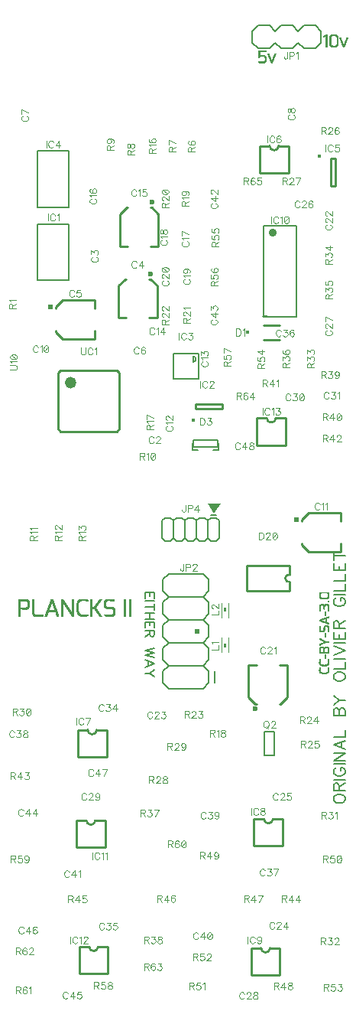
<source format=gto>
G04 DipTrace 3.2.0.1*
G04 PlancksII_rohm.GTO*
%MOIN*%
G04 #@! TF.FileFunction,Legend,Top*
G04 #@! TF.Part,Single*
%ADD10C,0.009843*%
%ADD12C,0.001*%
%ADD14C,0.01*%
%ADD18C,0.006*%
%ADD19O,0.033X0.036*%
%ADD20C,0.048*%
%ADD24C,0.023616*%
%ADD26C,0.023676*%
%ADD31C,0.015404*%
%ADD33C,0.008*%
%ADD34C,0.015422*%
%ADD42C,0.002756*%
%ADD51C,0.000013*%
%ADD55C,0.015746*%
%ADD113C,0.004632*%
%ADD115C,0.006176*%
%ADD116C,0.00772*%
%FSLAX26Y26*%
G04*
G70*
G90*
G75*
G01*
G04 TopSilk*
%LPD*%
X1072422Y3415474D2*
D10*
X1036989Y3415450D1*
X1072422Y3415474D2*
Y3555172D1*
X1042897Y3584731D2*
X1072422Y3555172D1*
X1042897Y3584731D2*
X1036989Y3584755D1*
X938563Y3415450D2*
X903130Y3415474D1*
Y3555172D1*
X932655Y3584731D2*
X903130Y3555172D1*
X938563Y3584755D2*
X932655Y3584731D1*
D24*
X1042906Y3606382D3*
X799552Y3493146D2*
D10*
X799575Y3457713D1*
X799552Y3493146D2*
X659854D1*
X630294Y3463621D2*
X659854Y3493146D1*
X630294Y3463621D2*
X630271Y3457713D1*
X799575Y3359287D2*
X799552Y3323854D1*
X659854D1*
X630294Y3353379D2*
X659854Y3323854D1*
X630271Y3359287D2*
X630294Y3353379D1*
D26*
X608643Y3463630D3*
X1872552Y2566146D2*
D10*
X1872575Y2530713D1*
X1872552Y2566146D2*
X1732854D1*
X1703294Y2536621D2*
X1732854Y2566146D1*
X1703294Y2536621D2*
X1703271Y2530713D1*
X1872575Y2432287D2*
X1872552Y2396854D1*
X1732854D1*
X1703294Y2426379D2*
X1732854Y2396854D1*
X1703271Y2432287D2*
X1703294Y2426379D1*
D26*
X1681643Y2536630D3*
X1078671Y3727474D2*
D10*
X1043238Y3727450D1*
X1078671Y3727474D2*
Y3867172D1*
X1049147Y3896731D2*
X1078671Y3867172D1*
X1049147Y3896731D2*
X1043238Y3896755D1*
X944812Y3727450D2*
X909380Y3727474D1*
Y3867172D1*
X938904Y3896731D2*
X909380Y3867172D1*
X944812Y3896755D2*
X938904Y3896731D1*
D24*
X1049155Y3918382D3*
X1471880Y1903776D2*
D10*
X1507312Y1903799D1*
X1471880Y1903776D2*
Y1764078D1*
X1501404Y1734518D2*
X1471880Y1764078D1*
X1501404Y1734518D2*
X1507312Y1734495D1*
X1605738Y1903799D2*
X1641171Y1903776D1*
Y1764078D1*
X1611647Y1734518D2*
X1641171Y1764078D1*
X1605738Y1734495D2*
X1611647Y1734518D1*
D24*
X1501396Y1712867D3*
X1340624Y2870693D2*
D18*
Y2838693D1*
X1318624D1*
X1228624D2*
Y2870693D1*
X1250624Y2838693D2*
X1228624D1*
X1649049Y2336522D2*
D10*
X1464002D1*
Y2228243D1*
Y2226281D2*
X1649049D1*
Y2265644D1*
Y2336522D2*
Y2297159D1*
G03X1649049Y2265644I-1844J-15758D01*
G01*
X551876Y3578757D2*
D18*
X688096D1*
Y3824741D2*
X551876D1*
Y3578757D2*
Y3824741D1*
X688096D2*
Y3578757D1*
D31*
X1231176Y2971291D3*
X1240377Y3021433D2*
D10*
X1358482D1*
Y3041118D1*
X1240377D1*
Y3021433D1*
X1253524Y3148938D2*
D33*
X1143288D1*
Y3259175D1*
X1253524D1*
Y3148938D1*
X1229902Y3247364D2*
G02X1229902Y3223741I0J-11811D01*
G01*
Y3247364D1*
X551876Y3897508D2*
D18*
X688096D1*
Y4143492D2*
X551876D1*
Y3897508D2*
Y4143492D1*
X688096D2*
Y3897508D1*
D34*
X1779317Y4118598D3*
X1829458Y4109398D2*
D10*
Y3991293D1*
X1849144D1*
Y4109398D1*
X1829458D1*
X1520214Y4164669D2*
Y4046559D1*
X1646183Y4164669D2*
Y4046559D1*
X1520214D2*
X1646183D1*
X1520214Y4164669D2*
X1563510D1*
X1602887D2*
X1646183D1*
X1563510D2*
G03X1602887Y4164669I19688J-13D01*
G01*
X726465Y1620919D2*
Y1502808D1*
X852434Y1620919D2*
Y1502808D1*
X726465D2*
X852434D1*
X726465Y1620919D2*
X769761D1*
X809137D2*
X852434D1*
X769761D2*
G03X809137Y1620919I19688J-13D01*
G01*
X1495214Y1233419D2*
Y1115308D1*
X1621183Y1233419D2*
Y1115308D1*
X1495214D2*
X1621183D1*
X1495214Y1233419D2*
X1538510D1*
X1577887D2*
X1621183D1*
X1538510D2*
G03X1577887Y1233419I19688J-13D01*
G01*
X1482714Y670919D2*
Y552808D1*
X1608683Y670919D2*
Y552808D1*
X1482714D2*
X1608683D1*
X1482714Y670919D2*
X1526010D1*
X1565387D2*
X1608683D1*
X1526010D2*
G03X1565387Y670919I19688J-13D01*
G01*
X1553769Y3424512D2*
D33*
X1534084D1*
X720214Y1227169D2*
D10*
Y1109059D1*
X846183Y1227169D2*
Y1109059D1*
X720214D2*
X846183D1*
X720214Y1227169D2*
X763510D1*
X802887D2*
X846183D1*
X763510D2*
G03X802887Y1227169I19688J-13D01*
G01*
X732714Y677169D2*
Y559059D1*
X858683Y677169D2*
Y559059D1*
X732714D2*
X858683D1*
X732714Y677169D2*
X776010D1*
X815387D2*
X858683D1*
X776010D2*
G03X815387Y677169I19688J-13D01*
G01*
X1507714Y2979169D2*
Y2861059D1*
X1633683Y2979169D2*
Y2861059D1*
X1507714D2*
X1633683D1*
X1507714Y2979169D2*
X1551010D1*
X1590387D2*
X1633683D1*
X1551010D2*
G03X1590387Y2979169I19688J-13D01*
G01*
X1688025Y4664000D2*
D33*
X1713025Y4689000D1*
X1763025D1*
X1788025Y4664000D1*
Y4614000D2*
X1763025Y4589000D1*
X1713025D1*
X1688025Y4614000D1*
X1513025Y4689000D2*
X1563025D1*
X1588025Y4664000D1*
Y4614000D2*
X1563025Y4589000D1*
X1588025Y4664000D2*
X1613025Y4689000D1*
X1663025D1*
X1688025Y4664000D1*
Y4614000D2*
X1663025Y4589000D1*
X1613025D1*
X1588025Y4614000D1*
X1488025Y4664000D2*
Y4614000D1*
X1513025Y4689000D2*
X1488025Y4664000D1*
Y4614000D2*
X1513025Y4589000D1*
X1563025D2*
X1513025D1*
X1788025Y4664000D2*
Y4614000D1*
G36*
X1237776Y2040251D2*
X1257760D1*
Y2060266D1*
X1237776D1*
Y2040251D1*
G37*
X1272776Y1800251D2*
D18*
X1297776Y1825251D1*
Y1875251D2*
X1272776Y1900251D1*
X1297776Y1925251D1*
Y1975251D2*
X1272776Y2000251D1*
X1297776Y2025251D1*
Y2075251D2*
X1272776Y2100251D1*
X1297776Y2125251D1*
Y2175251D2*
X1272776Y2200251D1*
Y1800251D2*
X1122776D1*
X1097776Y1825251D1*
Y1875251D1*
X1122776Y1900251D1*
X1097776Y1925251D1*
Y1975251D1*
X1122776Y2000251D1*
X1097776Y2025251D1*
Y2075251D1*
X1122776Y2100251D1*
X1097776Y2125251D1*
Y2175251D1*
X1122776Y2200251D1*
Y1900251D2*
X1272776D1*
X1122776Y2000251D2*
X1272776D1*
X1122776Y2100251D2*
X1272776D1*
X1122776Y2200251D2*
X1272776D1*
X1297776Y2125251D2*
Y2175251D1*
Y2025251D2*
Y2075251D1*
Y1925251D2*
Y1975251D1*
Y1825251D2*
Y1875251D1*
X1272776Y2200251D2*
X1297776Y2225251D1*
Y2275251D2*
X1272776Y2300251D1*
X1122776Y2200251D2*
X1097776Y2225251D1*
Y2275251D1*
X1122776Y2300251D1*
X1272776D1*
X1297776Y2225251D2*
Y2275251D1*
X1322776Y1825251D2*
D33*
Y1875251D1*
X1344025Y2532250D2*
D18*
X1331525Y2544750D1*
X1306525D2*
X1294025Y2532250D1*
X1281525Y2544750D1*
X1256525D2*
X1244025Y2532250D1*
X1231525Y2544750D1*
X1206525D2*
X1194025Y2532250D1*
X1181525Y2544750D1*
X1156525D2*
X1144025Y2532250D1*
X1344025D2*
Y2457250D1*
X1331525Y2444750D1*
X1306525D1*
X1294025Y2457250D1*
X1281525Y2444750D1*
X1256525D1*
X1244025Y2457250D1*
X1231525Y2444750D1*
X1206525D1*
X1194025Y2457250D1*
X1181525Y2444750D1*
X1156525D1*
X1144025Y2457250D1*
X1294025D2*
Y2532250D1*
X1244025Y2457250D2*
Y2532250D1*
X1194025Y2457250D2*
Y2532250D1*
X1144025Y2457250D2*
Y2532250D1*
X1181525Y2544750D2*
X1156525D1*
X1231525D2*
X1206525D1*
X1281525D2*
X1256525D1*
X1331525D2*
X1306525D1*
X1144025Y2532250D2*
X1131525Y2544750D1*
X1106525D2*
X1094025Y2532250D1*
X1144025Y2457250D2*
X1131525Y2444750D1*
X1106525D1*
X1094025Y2457250D1*
Y2532250D1*
X1131525Y2544750D2*
X1106525D1*
X1331525Y2557250D2*
D33*
X1306525D1*
G36*
X1365088Y1995870D2*
X1372976D1*
Y1980129D1*
X1365088D1*
Y1995870D1*
G37*
X1353277Y1960437D2*
D42*
Y2023429D1*
X1384773D2*
Y1960437D1*
G36*
X1372962Y2137996D2*
X1365075D1*
Y2153738D1*
X1372962D1*
Y2137996D1*
G37*
X1384773Y2173429D2*
D42*
Y2110437D1*
X1353277D2*
Y2173429D1*
X671486Y3133222D2*
D51*
G02X671486Y3133222I23622J0D01*
G01*
X895895Y3187356D2*
D14*
X906722Y3176529D1*
Y2932434D1*
X895895Y2921608D1*
X651801D1*
X640974Y2932434D1*
Y3176529D1*
X651801Y3187356D1*
X895895D1*
X1535585Y3384428D2*
D10*
X1606463D1*
X1535585Y3321433D2*
X1606463D1*
D55*
X1466694Y3352930D3*
X1541025Y1612000D2*
D18*
X1583025D1*
Y1510000D1*
X1541025D1*
Y1612000D1*
X1538025Y3817000D2*
X1679025D1*
Y3421000D1*
X1538025D1*
Y3817000D1*
D19*
X1575525Y3787000D3*
D20*
X695025Y3133000D3*
G36*
X1295025Y2608000D2*
X1322025Y2563000D1*
X1349025Y2608000D1*
D1*
X1295025D1*
G37*
X1232025Y2884000D2*
D18*
X1337025D1*
Y2854000D1*
X1232025D1*
Y2884000D1*
X1807025Y4649000D2*
D12*
X1813025D1*
X1831025D2*
X1854025D1*
X1805025Y4648000D2*
X1813025D1*
X1829568D2*
X1855449D1*
X1803029Y4647000D2*
X1813025D1*
X1828316D2*
X1856604D1*
X1801072Y4646000D2*
X1813025D1*
X1827302D2*
X1857475D1*
X1799278Y4645000D2*
X1813025D1*
X1826516D2*
X1858151D1*
X1797850Y4644000D2*
X1813025D1*
X1825909D2*
X1833226D1*
X1851787D2*
X1858724D1*
X1796755Y4643000D2*
X1805025D1*
X1808025D2*
X1813025D1*
X1825444D2*
X1831680D1*
X1853208D2*
X1859219D1*
X1796343Y4642000D2*
X1802025D1*
X1808025D2*
X1813025D1*
X1825068D2*
X1830512D1*
X1854310D2*
X1859599D1*
X1796025Y4641000D2*
X1799025D1*
X1808025D2*
X1813025D1*
X1824707D2*
X1829624D1*
X1854834D2*
X1859828D1*
X1808025Y4640000D2*
X1813025D1*
X1824397D2*
X1829315D1*
X1855281D2*
X1859942D1*
X1808025Y4639000D2*
X1813025D1*
X1824201D2*
X1829148D1*
X1855630D2*
X1859993D1*
X1808025Y4638000D2*
X1813025D1*
X1824100D2*
X1829073D1*
X1855841D2*
X1860013D1*
X1808025Y4637000D2*
X1813025D1*
X1824055D2*
X1829043D1*
X1855947D2*
X1860021D1*
X1808025Y4636000D2*
X1813025D1*
X1824036D2*
X1829032D1*
X1855995D2*
X1860024D1*
X1808025Y4635000D2*
X1813025D1*
X1824029D2*
X1829028D1*
X1856014D2*
X1860025D1*
X1868025D2*
X1873025D1*
X1898025D2*
X1903025D1*
X1808025Y4634000D2*
X1813025D1*
X1824027D2*
X1829026D1*
X1856021D2*
X1860025D1*
X1868371D2*
X1873371D1*
X1897526D2*
X1902645D1*
X1808025Y4633000D2*
X1813025D1*
X1824026D2*
X1829026D1*
X1856024D2*
X1860025D1*
X1868704D2*
X1873704D1*
X1897110D2*
X1902220D1*
X1808025Y4632000D2*
X1813025D1*
X1824026D2*
X1829025D1*
X1856025D2*
X1860025D1*
X1869025D2*
X1874025D1*
X1896721D2*
X1901786D1*
X1808025Y4631000D2*
X1813025D1*
X1824025D2*
X1829025D1*
X1856025D2*
X1860025D1*
X1869397D2*
X1874397D1*
X1896365D2*
X1901397D1*
X1808025Y4630000D2*
X1813025D1*
X1824025D2*
X1829025D1*
X1856025D2*
X1860025D1*
X1869825D2*
X1874825D1*
X1896033D2*
X1901047D1*
X1808025Y4629000D2*
X1813025D1*
X1824025D2*
X1829025D1*
X1856025D2*
X1860025D1*
X1870261D2*
X1875261D1*
X1895656D2*
X1900662D1*
X1808025Y4628000D2*
X1813025D1*
X1824025D2*
X1829025D1*
X1856025D2*
X1860025D1*
X1870653D2*
X1875653D1*
X1895226D2*
X1900228D1*
X1808025Y4627000D2*
X1813025D1*
X1824025D2*
X1829025D1*
X1856025D2*
X1860025D1*
X1871003D2*
X1876003D1*
X1894790D2*
X1899790D1*
X1808025Y4626000D2*
X1813025D1*
X1824025D2*
X1829025D1*
X1856025D2*
X1860025D1*
X1871389D2*
X1876389D1*
X1894398D2*
X1899399D1*
X1808025Y4625000D2*
X1813025D1*
X1824025D2*
X1829025D1*
X1856025D2*
X1860025D1*
X1871822D2*
X1876822D1*
X1894048D2*
X1899048D1*
X1808025Y4624000D2*
X1813025D1*
X1824025D2*
X1829025D1*
X1856025D2*
X1860025D1*
X1872260D2*
X1877260D1*
X1893662D2*
X1898662D1*
X1808025Y4623000D2*
X1813025D1*
X1824025D2*
X1829025D1*
X1856025D2*
X1860025D1*
X1872652D2*
X1877652D1*
X1893228D2*
X1898228D1*
X1808025Y4622000D2*
X1813025D1*
X1824025D2*
X1829025D1*
X1856025D2*
X1860025D1*
X1873003D2*
X1878003D1*
X1892791D2*
X1897791D1*
X1808025Y4621000D2*
X1813025D1*
X1824025D2*
X1829025D1*
X1856025D2*
X1860025D1*
X1873389D2*
X1878389D1*
X1892399D2*
X1897399D1*
X1808025Y4620000D2*
X1813025D1*
X1824025D2*
X1829025D1*
X1856025D2*
X1860025D1*
X1873822D2*
X1878822D1*
X1892048D2*
X1897048D1*
X1808025Y4619000D2*
X1813025D1*
X1824025D2*
X1829025D1*
X1856025D2*
X1860025D1*
X1874260D2*
X1879260D1*
X1891662D2*
X1896662D1*
X1808025Y4618000D2*
X1813025D1*
X1824025D2*
X1829025D1*
X1856025D2*
X1860025D1*
X1874652D2*
X1879652D1*
X1891228D2*
X1896228D1*
X1808025Y4617000D2*
X1813025D1*
X1824025D2*
X1829025D1*
X1856025D2*
X1860025D1*
X1874999D2*
X1880003D1*
X1890791D2*
X1895791D1*
X1808025Y4616000D2*
X1813025D1*
X1824025D2*
X1829025D1*
X1856025D2*
X1860025D1*
X1875354D2*
X1880389D1*
X1890399D2*
X1895399D1*
X1808025Y4615000D2*
X1813025D1*
X1824025D2*
X1829025D1*
X1856025D2*
X1860025D1*
X1875695D2*
X1880822D1*
X1890048D2*
X1895048D1*
X1808025Y4614000D2*
X1813025D1*
X1824025D2*
X1829025D1*
X1856025D2*
X1860025D1*
X1876021D2*
X1881260D1*
X1889662D2*
X1894662D1*
X1808025Y4613000D2*
X1813025D1*
X1824025D2*
X1829025D1*
X1856025D2*
X1860025D1*
X1876396D2*
X1881652D1*
X1889228D2*
X1894228D1*
X1808025Y4612000D2*
X1813025D1*
X1824025D2*
X1829025D1*
X1856025D2*
X1860025D1*
X1876825D2*
X1882003D1*
X1888791D2*
X1893791D1*
X1808025Y4611000D2*
X1813025D1*
X1824025D2*
X1829025D1*
X1856025D2*
X1860025D1*
X1877261D2*
X1882389D1*
X1888399D2*
X1893399D1*
X1808025Y4610000D2*
X1813025D1*
X1824025D2*
X1829025D1*
X1856021D2*
X1860025D1*
X1877652D2*
X1882822D1*
X1888048D2*
X1893048D1*
X1808025Y4609000D2*
X1813025D1*
X1824029D2*
X1829029D1*
X1855986D2*
X1860025D1*
X1878003D2*
X1883260D1*
X1887654D2*
X1892662D1*
X1808025Y4608000D2*
X1813025D1*
X1824064D2*
X1829064D1*
X1855855D2*
X1860025D1*
X1878389D2*
X1883655D1*
X1887144D2*
X1892228D1*
X1808025Y4607000D2*
X1813025D1*
X1824192D2*
X1829200D1*
X1855576D2*
X1860021D1*
X1878822D2*
X1884030D1*
X1886391D2*
X1891791D1*
X1808025Y4606000D2*
X1813025D1*
X1824435D2*
X1829521D1*
X1855146D2*
X1859986D1*
X1879260D2*
X1884489D1*
X1885304D2*
X1891399D1*
X1808025Y4605000D2*
X1813025D1*
X1824727D2*
X1830002D1*
X1854487D2*
X1859855D1*
X1879652D2*
X1891048D1*
X1808025Y4604000D2*
X1813025D1*
X1825033D2*
X1831265D1*
X1853400D2*
X1859580D1*
X1880003D2*
X1890662D1*
X1808025Y4603000D2*
X1813025D1*
X1825404D2*
X1833111D1*
X1851716D2*
X1859193D1*
X1880389D2*
X1890228D1*
X1808025Y4602000D2*
X1813025D1*
X1825873D2*
X1835460D1*
X1849492D2*
X1858736D1*
X1880822D2*
X1889791D1*
X1808025Y4601000D2*
X1813025D1*
X1826514D2*
X1858181D1*
X1881260D2*
X1889399D1*
X1808025Y4600000D2*
X1813025D1*
X1827480D2*
X1857392D1*
X1881655D2*
X1889051D1*
X1808025Y4599000D2*
X1813025D1*
X1828919D2*
X1856218D1*
X1882030D2*
X1888691D1*
X1808025Y4598000D2*
X1813025D1*
X1830846D2*
X1854698D1*
X1882489D2*
X1888342D1*
X1808025Y4597000D2*
X1813025D1*
X1833025D2*
X1853025D1*
X1883025D2*
X1888025D1*
X1515025Y4580000D2*
X1546025D1*
X1515025Y4579000D2*
X1546025D1*
X1515025Y4578000D2*
X1546025D1*
X1515025Y4577000D2*
X1546025D1*
X1515025Y4576000D2*
X1546025D1*
X1515025Y4575000D2*
X1520021D1*
X1515025Y4574000D2*
X1519986D1*
X1515025Y4573000D2*
X1519859D1*
X1515025Y4572000D2*
X1519619D1*
X1515025Y4571000D2*
X1519363D1*
X1515025Y4570000D2*
X1519189D1*
X1515025Y4569000D2*
X1519096D1*
X1515025Y4568000D2*
X1519053D1*
X1515025Y4567000D2*
X1519036D1*
X1515025Y4566000D2*
X1519029D1*
X1554025D2*
X1559025D1*
X1584025D2*
X1589025D1*
X1515025Y4565000D2*
X1519027D1*
X1554371D2*
X1559371D1*
X1583526D2*
X1588645D1*
X1515021Y4564000D2*
X1519026D1*
X1554704D2*
X1559704D1*
X1583110D2*
X1588220D1*
X1514986Y4563000D2*
X1519026D1*
X1555025D2*
X1560025D1*
X1582721D2*
X1587786D1*
X1514859Y4562000D2*
X1519029D1*
X1555397D2*
X1560397D1*
X1582365D2*
X1587397D1*
X1514619Y4561000D2*
X1519067D1*
X1555825D2*
X1560825D1*
X1582033D2*
X1587047D1*
X1514363Y4560000D2*
X1519222D1*
X1524025D2*
X1537025D1*
X1556261D2*
X1561261D1*
X1581656D2*
X1586662D1*
X1514189Y4559000D2*
X1519564D1*
X1520557D2*
X1539752D1*
X1556653D2*
X1561653D1*
X1581226D2*
X1586228D1*
X1514096Y4558000D2*
X1541907D1*
X1557003D2*
X1562003D1*
X1580790D2*
X1585790D1*
X1514053Y4557000D2*
X1543494D1*
X1557389D2*
X1562389D1*
X1580398D2*
X1585399D1*
X1514036Y4556000D2*
X1544623D1*
X1557822D2*
X1562822D1*
X1580048D2*
X1585048D1*
X1514029Y4555000D2*
X1545374D1*
X1558260D2*
X1563260D1*
X1579662D2*
X1584662D1*
X1514027Y4554000D2*
X1521380D1*
X1539983D2*
X1545887D1*
X1558652D2*
X1563652D1*
X1579228D2*
X1584228D1*
X1514026Y4553000D2*
X1520082D1*
X1540820D2*
X1546307D1*
X1559003D2*
X1564003D1*
X1578791D2*
X1583791D1*
X1514026Y4552000D2*
X1519162D1*
X1541449D2*
X1546640D1*
X1559389D2*
X1564389D1*
X1578399D2*
X1583399D1*
X1514025Y4551000D2*
X1518524D1*
X1541914D2*
X1546845D1*
X1559822D2*
X1564822D1*
X1578048D2*
X1583048D1*
X1514025Y4550000D2*
X1518025D1*
X1542317D2*
X1546949D1*
X1560260D2*
X1565260D1*
X1577662D2*
X1582662D1*
X1542644Y4549000D2*
X1546995D1*
X1560652D2*
X1565652D1*
X1577228D2*
X1582228D1*
X1542846Y4548000D2*
X1547014D1*
X1560999D2*
X1566003D1*
X1576791D2*
X1581791D1*
X1542949Y4547000D2*
X1547021D1*
X1561354D2*
X1566389D1*
X1576399D2*
X1581399D1*
X1542995Y4546000D2*
X1547024D1*
X1561695D2*
X1566822D1*
X1576048D2*
X1581048D1*
X1543014Y4545000D2*
X1547025D1*
X1562021D2*
X1567260D1*
X1575662D2*
X1580662D1*
X1543021Y4544000D2*
X1547025D1*
X1562396D2*
X1567652D1*
X1575228D2*
X1580228D1*
X1543024Y4543000D2*
X1547025D1*
X1562825D2*
X1568003D1*
X1574791D2*
X1579791D1*
X1543021Y4542000D2*
X1547025D1*
X1563261D2*
X1568389D1*
X1574399D2*
X1579399D1*
X1542986Y4541000D2*
X1547025D1*
X1563652D2*
X1568822D1*
X1574048D2*
X1579048D1*
X1542859Y4540000D2*
X1547025D1*
X1564003D2*
X1569260D1*
X1573654D2*
X1578662D1*
X1542615Y4539000D2*
X1547021D1*
X1564389D2*
X1569655D1*
X1573144D2*
X1578228D1*
X1542320Y4538000D2*
X1546986D1*
X1564822D2*
X1570030D1*
X1572391D2*
X1577791D1*
X1541971Y4537000D2*
X1546859D1*
X1565260D2*
X1570489D1*
X1571304D2*
X1577399D1*
X1541523Y4536000D2*
X1546615D1*
X1565652D2*
X1577048D1*
X1540389Y4535000D2*
X1546320D1*
X1566003D2*
X1576662D1*
X1538706Y4534000D2*
X1545979D1*
X1566389D2*
X1576228D1*
X1536487Y4533000D2*
X1545480D1*
X1566822D2*
X1575791D1*
X1514025Y4532000D2*
X1544772D1*
X1567260D2*
X1575399D1*
X1514025Y4531000D2*
X1543879D1*
X1567655D2*
X1575051D1*
X1514025Y4530000D2*
X1542788D1*
X1568030D2*
X1574691D1*
X1514025Y4529000D2*
X1541473D1*
X1568489D2*
X1574342D1*
X1520025Y4528000D2*
X1540025D1*
X1569025D2*
X1574025D1*
X468025Y2191000D2*
X500025D1*
X529025D2*
X535025D1*
X609025D2*
X616025D1*
X654025D2*
X660025D1*
X701025D2*
X707025D1*
X736025D2*
X759025D1*
X782025D2*
X788025D1*
X821025D2*
X829025D1*
X852025D2*
X871025D1*
X928025D2*
X934025D1*
X950025D2*
X956025D1*
X467564Y2190000D2*
X503214D1*
X528564D2*
X535025D1*
X608680D2*
X616371D1*
X653564D2*
X660871D1*
X701025D2*
X707487D1*
X733760D2*
X763282D1*
X781564D2*
X788025D1*
X820180D2*
X828371D1*
X849606D2*
X878150D1*
X927564D2*
X934025D1*
X949564D2*
X956025D1*
X467277Y2189000D2*
X505660D1*
X528277D2*
X535025D1*
X608347D2*
X616704D1*
X653277D2*
X661619D1*
X701025D2*
X707774D1*
X731888D2*
X766678D1*
X781277D2*
X788025D1*
X819428D2*
X827704D1*
X847490D2*
X885025D1*
X927277D2*
X934025D1*
X949277D2*
X956025D1*
X467131Y2188000D2*
X507431D1*
X528131D2*
X535025D1*
X608030D2*
X617025D1*
X653131D2*
X662325D1*
X701025D2*
X707920D1*
X730408D2*
X768105D1*
X781131D2*
X788025D1*
X818691D2*
X827021D1*
X845786D2*
X885025D1*
X927131D2*
X934025D1*
X949131D2*
X956025D1*
X467067Y2187000D2*
X508783D1*
X528067D2*
X535025D1*
X607688D2*
X617397D1*
X653067D2*
X663022D1*
X701025D2*
X707984D1*
X729181D2*
X768600D1*
X781067D2*
X788025D1*
X817901D2*
X826362D1*
X844511D2*
X885025D1*
X927067D2*
X934025D1*
X949067D2*
X956025D1*
X467041Y2186000D2*
X509896D1*
X528041D2*
X535025D1*
X607353D2*
X617825D1*
X653041D2*
X663686D1*
X701025D2*
X708010D1*
X728089D2*
X768853D1*
X781041D2*
X788025D1*
X817121D2*
X825698D1*
X843565D2*
X885025D1*
X927041D2*
X934025D1*
X949041D2*
X956025D1*
X467031Y2185000D2*
X510823D1*
X528031D2*
X535025D1*
X607033D2*
X618261D1*
X653031D2*
X664352D1*
X701025D2*
X708020D1*
X727086D2*
X768964D1*
X781031D2*
X788025D1*
X816407D2*
X825018D1*
X842780D2*
X885025D1*
X927031D2*
X934025D1*
X949031D2*
X956025D1*
X467027Y2184000D2*
X511569D1*
X528027D2*
X535025D1*
X606690D2*
X618653D1*
X653027D2*
X665033D1*
X701025D2*
X708024D1*
X726203D2*
X739264D1*
X759025D2*
X769025D1*
X781027D2*
X788025D1*
X815716D2*
X824357D1*
X842090D2*
X854268D1*
X866025D2*
X885025D1*
X927027D2*
X934025D1*
X949027D2*
X956025D1*
X467026Y2183000D2*
X474025D1*
X501825D2*
X512189D1*
X528026D2*
X535025D1*
X606353D2*
X618999D1*
X653026D2*
X665690D1*
X701025D2*
X708025D1*
X725473D2*
X736846D1*
X781026D2*
X788025D1*
X815025D2*
X823662D1*
X841573D2*
X851885D1*
X927026D2*
X934025D1*
X949026D2*
X956025D1*
X467026Y2182000D2*
X474025D1*
X503375D2*
X512738D1*
X528026D2*
X535025D1*
X606029D2*
X619354D1*
X653026D2*
X666353D1*
X701025D2*
X708025D1*
X724859D2*
X734918D1*
X781026D2*
X788025D1*
X814364D2*
X822890D1*
X841238D2*
X850088D1*
X927026D2*
X934025D1*
X949026D2*
X956025D1*
X467025Y2181000D2*
X474025D1*
X504578D2*
X513224D1*
X528025D2*
X535025D1*
X605655D2*
X619695D1*
X653025D2*
X667033D1*
X701025D2*
X708025D1*
X724311D2*
X733422D1*
X781025D2*
X788025D1*
X813698D2*
X822118D1*
X840964D2*
X848867D1*
X927025D2*
X934025D1*
X949025D2*
X956025D1*
X467025Y2180000D2*
X474025D1*
X505466D2*
X513605D1*
X528025D2*
X535025D1*
X605226D2*
X620017D1*
X653025D2*
X667690D1*
X701025D2*
X708025D1*
X723823D2*
X732223D1*
X781025D2*
X788025D1*
X813018D2*
X821406D1*
X840660D2*
X848056D1*
X927025D2*
X934025D1*
X949025D2*
X956025D1*
X467025Y2179000D2*
X474025D1*
X506148D2*
X513868D1*
X528025D2*
X535025D1*
X604790D2*
X620361D1*
X653025D2*
X668353D1*
X701025D2*
X708025D1*
X723411D2*
X731256D1*
X781025D2*
X788025D1*
X812357D2*
X820716D1*
X840378D2*
X847538D1*
X927025D2*
X934025D1*
X949025D2*
X956025D1*
X467025Y2178000D2*
X474025D1*
X506723D2*
X514109D1*
X528025D2*
X535025D1*
X604398D2*
X612184D1*
X614063D2*
X620697D1*
X653025D2*
X669033D1*
X701025D2*
X708025D1*
X723056D2*
X730496D1*
X781025D2*
X788025D1*
X811662D2*
X820025D1*
X840194D2*
X847255D1*
X927025D2*
X934025D1*
X949025D2*
X956025D1*
X467025Y2177000D2*
X474025D1*
X507218D2*
X514399D1*
X528025D2*
X535025D1*
X604051D2*
X611471D1*
X614192D2*
X621018D1*
X653025D2*
X669690D1*
X701025D2*
X708025D1*
X722702D2*
X729901D1*
X781025D2*
X788025D1*
X810890D2*
X819364D1*
X840098D2*
X847120D1*
X927025D2*
X934025D1*
X949025D2*
X956025D1*
X467025Y2176000D2*
X474025D1*
X507599D2*
X514676D1*
X528025D2*
X535025D1*
X603697D2*
X610892D1*
X614435D2*
X621361D1*
X653025D2*
X660025D1*
X662218D2*
X670353D1*
X701025D2*
X708025D1*
X722392D2*
X729441D1*
X781025D2*
X788025D1*
X810118D2*
X818698D1*
X840054D2*
X847062D1*
X927025D2*
X934025D1*
X949025D2*
X956025D1*
X467025Y2175000D2*
X474025D1*
X507828D2*
X514858D1*
X528025D2*
X535025D1*
X603356D2*
X610438D1*
X614727D2*
X621697D1*
X653025D2*
X660025D1*
X662598D2*
X671033D1*
X701025D2*
X708025D1*
X722162D2*
X729067D1*
X781025D2*
X788025D1*
X809406D2*
X818018D1*
X840036D2*
X847039D1*
X927025D2*
X934025D1*
X949025D2*
X956025D1*
X467025Y2174000D2*
X474025D1*
X507942D2*
X514953D1*
X528025D2*
X535025D1*
X603034D2*
X610066D1*
X615029D2*
X622018D1*
X653025D2*
X660025D1*
X663136D2*
X671690D1*
X701025D2*
X708025D1*
X721934D2*
X728706D1*
X781025D2*
X788025D1*
X808716D2*
X817361D1*
X840029D2*
X847030D1*
X927025D2*
X934025D1*
X949025D2*
X956025D1*
X467025Y2173000D2*
X474025D1*
X507993D2*
X514997D1*
X528025D2*
X535025D1*
X602690D2*
X609702D1*
X615365D2*
X622361D1*
X653025D2*
X660025D1*
X663730D2*
X672353D1*
X701025D2*
X708025D1*
X721649D2*
X728397D1*
X781025D2*
X788025D1*
X808025D2*
X816698D1*
X840027D2*
X847027D1*
X927025D2*
X934025D1*
X949025D2*
X956025D1*
X467025Y2172000D2*
X474025D1*
X508013D2*
X515015D1*
X528025D2*
X535025D1*
X602353D2*
X609358D1*
X615699D2*
X622697D1*
X653025D2*
X660025D1*
X664368D2*
X673033D1*
X701025D2*
X708025D1*
X721374D2*
X728197D1*
X781025D2*
X788025D1*
X807364D2*
X816018D1*
X840026D2*
X847026D1*
X927025D2*
X934025D1*
X949025D2*
X956025D1*
X467025Y2171000D2*
X474025D1*
X508021D2*
X515022D1*
X528025D2*
X535025D1*
X602029D2*
X609035D1*
X616018D2*
X623018D1*
X653025D2*
X660025D1*
X665038D2*
X673690D1*
X701025D2*
X708025D1*
X721193D2*
X728061D1*
X781025D2*
X788025D1*
X806698D2*
X815357D1*
X840026D2*
X847026D1*
X927025D2*
X934025D1*
X949025D2*
X956025D1*
X467025Y2170000D2*
X474025D1*
X508024D2*
X515024D1*
X528025D2*
X535025D1*
X601655D2*
X608690D1*
X616361D2*
X623361D1*
X653025D2*
X660025D1*
X665692D2*
X674353D1*
X701025D2*
X708025D1*
X721093D2*
X727888D1*
X781025D2*
X788025D1*
X806018D2*
X814662D1*
X840025D2*
X847025D1*
X927025D2*
X934025D1*
X949025D2*
X956025D1*
X467025Y2169000D2*
X474025D1*
X508025D2*
X515025D1*
X528025D2*
X535025D1*
X601226D2*
X608353D1*
X616698D2*
X623697D1*
X653025D2*
X660025D1*
X666354D2*
X675029D1*
X701025D2*
X708025D1*
X721015D2*
X727630D1*
X781025D2*
X788025D1*
X805357D2*
X813890D1*
X840025D2*
X847025D1*
X927025D2*
X934025D1*
X949025D2*
X956025D1*
X467025Y2168000D2*
X474025D1*
X508025D2*
X515025D1*
X528025D2*
X535025D1*
X600790D2*
X608033D1*
X617018D2*
X624022D1*
X653025D2*
X660025D1*
X667033D2*
X675655D1*
X701025D2*
X708025D1*
X720870D2*
X727367D1*
X781025D2*
X788025D1*
X804662D2*
X813118D1*
X840025D2*
X847025D1*
X927025D2*
X934025D1*
X949025D2*
X956025D1*
X467025Y2167000D2*
X474025D1*
X508025D2*
X515025D1*
X528025D2*
X535025D1*
X600398D2*
X607690D1*
X617361D2*
X624396D1*
X653025D2*
X660025D1*
X667690D2*
X676226D1*
X701025D2*
X708025D1*
X720623D2*
X727190D1*
X781025D2*
X788025D1*
X803890D2*
X812406D1*
X840025D2*
X847025D1*
X927025D2*
X934025D1*
X949025D2*
X956025D1*
X467025Y2166000D2*
X474025D1*
X508025D2*
X515025D1*
X528025D2*
X535025D1*
X600051D2*
X607353D1*
X617697D2*
X624825D1*
X653025D2*
X660025D1*
X668353D2*
X676790D1*
X701025D2*
X708025D1*
X720364D2*
X727096D1*
X781025D2*
X788025D1*
X803118D2*
X811716D1*
X840025D2*
X847025D1*
X927025D2*
X934025D1*
X949025D2*
X956025D1*
X467025Y2165000D2*
X474025D1*
X508021D2*
X515021D1*
X528025D2*
X535025D1*
X599697D2*
X607033D1*
X618018D2*
X625261D1*
X653025D2*
X660025D1*
X669033D2*
X677398D1*
X701025D2*
X708025D1*
X720189D2*
X727054D1*
X781025D2*
X788025D1*
X802406D2*
X811025D1*
X840025D2*
X847025D1*
X927025D2*
X934025D1*
X949025D2*
X956025D1*
X467025Y2164000D2*
X474025D1*
X507986D2*
X514986D1*
X528025D2*
X535025D1*
X599356D2*
X606690D1*
X618361D2*
X625653D1*
X653025D2*
X660025D1*
X669690D2*
X678051D1*
X701025D2*
X708025D1*
X720096D2*
X727036D1*
X781025D2*
X788025D1*
X801716D2*
X810364D1*
X840029D2*
X847029D1*
X927025D2*
X934025D1*
X949025D2*
X956025D1*
X467025Y2163000D2*
X474025D1*
X507859D2*
X514859D1*
X528025D2*
X535025D1*
X599030D2*
X606353D1*
X618697D2*
X625999D1*
X653025D2*
X660025D1*
X670353D2*
X678697D1*
X701025D2*
X708025D1*
X720053D2*
X727029D1*
X781025D2*
X788025D1*
X801025D2*
X809698D1*
X840064D2*
X847068D1*
X927025D2*
X934025D1*
X949025D2*
X956025D1*
X467025Y2162000D2*
X474025D1*
X507615D2*
X514619D1*
X528025D2*
X535025D1*
X598655D2*
X606029D1*
X619018D2*
X626354D1*
X653025D2*
X660025D1*
X671033D2*
X679356D1*
X701025D2*
X708025D1*
X720036D2*
X727027D1*
X781025D2*
X788025D1*
X800364D2*
X809018D1*
X840192D2*
X847235D1*
X927025D2*
X934025D1*
X949025D2*
X956025D1*
X467025Y2161000D2*
X474025D1*
X507320D2*
X514359D1*
X528025D2*
X535025D1*
X598226D2*
X605655D1*
X619361D2*
X626695D1*
X653025D2*
X660025D1*
X671690D2*
X680034D1*
X701025D2*
X708025D1*
X720029D2*
X727026D1*
X781025D2*
X788025D1*
X799667D2*
X808361D1*
X840435D2*
X847547D1*
X927025D2*
X934025D1*
X949025D2*
X956025D1*
X467025Y2160000D2*
X474025D1*
X506979D2*
X514150D1*
X528025D2*
X535025D1*
X597790D2*
X605226D1*
X619697D2*
X627017D1*
X653025D2*
X660025D1*
X672353D2*
X680690D1*
X701025D2*
X708025D1*
X720027D2*
X727026D1*
X781025D2*
X788025D1*
X798883D2*
X807698D1*
X840727D2*
X848448D1*
X927025D2*
X934025D1*
X949025D2*
X956025D1*
X467025Y2159000D2*
X474025D1*
X506476D2*
X513929D1*
X528025D2*
X535025D1*
X597398D2*
X604790D1*
X620018D2*
X627361D1*
X653025D2*
X660025D1*
X673033D2*
X681353D1*
X701025D2*
X708025D1*
X720026D2*
X727025D1*
X781025D2*
X788025D1*
X796844D2*
X807018D1*
X841033D2*
X849970D1*
X927025D2*
X934025D1*
X949025D2*
X956025D1*
X467025Y2158000D2*
X474025D1*
X505733D2*
X513644D1*
X528025D2*
X535025D1*
X597051D2*
X604398D1*
X620361D2*
X627697D1*
X653025D2*
X660025D1*
X673690D2*
X682033D1*
X701025D2*
X708025D1*
X720026D2*
X727025D1*
X781025D2*
X788025D1*
X793416D2*
X806361D1*
X841404D2*
X852515D1*
X927025D2*
X934025D1*
X949025D2*
X956025D1*
X467025Y2157000D2*
X474025D1*
X504712D2*
X513331D1*
X528025D2*
X535025D1*
X596697D2*
X604051D1*
X620697D2*
X628018D1*
X653025D2*
X660025D1*
X674353D2*
X682690D1*
X701025D2*
X708025D1*
X720025D2*
X727025D1*
X781025D2*
X805701D1*
X841869D2*
X856045D1*
X927025D2*
X934025D1*
X949025D2*
X956025D1*
X467025Y2156000D2*
X474025D1*
X503373D2*
X512987D1*
X528025D2*
X535025D1*
X596356D2*
X603697D1*
X621022D2*
X628361D1*
X653025D2*
X660025D1*
X675033D2*
X683353D1*
X701025D2*
X708025D1*
X720025D2*
X727025D1*
X781025D2*
X805065D1*
X842467D2*
X878025D1*
X927025D2*
X934025D1*
X949025D2*
X956025D1*
X467025Y2155000D2*
X474025D1*
X501760D2*
X512521D1*
X528025D2*
X535025D1*
X596034D2*
X603356D1*
X621396D2*
X628697D1*
X653025D2*
X660025D1*
X675690D2*
X684033D1*
X701025D2*
X708025D1*
X720025D2*
X727025D1*
X781025D2*
X804510D1*
X843233D2*
X879829D1*
X927025D2*
X934025D1*
X949025D2*
X956025D1*
X467025Y2154000D2*
X511943D1*
X528025D2*
X535025D1*
X595690D2*
X603034D1*
X621825D2*
X629018D1*
X653025D2*
X660025D1*
X676353D2*
X684690D1*
X701025D2*
X708025D1*
X720025D2*
X727025D1*
X781025D2*
X804337D1*
X844158D2*
X881410D1*
X927025D2*
X934025D1*
X949025D2*
X956025D1*
X467025Y2153000D2*
X511323D1*
X528025D2*
X535025D1*
X595353D2*
X602690D1*
X622261D2*
X629361D1*
X653025D2*
X660025D1*
X677033D2*
X685353D1*
X701025D2*
X708025D1*
X720025D2*
X727025D1*
X781025D2*
X804551D1*
X845310D2*
X882710D1*
X927025D2*
X934025D1*
X949025D2*
X956025D1*
X467025Y2152000D2*
X510604D1*
X528025D2*
X535025D1*
X595029D2*
X602353D1*
X622653D2*
X629697D1*
X653025D2*
X660025D1*
X677690D2*
X686033D1*
X701025D2*
X708025D1*
X720025D2*
X727025D1*
X781025D2*
X804931D1*
X846846D2*
X883741D1*
X927025D2*
X934025D1*
X949025D2*
X956025D1*
X467025Y2151000D2*
X509626D1*
X528025D2*
X535025D1*
X594655D2*
X602033D1*
X622999D2*
X630022D1*
X653025D2*
X660025D1*
X678353D2*
X686690D1*
X701025D2*
X708025D1*
X720025D2*
X727025D1*
X781025D2*
X805487D1*
X848819D2*
X884532D1*
X927025D2*
X934025D1*
X949025D2*
X956025D1*
X467025Y2150000D2*
X508208D1*
X528025D2*
X535025D1*
X594226D2*
X601690D1*
X623354D2*
X630396D1*
X653025D2*
X660025D1*
X679033D2*
X687353D1*
X701025D2*
X708025D1*
X720025D2*
X727025D1*
X781025D2*
X789222D1*
X797021D2*
X806199D1*
X851025D2*
X885141D1*
X927025D2*
X934025D1*
X949025D2*
X956025D1*
X467025Y2149000D2*
X506129D1*
X528025D2*
X535025D1*
X593790D2*
X601353D1*
X623695D2*
X630825D1*
X653025D2*
X660025D1*
X679690D2*
X688033D1*
X701025D2*
X708025D1*
X720025D2*
X727025D1*
X781025D2*
X788637D1*
X797986D2*
X806947D1*
X874594D2*
X885607D1*
X927025D2*
X934025D1*
X949025D2*
X956025D1*
X467025Y2148000D2*
X474025D1*
X483025D2*
X503294D1*
X528025D2*
X535025D1*
X593398D2*
X601033D1*
X624017D2*
X631261D1*
X653025D2*
X660025D1*
X680353D2*
X688690D1*
X701025D2*
X708025D1*
X720025D2*
X727025D1*
X781025D2*
X788302D1*
X798859D2*
X807650D1*
X876632D2*
X885983D1*
X927025D2*
X934025D1*
X949025D2*
X956025D1*
X467025Y2147000D2*
X474025D1*
X495025D2*
X500025D1*
X528025D2*
X535025D1*
X593051D2*
X600694D1*
X624357D2*
X631653D1*
X653025D2*
X660025D1*
X681029D2*
X689353D1*
X701025D2*
X708025D1*
X720025D2*
X727025D1*
X781025D2*
X788140D1*
X799615D2*
X808337D1*
X878023D2*
X886344D1*
X927025D2*
X934025D1*
X949025D2*
X956025D1*
X467025Y2146000D2*
X474025D1*
X528025D2*
X535025D1*
X592697D2*
X600390D1*
X624661D2*
X631999D1*
X653025D2*
X660025D1*
X681655D2*
X690033D1*
X701025D2*
X708025D1*
X720029D2*
X727025D1*
X781025D2*
X788070D1*
X800324D2*
X809027D1*
X878929D2*
X886654D1*
X927025D2*
X934025D1*
X949025D2*
X956025D1*
X467025Y2145000D2*
X474025D1*
X528025D2*
X535025D1*
X592356D2*
X600181D1*
X624870D2*
X632354D1*
X653025D2*
X660025D1*
X682226D2*
X690690D1*
X701025D2*
X708025D1*
X720064D2*
X727029D1*
X781025D2*
X788042D1*
X801022D2*
X809687D1*
X879524D2*
X886850D1*
X927025D2*
X934025D1*
X949025D2*
X956025D1*
X467025Y2144000D2*
X474025D1*
X528025D2*
X535025D1*
X592030D2*
X632695D1*
X653025D2*
X660025D1*
X682790D2*
X691353D1*
X701025D2*
X708025D1*
X720192D2*
X727064D1*
X781025D2*
X788031D1*
X801686D2*
X810352D1*
X879952D2*
X886951D1*
X927025D2*
X934025D1*
X949025D2*
X956025D1*
X467025Y2143000D2*
X474025D1*
X528025D2*
X535025D1*
X591655D2*
X633017D1*
X653025D2*
X660025D1*
X683398D2*
X692033D1*
X701025D2*
X708025D1*
X720431D2*
X727192D1*
X781025D2*
X788027D1*
X802352D2*
X811033D1*
X880333D2*
X886996D1*
X927025D2*
X934025D1*
X949025D2*
X956025D1*
X467025Y2142000D2*
X474025D1*
X528025D2*
X535025D1*
X591226D2*
X633361D1*
X653025D2*
X660025D1*
X684051D2*
X692690D1*
X701025D2*
X708025D1*
X720688D2*
X727431D1*
X781025D2*
X788026D1*
X803033D2*
X811690D1*
X880650D2*
X887014D1*
X927025D2*
X934025D1*
X949025D2*
X956025D1*
X467025Y2141000D2*
X474025D1*
X528025D2*
X535025D1*
X590790D2*
X633697D1*
X653025D2*
X660025D1*
X684697D2*
X693353D1*
X701025D2*
X708025D1*
X720862D2*
X727688D1*
X781025D2*
X788026D1*
X803690D2*
X812353D1*
X880849D2*
X887021D1*
X927025D2*
X934025D1*
X949025D2*
X956025D1*
X467025Y2140000D2*
X474025D1*
X528025D2*
X535025D1*
X590398D2*
X634018D1*
X653025D2*
X660025D1*
X685356D2*
X694033D1*
X701025D2*
X708025D1*
X720959D2*
X727866D1*
X781025D2*
X788025D1*
X804353D2*
X813033D1*
X880950D2*
X887024D1*
X927025D2*
X934025D1*
X949025D2*
X956025D1*
X467025Y2139000D2*
X474025D1*
X528025D2*
X535025D1*
X590051D2*
X634361D1*
X653025D2*
X660025D1*
X686034D2*
X694690D1*
X701025D2*
X708025D1*
X721036D2*
X727994D1*
X781025D2*
X788025D1*
X805033D2*
X813690D1*
X880996D2*
X887025D1*
X927025D2*
X934025D1*
X949025D2*
X956025D1*
X467025Y2138000D2*
X474025D1*
X528025D2*
X535025D1*
X589697D2*
X634697D1*
X653025D2*
X660025D1*
X686690D2*
X695353D1*
X701025D2*
X708025D1*
X721181D2*
X728164D1*
X781025D2*
X788025D1*
X805694D2*
X814353D1*
X881014D2*
X887025D1*
X927025D2*
X934025D1*
X949025D2*
X956025D1*
X467025Y2137000D2*
X474025D1*
X528025D2*
X535025D1*
X589356D2*
X596871D1*
X628063D2*
X635018D1*
X653025D2*
X660025D1*
X687353D2*
X696033D1*
X701025D2*
X708025D1*
X721432D2*
X728425D1*
X781025D2*
X788025D1*
X806388D2*
X815033D1*
X881021D2*
X887025D1*
X927025D2*
X934025D1*
X949025D2*
X956025D1*
X467025Y2136000D2*
X474025D1*
X528025D2*
X535025D1*
X589034D2*
X596619D1*
X628192D2*
X635361D1*
X653025D2*
X660025D1*
X688033D2*
X696690D1*
X701025D2*
X708025D1*
X721726D2*
X728723D1*
X781025D2*
X788025D1*
X807160D2*
X815690D1*
X881024D2*
X887025D1*
X927025D2*
X934025D1*
X949025D2*
X956025D1*
X467025Y2135000D2*
X474025D1*
X528025D2*
X535025D1*
X588690D2*
X596325D1*
X628435D2*
X635697D1*
X653025D2*
X660025D1*
X688690D2*
X697353D1*
X701021D2*
X708025D1*
X722028D2*
X729031D1*
X781025D2*
X788025D1*
X807933D2*
X816353D1*
X881025D2*
X887025D1*
X927025D2*
X934025D1*
X949025D2*
X956025D1*
X467025Y2134000D2*
X474025D1*
X528025D2*
X535025D1*
X588353D2*
X596022D1*
X628727D2*
X636018D1*
X653025D2*
X660025D1*
X689353D2*
X698032D1*
X700983D2*
X708025D1*
X722365D2*
X729403D1*
X781025D2*
X788025D1*
X808645D2*
X817033D1*
X881021D2*
X887025D1*
X927025D2*
X934025D1*
X949025D2*
X956025D1*
X467025Y2133000D2*
X474025D1*
X528025D2*
X535025D1*
X588029D2*
X595686D1*
X629029D2*
X636361D1*
X653025D2*
X660025D1*
X690033D2*
X698684D1*
X700829D2*
X708025D1*
X722699D2*
X729865D1*
X781025D2*
X788025D1*
X809335D2*
X817694D1*
X880986D2*
X887025D1*
X927025D2*
X934025D1*
X949025D2*
X956025D1*
X467025Y2132000D2*
X474025D1*
X528025D2*
X535025D1*
X587655D2*
X595352D1*
X629365D2*
X636697D1*
X653025D2*
X660025D1*
X690690D2*
X699340D1*
X700487D2*
X708025D1*
X723022D2*
X730428D1*
X781025D2*
X788025D1*
X810026D2*
X818388D1*
X880859D2*
X887025D1*
X927025D2*
X934025D1*
X949025D2*
X956025D1*
X467025Y2131000D2*
X474025D1*
X528029D2*
X535025D1*
X587226D2*
X595033D1*
X629699D2*
X637022D1*
X653025D2*
X660025D1*
X691353D2*
X708025D1*
X723396D2*
X731063D1*
X781025D2*
X788025D1*
X810687D2*
X819160D1*
X880615D2*
X887025D1*
X927025D2*
X934025D1*
X949025D2*
X956025D1*
X467025Y2130000D2*
X474025D1*
X528064D2*
X535029D1*
X586790D2*
X594690D1*
X630018D2*
X637396D1*
X653025D2*
X660025D1*
X692033D2*
X708025D1*
X723829D2*
X731705D1*
X781025D2*
X788025D1*
X811352D2*
X819933D1*
X880320D2*
X887025D1*
X927025D2*
X934025D1*
X949025D2*
X956025D1*
X467025Y2129000D2*
X474025D1*
X528192D2*
X535068D1*
X586398D2*
X594353D1*
X630357D2*
X637825D1*
X653025D2*
X660025D1*
X692690D2*
X708025D1*
X724296D2*
X732400D1*
X781025D2*
X788025D1*
X812033D2*
X820645D1*
X879979D2*
X887021D1*
X927025D2*
X934025D1*
X949025D2*
X956025D1*
X467025Y2128000D2*
X474025D1*
X528431D2*
X535235D1*
X586051D2*
X594033D1*
X630662D2*
X638261D1*
X653025D2*
X660025D1*
X693353D2*
X708025D1*
X724784D2*
X733248D1*
X781025D2*
X788025D1*
X812694D2*
X821335D1*
X879473D2*
X886986D1*
X927025D2*
X934025D1*
X949025D2*
X956025D1*
X467025Y2127000D2*
X474025D1*
X528688D2*
X535641D1*
X585697D2*
X593690D1*
X630890D2*
X638653D1*
X653025D2*
X660025D1*
X694033D2*
X708025D1*
X725282D2*
X734353D1*
X781025D2*
X788025D1*
X813388D2*
X822026D1*
X878690D2*
X886855D1*
X927025D2*
X934025D1*
X949025D2*
X956025D1*
X467025Y2126000D2*
X474025D1*
X528866D2*
X536302D1*
X585356D2*
X593353D1*
X631118D2*
X638999D1*
X653025D2*
X660025D1*
X694690D2*
X708025D1*
X725816D2*
X735880D1*
X781025D2*
X788025D1*
X814160D2*
X822687D1*
X877503D2*
X886580D1*
X927025D2*
X934025D1*
X949025D2*
X956025D1*
X467025Y2125000D2*
X474025D1*
X528994D2*
X537131D1*
X585030D2*
X593033D1*
X631406D2*
X639354D1*
X653025D2*
X660025D1*
X695353D2*
X708025D1*
X726446D2*
X737925D1*
X781025D2*
X788025D1*
X814933D2*
X823352D1*
X875762D2*
X886193D1*
X927025D2*
X934025D1*
X949025D2*
X956025D1*
X467025Y2124000D2*
X474025D1*
X529168D2*
X573025D1*
X584655D2*
X592690D1*
X631716D2*
X639695D1*
X653025D2*
X660025D1*
X696033D2*
X708025D1*
X727221D2*
X740386D1*
X764025D2*
X769025D1*
X781025D2*
X788025D1*
X815645D2*
X824033D1*
X842025D2*
X845025D1*
X873509D2*
X885740D1*
X927025D2*
X934025D1*
X949025D2*
X956025D1*
X467025Y2123000D2*
X474025D1*
X529464D2*
X573025D1*
X584226D2*
X592353D1*
X632025D2*
X640017D1*
X653025D2*
X660025D1*
X696690D2*
X708025D1*
X728112D2*
X769025D1*
X781025D2*
X788025D1*
X816335D2*
X824690D1*
X842025D2*
X885220D1*
X927025D2*
X934025D1*
X949025D2*
X956025D1*
X467025Y2122000D2*
X474025D1*
X529897D2*
X573025D1*
X583790D2*
X592033D1*
X632364D2*
X640361D1*
X653025D2*
X660025D1*
X697353D2*
X708025D1*
X729097D2*
X769021D1*
X781025D2*
X788025D1*
X817026D2*
X825353D1*
X842029D2*
X884562D1*
X927025D2*
X934025D1*
X949025D2*
X956025D1*
X467025Y2121000D2*
X474025D1*
X530523D2*
X573025D1*
X583398D2*
X591690D1*
X632698D2*
X640697D1*
X653025D2*
X660025D1*
X698033D2*
X708025D1*
X730212D2*
X768963D1*
X781025D2*
X788025D1*
X817687D2*
X826033D1*
X842096D2*
X883654D1*
X927025D2*
X934025D1*
X949025D2*
X956025D1*
X467025Y2120000D2*
X474025D1*
X531484D2*
X573025D1*
X583051D2*
X591350D1*
X633019D2*
X641018D1*
X653025D2*
X660025D1*
X698694D2*
X708025D1*
X731529D2*
X768811D1*
X781025D2*
X788025D1*
X818349D2*
X826694D1*
X842271D2*
X882447D1*
X927025D2*
X934025D1*
X949025D2*
X956025D1*
X467025Y2119000D2*
X474025D1*
X532920D2*
X573025D1*
X582691D2*
X591002D1*
X633367D2*
X641366D1*
X653025D2*
X660025D1*
X699390D2*
X708025D1*
X733192D2*
X767841D1*
X781025D2*
X788025D1*
X819002D2*
X827390D1*
X843535D2*
X880870D1*
X927025D2*
X934025D1*
X949025D2*
X956025D1*
X467025Y2118000D2*
X474025D1*
X534846D2*
X573025D1*
X582342D2*
X590555D1*
X633711D2*
X641711D1*
X653025D2*
X660025D1*
X700181D2*
X708025D1*
X735480D2*
X765185D1*
X781025D2*
X788025D1*
X819555D2*
X828181D1*
X847814D2*
X878756D1*
X927025D2*
X934025D1*
X949025D2*
X956025D1*
X467025Y2117000D2*
X474025D1*
X537025D2*
X573025D1*
X582025D2*
X590025D1*
X634025D2*
X642025D1*
X653025D2*
X660025D1*
X701025D2*
X708025D1*
X738540D2*
X762025D1*
X781025D2*
X788025D1*
X820025D2*
X829025D1*
X853925D2*
X876045D1*
X927025D2*
X934025D1*
X949025D2*
X956025D1*
X742025Y2116000D2*
X750025D1*
X861025D2*
X873025D1*
X1784577Y2221354D2*
X1815577D1*
X1783153Y2220354D2*
X1817034D1*
X1781998Y2219354D2*
X1818282D1*
X1781131Y2218354D2*
X1819261D1*
X1780490Y2217354D2*
X1785932D1*
X1814222D2*
X1820029D1*
X1780044Y2216354D2*
X1784634D1*
X1815519D2*
X1820311D1*
X1779789Y2215354D2*
X1783724D1*
X1816429D2*
X1820463D1*
X1779665Y2214354D2*
X1783043D1*
X1817111D2*
X1820532D1*
X1779611Y2213354D2*
X1782803D1*
X1817350D2*
X1820560D1*
X1779589Y2212354D2*
X1782673D1*
X1817480D2*
X1820571D1*
X1779581Y2211354D2*
X1782614D1*
X1817539D2*
X1820575D1*
X1779578Y2210354D2*
X1782591D1*
X1817563D2*
X1820576D1*
X1779577Y2209354D2*
X1782582D1*
X1817572D2*
X1820576D1*
X1779577Y2208354D2*
X1782578D1*
X1817575D2*
X1820577D1*
X1779577Y2207354D2*
X1782577D1*
X1817576D2*
X1820577D1*
X1779577Y2206354D2*
X1782577D1*
X1817576D2*
X1820577D1*
X1779577Y2205354D2*
X1782577D1*
X1817577D2*
X1820577D1*
X1779577Y2204354D2*
X1782581D1*
X1817577D2*
X1820577D1*
X1779577Y2203354D2*
X1782616D1*
X1817573D2*
X1820577D1*
X1779580Y2202354D2*
X1782747D1*
X1817534D2*
X1820577D1*
X1779616Y2201354D2*
X1783029D1*
X1817363D2*
X1820573D1*
X1779747Y2200354D2*
X1783491D1*
X1817039D2*
X1820538D1*
X1780026Y2199354D2*
X1784238D1*
X1816120D2*
X1820406D1*
X1780448Y2198354D2*
X1785395D1*
X1814858D2*
X1820128D1*
X1781033Y2197354D2*
X1786908D1*
X1813286D2*
X1819701D1*
X1781826Y2196354D2*
X1819082D1*
X1782860Y2195354D2*
X1818173D1*
X1784146Y2194354D2*
X1816958D1*
X1785577Y2193354D2*
X1815577D1*
X1816577Y2183354D2*
X1820577D1*
X1816115Y2182354D2*
X1820577D1*
X1815828Y2181354D2*
X1820577D1*
X1815682Y2180354D2*
X1820577D1*
X1815615Y2179354D2*
X1820577D1*
X1815577Y2178354D2*
X1820577D1*
X1785577Y2168354D2*
X1796577D1*
X1804577D2*
X1815577D1*
X1783928Y2167354D2*
X1798226D1*
X1802927D2*
X1817034D1*
X1782595Y2166354D2*
X1799886D1*
X1801267D2*
X1818282D1*
X1781558Y2165354D2*
X1819265D1*
X1780737Y2164354D2*
X1786811D1*
X1794342D2*
X1807128D1*
X1814338D2*
X1819959D1*
X1780166Y2163354D2*
X1785358D1*
X1795795D2*
X1805245D1*
X1815756D2*
X1820450D1*
X1779843Y2162354D2*
X1784302D1*
X1796851D2*
X1803820D1*
X1816846D2*
X1820862D1*
X1779686Y2161354D2*
X1783563D1*
X1797590D2*
X1803208D1*
X1817225D2*
X1821193D1*
X1779619Y2160354D2*
X1783073D1*
X1798080D2*
X1802822D1*
X1817428D2*
X1821397D1*
X1779592Y2159354D2*
X1782800D1*
X1798353D2*
X1802526D1*
X1817519D2*
X1821500D1*
X1779582Y2158354D2*
X1782669D1*
X1798484D2*
X1802215D1*
X1817555D2*
X1821547D1*
X1779578Y2157354D2*
X1782612D1*
X1798541D2*
X1801930D1*
X1817569D2*
X1821565D1*
X1779577Y2156354D2*
X1782590D1*
X1798564D2*
X1801745D1*
X1817574D2*
X1821573D1*
X1779577Y2155354D2*
X1782581D1*
X1798572D2*
X1801649D1*
X1817576D2*
X1821575D1*
X1779577Y2154354D2*
X1782578D1*
X1798575D2*
X1801605D1*
X1817576D2*
X1821576D1*
X1779577Y2153354D2*
X1782577D1*
X1798576D2*
X1801587D1*
X1817576D2*
X1821576D1*
X1779577Y2152354D2*
X1782577D1*
X1798576D2*
X1801580D1*
X1817577D2*
X1821577D1*
X1779577Y2151354D2*
X1782577D1*
X1798577D2*
X1801578D1*
X1817577D2*
X1821577D1*
X1779577Y2150354D2*
X1782577D1*
X1798580D2*
X1801577D1*
X1817577D2*
X1821573D1*
X1779577Y2149354D2*
X1782577D1*
X1798616D2*
X1801577D1*
X1817577D2*
X1821538D1*
X1779577Y2148354D2*
X1782577D1*
X1798744D2*
X1801577D1*
X1817577D2*
X1821410D1*
X1779580Y2147354D2*
X1782577D1*
X1798992D2*
X1801577D1*
X1817577D2*
X1821171D1*
X1779616Y2146354D2*
X1782577D1*
X1799289D2*
X1801577D1*
X1817577D2*
X1820914D1*
X1779743Y2145354D2*
X1782577D1*
X1799577D2*
X1801577D1*
X1817577D2*
X1820736D1*
X1779983Y2144354D2*
X1782577D1*
X1817577D2*
X1820605D1*
X1780242Y2143354D2*
X1782577D1*
X1817577D2*
X1820408D1*
X1780431Y2142354D2*
X1782577D1*
X1817577D2*
X1820048D1*
X1780577Y2141354D2*
X1782577D1*
X1817577D2*
X1819577D1*
X1802577Y2136354D2*
X1806577D1*
X1802577Y2135354D2*
X1806577D1*
X1802577Y2134354D2*
X1806577D1*
X1802577Y2133354D2*
X1806577D1*
X1802577Y2132354D2*
X1806577D1*
X1802577Y2131354D2*
X1806577D1*
X1802577Y2130354D2*
X1806577D1*
X1802577Y2129354D2*
X1806577D1*
X1802577Y2128354D2*
X1806577D1*
X1802577Y2127354D2*
X1806577D1*
X1802577Y2126354D2*
X1806577D1*
X1802577Y2125354D2*
X1806577D1*
X1802577Y2124354D2*
X1806577D1*
X1802577Y2123354D2*
X1806577D1*
X1802577Y2122354D2*
X1806577D1*
X1802577Y2121354D2*
X1806577D1*
X1802577Y2120354D2*
X1806577D1*
X1802577Y2119354D2*
X1806577D1*
X1819577Y2115354D2*
X1820577D1*
X1816577Y2114354D2*
X1820569D1*
X1813580Y2113354D2*
X1820487D1*
X1810616Y2112354D2*
X1820288D1*
X1807743Y2111354D2*
X1819381D1*
X1804983Y2110354D2*
X1817360D1*
X1802239Y2109354D2*
X1814976D1*
X1799413Y2108354D2*
X1812750D1*
X1796506Y2107354D2*
X1810917D1*
X1793552Y2106354D2*
X1810109D1*
X1790605Y2105354D2*
X1803577D1*
X1805577D2*
X1809823D1*
X1787751Y2104354D2*
X1800577D1*
X1805577D2*
X1809677D1*
X1785110Y2103354D2*
X1797577D1*
X1805577D2*
X1809614D1*
X1782867Y2102354D2*
X1794577D1*
X1805577D2*
X1809590D1*
X1781009Y2101354D2*
X1791577D1*
X1805577D2*
X1809581D1*
X1780155Y2100354D2*
X1788577D1*
X1805577D2*
X1809578D1*
X1779821Y2099354D2*
X1785577D1*
X1805577D2*
X1809577D1*
X1779924Y2098354D2*
X1787960D1*
X1805577D2*
X1809577D1*
X1780660Y2097354D2*
X1790425D1*
X1805577D2*
X1809577D1*
X1782299Y2096354D2*
X1793033D1*
X1805565D2*
X1809577D1*
X1784408Y2095354D2*
X1795907D1*
X1805451D2*
X1809577D1*
X1786902Y2094354D2*
X1799252D1*
X1805178D2*
X1809577D1*
X1789557Y2093354D2*
X1803223D1*
X1804009D2*
X1809588D1*
X1792222Y2092354D2*
X1809623D1*
X1794895Y2091354D2*
X1810002D1*
X1797580Y2090354D2*
X1811521D1*
X1800243Y2089354D2*
X1813711D1*
X1802939Y2088354D2*
X1816117D1*
X1805711Y2087354D2*
X1818105D1*
X1808484Y2086354D2*
X1819612D1*
X1811200Y2085354D2*
X1820116D1*
X1813922Y2084354D2*
X1820384D1*
X1816726Y2083354D2*
X1820506D1*
X1819577Y2082354D2*
X1820577D1*
X1803577Y2075354D2*
X1816577D1*
X1780577Y2074354D2*
X1782577D1*
X1802273D2*
X1817880D1*
X1780422Y2073354D2*
X1782577D1*
X1801269D2*
X1818880D1*
X1780174Y2072354D2*
X1782577D1*
X1800514D2*
X1819604D1*
X1779915Y2071354D2*
X1782577D1*
X1799903D2*
X1804619D1*
X1814222D2*
X1820122D1*
X1779740Y2070354D2*
X1782577D1*
X1799393D2*
X1803786D1*
X1815519D2*
X1820520D1*
X1779647Y2069354D2*
X1782577D1*
X1799006D2*
X1803192D1*
X1816429D2*
X1820891D1*
X1779605Y2068354D2*
X1782577D1*
X1798775D2*
X1802854D1*
X1817111D2*
X1821203D1*
X1779587Y2067354D2*
X1782577D1*
X1798660D2*
X1802691D1*
X1817350D2*
X1821400D1*
X1779580Y2066354D2*
X1782577D1*
X1798609D2*
X1802621D1*
X1817480D2*
X1821502D1*
X1779574Y2065354D2*
X1782577D1*
X1798589D2*
X1802593D1*
X1817539D2*
X1821547D1*
X1779538Y2064354D2*
X1782577D1*
X1798581D2*
X1802582D1*
X1817563D2*
X1821566D1*
X1779410Y2063354D2*
X1782577D1*
X1798578D2*
X1802579D1*
X1817572D2*
X1821573D1*
X1779175Y2062354D2*
X1782577D1*
X1798577D2*
X1802577D1*
X1817575D2*
X1821571D1*
X1778953Y2061354D2*
X1782577D1*
X1798577D2*
X1802577D1*
X1817576D2*
X1821537D1*
X1778906Y2060354D2*
X1782577D1*
X1798577D2*
X1802577D1*
X1817576D2*
X1821410D1*
X1779053Y2059354D2*
X1782580D1*
X1798577D2*
X1802573D1*
X1817577D2*
X1821171D1*
X1779267Y2058354D2*
X1782616D1*
X1798573D2*
X1802538D1*
X1817577D2*
X1820914D1*
X1779428Y2057354D2*
X1782751D1*
X1798534D2*
X1802410D1*
X1817577D2*
X1820740D1*
X1779549Y2056354D2*
X1782993D1*
X1798440D2*
X1802167D1*
X1817577D2*
X1820647D1*
X1779720Y2055354D2*
X1783694D1*
X1797899D2*
X1801875D1*
X1817577D2*
X1820605D1*
X1780015Y2054354D2*
X1786507D1*
X1795424D2*
X1801569D1*
X1817577D2*
X1820587D1*
X1780449Y2053354D2*
X1791374D1*
X1791109D2*
X1801194D1*
X1817577D2*
X1820580D1*
X1781070Y2052354D2*
X1800691D1*
X1817577D2*
X1820578D1*
X1781979Y2051354D2*
X1799941D1*
X1817577D2*
X1820577D1*
X1783195Y2050354D2*
X1798855D1*
X1817577D2*
X1820577D1*
X1784577Y2049354D2*
X1797577D1*
X1802577Y2042354D2*
X1806577D1*
X1802577Y2041354D2*
X1806577D1*
X1802577Y2040354D2*
X1806577D1*
X1802577Y2039354D2*
X1806577D1*
X1802577Y2038354D2*
X1806577D1*
X1802577Y2037354D2*
X1806577D1*
X1802577Y2036354D2*
X1806577D1*
X1802577Y2035354D2*
X1806577D1*
X1802577Y2034354D2*
X1806577D1*
X1802577Y2033354D2*
X1806577D1*
X1802577Y2032354D2*
X1806577D1*
X1802577Y2031354D2*
X1806577D1*
X1802577Y2030354D2*
X1806577D1*
X1802577Y2029354D2*
X1806577D1*
X1802577Y2028354D2*
X1806577D1*
X1802577Y2027354D2*
X1806577D1*
X1802577Y2026354D2*
X1806577D1*
X1802577Y2025354D2*
X1806577D1*
X1779577Y2020354D2*
X1781577D1*
X1779622Y2019354D2*
X1783538D1*
X1779729Y2018354D2*
X1785410D1*
X1780235Y2017354D2*
X1787171D1*
X1781428Y2016354D2*
X1788914D1*
X1782959Y2015354D2*
X1790740D1*
X1784729Y2014354D2*
X1792647D1*
X1786597Y2013354D2*
X1794601D1*
X1788432Y2012354D2*
X1796548D1*
X1790178Y2011354D2*
X1798414D1*
X1791917Y2010354D2*
X1800172D1*
X1793741Y2009354D2*
X1801915D1*
X1795647Y2008354D2*
X1803739D1*
X1797605Y2007354D2*
X1805641D1*
X1799586Y2006354D2*
X1820577D1*
X1801577Y2005354D2*
X1820577D1*
X1799696Y2004354D2*
X1820577D1*
X1797686Y2003354D2*
X1820577D1*
X1795642Y2002354D2*
X1804577D1*
X1793608Y2001354D2*
X1802577D1*
X1791590Y2000354D2*
X1800577D1*
X1789582Y1999354D2*
X1798577D1*
X1787579Y1998354D2*
X1796577D1*
X1785585Y1997354D2*
X1794577D1*
X1783663Y1996354D2*
X1792577D1*
X1781996Y1995354D2*
X1790577D1*
X1780620Y1994354D2*
X1788577D1*
X1780085Y1993354D2*
X1786577D1*
X1779794Y1992354D2*
X1784577D1*
X1779656Y1991354D2*
X1782577D1*
X1779577Y1990354D2*
X1780577D1*
X1786577Y1983354D2*
X1793577D1*
X1804577D2*
X1814577D1*
X1784777Y1982354D2*
X1795421D1*
X1803074D2*
X1816034D1*
X1783227Y1981354D2*
X1797165D1*
X1801630D2*
X1817286D1*
X1782024Y1980354D2*
X1798865D1*
X1800136D2*
X1818300D1*
X1781140Y1979354D2*
X1788012D1*
X1792145D2*
X1805777D1*
X1813342D2*
X1819086D1*
X1780493Y1978354D2*
X1786005D1*
X1794183D2*
X1804227D1*
X1814795D2*
X1819689D1*
X1780045Y1977354D2*
X1784501D1*
X1795574D2*
X1803024D1*
X1815851D2*
X1820119D1*
X1779790Y1976354D2*
X1783865D1*
X1796476D2*
X1802140D1*
X1816590D2*
X1820367D1*
X1779665Y1975354D2*
X1783361D1*
X1797134D2*
X1801493D1*
X1817080D2*
X1820489D1*
X1779611Y1974354D2*
X1782988D1*
X1797361D2*
X1801045D1*
X1817353D2*
X1820543D1*
X1779589Y1973354D2*
X1782766D1*
X1797485D2*
X1800790D1*
X1817484D2*
X1820564D1*
X1779581Y1972354D2*
X1782656D1*
X1797541D2*
X1800665D1*
X1817541D2*
X1820572D1*
X1779578Y1971354D2*
X1782608D1*
X1797563D2*
X1800611D1*
X1817564D2*
X1820575D1*
X1779577Y1970354D2*
X1782588D1*
X1797572D2*
X1800589D1*
X1817572D2*
X1820576D1*
X1779577Y1969354D2*
X1782581D1*
X1797575D2*
X1800581D1*
X1817575D2*
X1820576D1*
X1779577Y1968354D2*
X1782578D1*
X1797576D2*
X1800578D1*
X1817576D2*
X1820577D1*
X1779577Y1967354D2*
X1782577D1*
X1797576D2*
X1800577D1*
X1817576D2*
X1820577D1*
X1779577Y1966354D2*
X1782577D1*
X1797577D2*
X1800577D1*
X1817577D2*
X1820577D1*
X1779577Y1965354D2*
X1782577D1*
X1797577D2*
X1800577D1*
X1817577D2*
X1820577D1*
X1779577Y1964354D2*
X1782577D1*
X1797577D2*
X1800577D1*
X1817577D2*
X1820577D1*
X1779577Y1963354D2*
X1782577D1*
X1797577D2*
X1800577D1*
X1817577D2*
X1820577D1*
X1779577Y1962354D2*
X1782577D1*
X1797577D2*
X1800577D1*
X1817577D2*
X1820577D1*
X1779577Y1961354D2*
X1782577D1*
X1797577D2*
X1800577D1*
X1817577D2*
X1820577D1*
X1779577Y1960354D2*
X1820577D1*
X1779577Y1959354D2*
X1820577D1*
X1779577Y1958354D2*
X1820577D1*
X1779577Y1957354D2*
X1820577D1*
X1802577Y1949354D2*
X1806577D1*
X1802577Y1948354D2*
X1806577D1*
X1802577Y1947354D2*
X1806577D1*
X1802577Y1946354D2*
X1806577D1*
X1802577Y1945354D2*
X1806577D1*
X1802577Y1944354D2*
X1806577D1*
X1802577Y1943354D2*
X1806577D1*
X1802577Y1942354D2*
X1806577D1*
X1802577Y1941354D2*
X1806577D1*
X1802577Y1940354D2*
X1806577D1*
X1802577Y1939354D2*
X1806577D1*
X1802577Y1938354D2*
X1806577D1*
X1802577Y1937354D2*
X1806577D1*
X1802577Y1936354D2*
X1806577D1*
X1802577Y1935354D2*
X1806577D1*
X1802577Y1934354D2*
X1806577D1*
X1802577Y1933354D2*
X1806577D1*
X1802577Y1932354D2*
X1806577D1*
X1780577Y1928354D2*
X1782577D1*
X1817577D2*
X1819577D1*
X1780235Y1927354D2*
X1782577D1*
X1817577D2*
X1820038D1*
X1779937Y1926354D2*
X1782577D1*
X1817577D2*
X1820325D1*
X1779748Y1925354D2*
X1782577D1*
X1817577D2*
X1820471D1*
X1779650Y1924354D2*
X1782577D1*
X1817577D2*
X1820539D1*
X1779605Y1923354D2*
X1782577D1*
X1817577D2*
X1820600D1*
X1779583Y1922354D2*
X1782577D1*
X1817577D2*
X1820738D1*
X1779541Y1921354D2*
X1782577D1*
X1817577D2*
X1820981D1*
X1779411Y1920354D2*
X1782577D1*
X1817577D2*
X1821238D1*
X1779171Y1919354D2*
X1782577D1*
X1817577D2*
X1821413D1*
X1778914Y1918354D2*
X1782577D1*
X1817577D2*
X1821506D1*
X1778740Y1917354D2*
X1782577D1*
X1817577D2*
X1821549D1*
X1778647Y1916354D2*
X1782577D1*
X1817577D2*
X1821566D1*
X1778609Y1915354D2*
X1782577D1*
X1817577D2*
X1821573D1*
X1778626Y1914354D2*
X1782577D1*
X1817573D2*
X1821571D1*
X1778747Y1913354D2*
X1782580D1*
X1817538D2*
X1821537D1*
X1778984Y1912354D2*
X1782616D1*
X1817406D2*
X1821410D1*
X1779243Y1911354D2*
X1782747D1*
X1817128D2*
X1821167D1*
X1779453Y1910354D2*
X1783029D1*
X1816701D2*
X1820871D1*
X1779677Y1909354D2*
X1783491D1*
X1816077D2*
X1820534D1*
X1779998Y1908354D2*
X1784102D1*
X1815097D2*
X1820067D1*
X1780438Y1907354D2*
X1785709D1*
X1813442D2*
X1819454D1*
X1781029Y1906354D2*
X1788688D1*
X1810519D2*
X1818708D1*
X1781830Y1905354D2*
X1794009D1*
X1805721D2*
X1817746D1*
X1782923Y1904354D2*
X1801715D1*
X1799092D2*
X1816476D1*
X1784519Y1903354D2*
X1814755D1*
X1786871Y1902354D2*
X1812336D1*
X1790015Y1901354D2*
X1809158D1*
X1793577Y1900354D2*
X1805577D1*
X1780577Y1894354D2*
X1782577D1*
X1817577D2*
X1819577D1*
X1780235Y1893354D2*
X1782577D1*
X1817577D2*
X1820038D1*
X1779937Y1892354D2*
X1782577D1*
X1817577D2*
X1820325D1*
X1779748Y1891354D2*
X1782577D1*
X1817577D2*
X1820471D1*
X1779650Y1890354D2*
X1782577D1*
X1817577D2*
X1820539D1*
X1779605Y1889354D2*
X1782577D1*
X1817577D2*
X1820600D1*
X1779583Y1888354D2*
X1782577D1*
X1817577D2*
X1820738D1*
X1779541Y1887354D2*
X1782577D1*
X1817577D2*
X1820981D1*
X1779411Y1886354D2*
X1782577D1*
X1817577D2*
X1821238D1*
X1779171Y1885354D2*
X1782577D1*
X1817577D2*
X1821413D1*
X1778914Y1884354D2*
X1782577D1*
X1817577D2*
X1821506D1*
X1778740Y1883354D2*
X1782577D1*
X1817577D2*
X1821549D1*
X1778647Y1882354D2*
X1782577D1*
X1817577D2*
X1821566D1*
X1778609Y1881354D2*
X1782577D1*
X1817577D2*
X1821573D1*
X1778626Y1880354D2*
X1782577D1*
X1817573D2*
X1821571D1*
X1778747Y1879354D2*
X1782580D1*
X1817538D2*
X1821537D1*
X1778984Y1878354D2*
X1782616D1*
X1817406D2*
X1821410D1*
X1779243Y1877354D2*
X1782747D1*
X1817128D2*
X1821167D1*
X1779453Y1876354D2*
X1783029D1*
X1816701D2*
X1820871D1*
X1779677Y1875354D2*
X1783491D1*
X1816077D2*
X1820534D1*
X1779998Y1874354D2*
X1784102D1*
X1815097D2*
X1820067D1*
X1780438Y1873354D2*
X1785709D1*
X1813442D2*
X1819454D1*
X1781029Y1872354D2*
X1788688D1*
X1810519D2*
X1818708D1*
X1781830Y1871354D2*
X1794009D1*
X1805721D2*
X1817746D1*
X1782923Y1870354D2*
X1801715D1*
X1799092D2*
X1816476D1*
X1784519Y1869354D2*
X1814755D1*
X1786871Y1868354D2*
X1812336D1*
X1790015Y1867354D2*
X1809158D1*
X1793577Y1866354D2*
X1805577D1*
X1807025Y4649000D2*
X1805025Y4648000D1*
X1803029Y4647000D1*
X1801072Y4646000D1*
X1799278Y4645000D1*
X1797850Y4644000D1*
X1796755Y4643000D1*
X1796343Y4642000D1*
X1796025Y4641000D1*
X1813025Y4649000D2*
Y4648000D1*
Y4647000D1*
Y4646000D1*
Y4645000D1*
Y4644000D1*
Y4643000D1*
Y4642000D1*
Y4641000D1*
Y4640000D1*
Y4639000D1*
Y4638000D1*
Y4637000D1*
Y4636000D1*
Y4635000D1*
Y4634000D1*
Y4633000D1*
Y4632000D1*
Y4631000D1*
Y4630000D1*
Y4629000D1*
Y4628000D1*
Y4627000D1*
Y4626000D1*
Y4625000D1*
Y4624000D1*
Y4623000D1*
Y4622000D1*
Y4621000D1*
Y4620000D1*
Y4619000D1*
Y4618000D1*
Y4617000D1*
Y4616000D1*
Y4615000D1*
Y4614000D1*
Y4613000D1*
Y4612000D1*
Y4611000D1*
Y4610000D1*
Y4609000D1*
Y4608000D1*
Y4607000D1*
Y4606000D1*
Y4605000D1*
Y4604000D1*
Y4603000D1*
Y4602000D1*
Y4601000D1*
Y4600000D1*
Y4599000D1*
Y4598000D1*
Y4597000D1*
X1831025Y4649000D2*
X1829568Y4648000D1*
X1828316Y4647000D1*
X1827302Y4646000D1*
X1826516Y4645000D1*
X1825909Y4644000D1*
X1825444Y4643000D1*
X1825068Y4642000D1*
X1824707Y4641000D1*
X1824397Y4640000D1*
X1824201Y4639000D1*
X1824100Y4638000D1*
X1824055Y4637000D1*
X1824036Y4636000D1*
X1824029Y4635000D1*
X1824027Y4634000D1*
X1824026Y4633000D1*
Y4632000D1*
X1824025Y4631000D1*
Y4630000D1*
Y4629000D1*
Y4628000D1*
Y4627000D1*
Y4626000D1*
Y4625000D1*
Y4624000D1*
Y4623000D1*
Y4622000D1*
Y4621000D1*
Y4620000D1*
Y4619000D1*
Y4618000D1*
Y4617000D1*
Y4616000D1*
Y4615000D1*
Y4614000D1*
Y4613000D1*
Y4612000D1*
Y4611000D1*
Y4610000D1*
X1824029Y4609000D1*
X1824064Y4608000D1*
X1824192Y4607000D1*
X1824435Y4606000D1*
X1824727Y4605000D1*
X1825033Y4604000D1*
X1825404Y4603000D1*
X1825873Y4602000D1*
X1826514Y4601000D1*
X1827480Y4600000D1*
X1828919Y4599000D1*
X1830846Y4598000D1*
X1833025Y4597000D1*
X1854025Y4649000D2*
X1855449Y4648000D1*
X1856604Y4647000D1*
X1857475Y4646000D1*
X1858151Y4645000D1*
X1858724Y4644000D1*
X1859219Y4643000D1*
X1859599Y4642000D1*
X1859828Y4641000D1*
X1859942Y4640000D1*
X1859993Y4639000D1*
X1860013Y4638000D1*
X1860021Y4637000D1*
X1860024Y4636000D1*
X1860025Y4635000D1*
Y4634000D1*
Y4633000D1*
Y4632000D1*
Y4631000D1*
Y4630000D1*
Y4629000D1*
Y4628000D1*
Y4627000D1*
Y4626000D1*
Y4625000D1*
Y4624000D1*
Y4623000D1*
Y4622000D1*
Y4621000D1*
Y4620000D1*
Y4619000D1*
Y4618000D1*
Y4617000D1*
Y4616000D1*
Y4615000D1*
Y4614000D1*
Y4613000D1*
Y4612000D1*
Y4611000D1*
Y4610000D1*
Y4609000D1*
Y4608000D1*
X1860021Y4607000D1*
X1859986Y4606000D1*
X1859855Y4605000D1*
X1859580Y4604000D1*
X1859193Y4603000D1*
X1858736Y4602000D1*
X1858181Y4601000D1*
X1857392Y4600000D1*
X1856218Y4599000D1*
X1854698Y4598000D1*
X1853025Y4597000D1*
X1835025Y4645000D2*
X1833226Y4644000D1*
X1831680Y4643000D1*
X1830512Y4642000D1*
X1829624Y4641000D1*
X1829315Y4640000D1*
X1829148Y4639000D1*
X1829073Y4638000D1*
X1829043Y4637000D1*
X1829032Y4636000D1*
X1829028Y4635000D1*
X1829026Y4634000D1*
Y4633000D1*
X1829025Y4632000D1*
Y4631000D1*
Y4630000D1*
Y4629000D1*
Y4628000D1*
Y4627000D1*
Y4626000D1*
Y4625000D1*
Y4624000D1*
Y4623000D1*
Y4622000D1*
Y4621000D1*
Y4620000D1*
Y4619000D1*
Y4618000D1*
Y4617000D1*
Y4616000D1*
Y4615000D1*
Y4614000D1*
Y4613000D1*
Y4612000D1*
Y4611000D1*
Y4610000D1*
X1829029Y4609000D1*
X1829064Y4608000D1*
X1829200Y4607000D1*
X1829521Y4606000D1*
X1830002Y4605000D1*
X1831265Y4604000D1*
X1833111Y4603000D1*
X1835460Y4602000D1*
X1838025Y4601000D1*
X1850025Y4645000D2*
X1851787Y4644000D1*
X1853208Y4643000D1*
X1854310Y4642000D1*
X1854834Y4641000D1*
X1855281Y4640000D1*
X1855630Y4639000D1*
X1855841Y4638000D1*
X1855947Y4637000D1*
X1855995Y4636000D1*
X1856014Y4635000D1*
X1856021Y4634000D1*
X1856024Y4633000D1*
X1856025Y4632000D1*
Y4631000D1*
Y4630000D1*
Y4629000D1*
Y4628000D1*
Y4627000D1*
Y4626000D1*
Y4625000D1*
Y4624000D1*
Y4623000D1*
Y4622000D1*
Y4621000D1*
Y4620000D1*
Y4619000D1*
Y4618000D1*
Y4617000D1*
Y4616000D1*
Y4615000D1*
Y4614000D1*
Y4613000D1*
Y4612000D1*
Y4611000D1*
X1856021Y4610000D1*
X1855986Y4609000D1*
X1855855Y4608000D1*
X1855576Y4607000D1*
X1855146Y4606000D1*
X1854487Y4605000D1*
X1853400Y4604000D1*
X1851716Y4603000D1*
X1849492Y4602000D1*
X1847025Y4601000D1*
X1808025Y4644000D2*
X1805025Y4643000D1*
X1802025Y4642000D1*
X1799025Y4641000D1*
X1808025Y4644000D2*
Y4643000D1*
Y4642000D1*
Y4641000D1*
Y4640000D1*
Y4639000D1*
Y4638000D1*
Y4637000D1*
Y4636000D1*
Y4635000D1*
Y4634000D1*
Y4633000D1*
Y4632000D1*
Y4631000D1*
Y4630000D1*
Y4629000D1*
Y4628000D1*
Y4627000D1*
Y4626000D1*
Y4625000D1*
Y4624000D1*
Y4623000D1*
Y4622000D1*
Y4621000D1*
Y4620000D1*
Y4619000D1*
Y4618000D1*
Y4617000D1*
Y4616000D1*
Y4615000D1*
Y4614000D1*
Y4613000D1*
Y4612000D1*
Y4611000D1*
Y4610000D1*
Y4609000D1*
Y4608000D1*
Y4607000D1*
Y4606000D1*
Y4605000D1*
Y4604000D1*
Y4603000D1*
Y4602000D1*
Y4601000D1*
Y4600000D1*
Y4599000D1*
Y4598000D1*
Y4597000D1*
X1868025Y4635000D2*
X1868371Y4634000D1*
X1868704Y4633000D1*
X1869025Y4632000D1*
X1869397Y4631000D1*
X1869825Y4630000D1*
X1870261Y4629000D1*
X1870653Y4628000D1*
X1871003Y4627000D1*
X1871389Y4626000D1*
X1871822Y4625000D1*
X1872260Y4624000D1*
X1872652Y4623000D1*
X1873003Y4622000D1*
X1873389Y4621000D1*
X1873822Y4620000D1*
X1874260Y4619000D1*
X1874652Y4618000D1*
X1874999Y4617000D1*
X1875354Y4616000D1*
X1875695Y4615000D1*
X1876021Y4614000D1*
X1876396Y4613000D1*
X1876825Y4612000D1*
X1877261Y4611000D1*
X1877652Y4610000D1*
X1878003Y4609000D1*
X1878389Y4608000D1*
X1878822Y4607000D1*
X1879260Y4606000D1*
X1879652Y4605000D1*
X1880003Y4604000D1*
X1880389Y4603000D1*
X1880822Y4602000D1*
X1881260Y4601000D1*
X1881655Y4600000D1*
X1882030Y4599000D1*
X1882489Y4598000D1*
X1883025Y4597000D1*
X1873025Y4635000D2*
X1873371Y4634000D1*
X1873704Y4633000D1*
X1874025Y4632000D1*
X1874397Y4631000D1*
X1874825Y4630000D1*
X1875261Y4629000D1*
X1875653Y4628000D1*
X1876003Y4627000D1*
X1876389Y4626000D1*
X1876822Y4625000D1*
X1877260Y4624000D1*
X1877652Y4623000D1*
X1878003Y4622000D1*
X1878389Y4621000D1*
X1878822Y4620000D1*
X1879260Y4619000D1*
X1879652Y4618000D1*
X1880003Y4617000D1*
X1880389Y4616000D1*
X1880822Y4615000D1*
X1881260Y4614000D1*
X1881652Y4613000D1*
X1882003Y4612000D1*
X1882389Y4611000D1*
X1882822Y4610000D1*
X1883260Y4609000D1*
X1883655Y4608000D1*
X1884030Y4607000D1*
X1884489Y4606000D1*
X1885025Y4605000D1*
X1898025Y4635000D2*
X1897526Y4634000D1*
X1897110Y4633000D1*
X1896721Y4632000D1*
X1896365Y4631000D1*
X1896033Y4630000D1*
X1895656Y4629000D1*
X1895226Y4628000D1*
X1894790Y4627000D1*
X1894398Y4626000D1*
X1894048Y4625000D1*
X1893662Y4624000D1*
X1893228Y4623000D1*
X1892791Y4622000D1*
X1892399Y4621000D1*
X1892048Y4620000D1*
X1891662Y4619000D1*
X1891228Y4618000D1*
X1890791Y4617000D1*
X1890399Y4616000D1*
X1890048Y4615000D1*
X1889662Y4614000D1*
X1889228Y4613000D1*
X1888791Y4612000D1*
X1888399Y4611000D1*
X1888048Y4610000D1*
X1887654Y4609000D1*
X1887144Y4608000D1*
X1886391Y4607000D1*
X1885304Y4606000D1*
X1884025Y4605000D1*
X1903025Y4635000D2*
X1902645Y4634000D1*
X1902220Y4633000D1*
X1901786Y4632000D1*
X1901397Y4631000D1*
X1901047Y4630000D1*
X1900662Y4629000D1*
X1900228Y4628000D1*
X1899790Y4627000D1*
X1899399Y4626000D1*
X1899048Y4625000D1*
X1898662Y4624000D1*
X1898228Y4623000D1*
X1897791Y4622000D1*
X1897399Y4621000D1*
X1897048Y4620000D1*
X1896662Y4619000D1*
X1896228Y4618000D1*
X1895791Y4617000D1*
X1895399Y4616000D1*
X1895048Y4615000D1*
X1894662Y4614000D1*
X1894228Y4613000D1*
X1893791Y4612000D1*
X1893399Y4611000D1*
X1893048Y4610000D1*
X1892662Y4609000D1*
X1892228Y4608000D1*
X1891791Y4607000D1*
X1891399Y4606000D1*
X1891048Y4605000D1*
X1890662Y4604000D1*
X1890228Y4603000D1*
X1889791Y4602000D1*
X1889399Y4601000D1*
X1889051Y4600000D1*
X1888691Y4599000D1*
X1888342Y4598000D1*
X1888025Y4597000D1*
X1515025Y4580000D2*
Y4579000D1*
Y4578000D1*
Y4577000D1*
Y4576000D1*
Y4575000D1*
Y4574000D1*
Y4573000D1*
Y4572000D1*
Y4571000D1*
Y4570000D1*
Y4569000D1*
Y4568000D1*
Y4567000D1*
Y4566000D1*
Y4565000D1*
X1515021Y4564000D1*
X1514986Y4563000D1*
X1514859Y4562000D1*
X1514619Y4561000D1*
X1514363Y4560000D1*
X1514189Y4559000D1*
X1514096Y4558000D1*
X1514053Y4557000D1*
X1514036Y4556000D1*
X1514029Y4555000D1*
X1514027Y4554000D1*
X1514026Y4553000D1*
Y4552000D1*
X1514025Y4551000D1*
Y4550000D1*
X1546025Y4580000D2*
Y4579000D1*
Y4578000D1*
Y4577000D1*
Y4576000D1*
X1520025D2*
X1520021Y4575000D1*
X1519986Y4574000D1*
X1519859Y4573000D1*
X1519619Y4572000D1*
X1519363Y4571000D1*
X1519189Y4570000D1*
X1519096Y4569000D1*
X1519053Y4568000D1*
X1519036Y4567000D1*
X1519029Y4566000D1*
X1519027Y4565000D1*
X1519026Y4564000D1*
Y4563000D1*
X1519029Y4562000D1*
X1519067Y4561000D1*
X1519222Y4560000D1*
X1519564Y4559000D1*
X1520025Y4558000D1*
X1554025Y4566000D2*
X1554371Y4565000D1*
X1554704Y4564000D1*
X1555025Y4563000D1*
X1555397Y4562000D1*
X1555825Y4561000D1*
X1556261Y4560000D1*
X1556653Y4559000D1*
X1557003Y4558000D1*
X1557389Y4557000D1*
X1557822Y4556000D1*
X1558260Y4555000D1*
X1558652Y4554000D1*
X1559003Y4553000D1*
X1559389Y4552000D1*
X1559822Y4551000D1*
X1560260Y4550000D1*
X1560652Y4549000D1*
X1560999Y4548000D1*
X1561354Y4547000D1*
X1561695Y4546000D1*
X1562021Y4545000D1*
X1562396Y4544000D1*
X1562825Y4543000D1*
X1563261Y4542000D1*
X1563652Y4541000D1*
X1564003Y4540000D1*
X1564389Y4539000D1*
X1564822Y4538000D1*
X1565260Y4537000D1*
X1565652Y4536000D1*
X1566003Y4535000D1*
X1566389Y4534000D1*
X1566822Y4533000D1*
X1567260Y4532000D1*
X1567655Y4531000D1*
X1568030Y4530000D1*
X1568489Y4529000D1*
X1569025Y4528000D1*
X1559025Y4566000D2*
X1559371Y4565000D1*
X1559704Y4564000D1*
X1560025Y4563000D1*
X1560397Y4562000D1*
X1560825Y4561000D1*
X1561261Y4560000D1*
X1561653Y4559000D1*
X1562003Y4558000D1*
X1562389Y4557000D1*
X1562822Y4556000D1*
X1563260Y4555000D1*
X1563652Y4554000D1*
X1564003Y4553000D1*
X1564389Y4552000D1*
X1564822Y4551000D1*
X1565260Y4550000D1*
X1565652Y4549000D1*
X1566003Y4548000D1*
X1566389Y4547000D1*
X1566822Y4546000D1*
X1567260Y4545000D1*
X1567652Y4544000D1*
X1568003Y4543000D1*
X1568389Y4542000D1*
X1568822Y4541000D1*
X1569260Y4540000D1*
X1569655Y4539000D1*
X1570030Y4538000D1*
X1570489Y4537000D1*
X1571025Y4536000D1*
X1584025Y4566000D2*
X1583526Y4565000D1*
X1583110Y4564000D1*
X1582721Y4563000D1*
X1582365Y4562000D1*
X1582033Y4561000D1*
X1581656Y4560000D1*
X1581226Y4559000D1*
X1580790Y4558000D1*
X1580398Y4557000D1*
X1580048Y4556000D1*
X1579662Y4555000D1*
X1579228Y4554000D1*
X1578791Y4553000D1*
X1578399Y4552000D1*
X1578048Y4551000D1*
X1577662Y4550000D1*
X1577228Y4549000D1*
X1576791Y4548000D1*
X1576399Y4547000D1*
X1576048Y4546000D1*
X1575662Y4545000D1*
X1575228Y4544000D1*
X1574791Y4543000D1*
X1574399Y4542000D1*
X1574048Y4541000D1*
X1573654Y4540000D1*
X1573144Y4539000D1*
X1572391Y4538000D1*
X1571304Y4537000D1*
X1570025Y4536000D1*
X1589025Y4566000D2*
X1588645Y4565000D1*
X1588220Y4564000D1*
X1587786Y4563000D1*
X1587397Y4562000D1*
X1587047Y4561000D1*
X1586662Y4560000D1*
X1586228Y4559000D1*
X1585790Y4558000D1*
X1585399Y4557000D1*
X1585048Y4556000D1*
X1584662Y4555000D1*
X1584228Y4554000D1*
X1583791Y4553000D1*
X1583399Y4552000D1*
X1583048Y4551000D1*
X1582662Y4550000D1*
X1582228Y4549000D1*
X1581791Y4548000D1*
X1581399Y4547000D1*
X1581048Y4546000D1*
X1580662Y4545000D1*
X1580228Y4544000D1*
X1579791Y4543000D1*
X1579399Y4542000D1*
X1579048Y4541000D1*
X1578662Y4540000D1*
X1578228Y4539000D1*
X1577791Y4538000D1*
X1577399Y4537000D1*
X1577048Y4536000D1*
X1576662Y4535000D1*
X1576228Y4534000D1*
X1575791Y4533000D1*
X1575399Y4532000D1*
X1575051Y4531000D1*
X1574691Y4530000D1*
X1574342Y4529000D1*
X1574025Y4528000D1*
X1524025Y4560000D2*
X1520557Y4559000D1*
X1517025Y4558000D1*
X1537025Y4560000D2*
X1539752Y4559000D1*
X1541907Y4558000D1*
X1543494Y4557000D1*
X1544623Y4556000D1*
X1545374Y4555000D1*
X1545887Y4554000D1*
X1546307Y4553000D1*
X1546640Y4552000D1*
X1546845Y4551000D1*
X1546949Y4550000D1*
X1546995Y4549000D1*
X1547014Y4548000D1*
X1547021Y4547000D1*
X1547024Y4546000D1*
X1547025Y4545000D1*
Y4544000D1*
Y4543000D1*
Y4542000D1*
Y4541000D1*
Y4540000D1*
X1547021Y4539000D1*
X1546986Y4538000D1*
X1546859Y4537000D1*
X1546615Y4536000D1*
X1546320Y4535000D1*
X1545979Y4534000D1*
X1545480Y4533000D1*
X1544772Y4532000D1*
X1543879Y4531000D1*
X1542788Y4530000D1*
X1541473Y4529000D1*
X1540025Y4528000D1*
X1523025Y4555000D2*
X1521380Y4554000D1*
X1520082Y4553000D1*
X1519162Y4552000D1*
X1518524Y4551000D1*
X1518025Y4550000D1*
X1539025Y4555000D2*
X1539983Y4554000D1*
X1540820Y4553000D1*
X1541449Y4552000D1*
X1541914Y4551000D1*
X1542317Y4550000D1*
X1542644Y4549000D1*
X1542846Y4548000D1*
X1542949Y4547000D1*
X1542995Y4546000D1*
X1543014Y4545000D1*
X1543021Y4544000D1*
X1543024Y4543000D1*
X1543021Y4542000D1*
X1542986Y4541000D1*
X1542859Y4540000D1*
X1542615Y4539000D1*
X1542320Y4538000D1*
X1541971Y4537000D1*
X1541523Y4536000D1*
X1540389Y4535000D1*
X1538706Y4534000D1*
X1536487Y4533000D1*
X1534025Y4532000D1*
X1514025D2*
Y4531000D1*
Y4530000D1*
Y4529000D1*
X1520025Y4528000D1*
X468025Y2191000D2*
X467564Y2190000D1*
X467277Y2189000D1*
X467131Y2188000D1*
X467067Y2187000D1*
X467041Y2186000D1*
X467031Y2185000D1*
X467027Y2184000D1*
X467026Y2183000D1*
Y2182000D1*
X467025Y2181000D1*
Y2180000D1*
Y2179000D1*
Y2178000D1*
Y2177000D1*
Y2176000D1*
Y2175000D1*
Y2174000D1*
Y2173000D1*
Y2172000D1*
Y2171000D1*
Y2170000D1*
Y2169000D1*
Y2168000D1*
Y2167000D1*
Y2166000D1*
Y2165000D1*
Y2164000D1*
Y2163000D1*
Y2162000D1*
Y2161000D1*
Y2160000D1*
Y2159000D1*
Y2158000D1*
Y2157000D1*
Y2156000D1*
Y2155000D1*
Y2154000D1*
Y2153000D1*
Y2152000D1*
Y2151000D1*
Y2150000D1*
Y2149000D1*
Y2148000D1*
Y2147000D1*
Y2146000D1*
Y2145000D1*
Y2144000D1*
Y2143000D1*
Y2142000D1*
Y2141000D1*
Y2140000D1*
Y2139000D1*
Y2138000D1*
Y2137000D1*
Y2136000D1*
Y2135000D1*
Y2134000D1*
Y2133000D1*
Y2132000D1*
Y2131000D1*
Y2130000D1*
Y2129000D1*
Y2128000D1*
Y2127000D1*
Y2126000D1*
Y2125000D1*
Y2124000D1*
Y2123000D1*
Y2122000D1*
Y2121000D1*
Y2120000D1*
Y2119000D1*
Y2118000D1*
Y2117000D1*
X500025Y2191000D2*
X503214Y2190000D1*
X505660Y2189000D1*
X507431Y2188000D1*
X508783Y2187000D1*
X509896Y2186000D1*
X510823Y2185000D1*
X511569Y2184000D1*
X512189Y2183000D1*
X512738Y2182000D1*
X513224Y2181000D1*
X513605Y2180000D1*
X513868Y2179000D1*
X514109Y2178000D1*
X514399Y2177000D1*
X514676Y2176000D1*
X514858Y2175000D1*
X514953Y2174000D1*
X514997Y2173000D1*
X515015Y2172000D1*
X515022Y2171000D1*
X515024Y2170000D1*
X515025Y2169000D1*
Y2168000D1*
Y2167000D1*
Y2166000D1*
X515021Y2165000D1*
X514986Y2164000D1*
X514859Y2163000D1*
X514619Y2162000D1*
X514359Y2161000D1*
X514150Y2160000D1*
X513929Y2159000D1*
X513644Y2158000D1*
X513331Y2157000D1*
X512987Y2156000D1*
X512521Y2155000D1*
X511943Y2154000D1*
X511323Y2153000D1*
X510604Y2152000D1*
X509626Y2151000D1*
X508208Y2150000D1*
X506129Y2149000D1*
X503294Y2148000D1*
X500025Y2147000D1*
X529025Y2191000D2*
X528564Y2190000D1*
X528277Y2189000D1*
X528131Y2188000D1*
X528067Y2187000D1*
X528041Y2186000D1*
X528031Y2185000D1*
X528027Y2184000D1*
X528026Y2183000D1*
Y2182000D1*
X528025Y2181000D1*
Y2180000D1*
Y2179000D1*
Y2178000D1*
Y2177000D1*
Y2176000D1*
Y2175000D1*
Y2174000D1*
Y2173000D1*
Y2172000D1*
Y2171000D1*
Y2170000D1*
Y2169000D1*
Y2168000D1*
Y2167000D1*
Y2166000D1*
Y2165000D1*
Y2164000D1*
Y2163000D1*
Y2162000D1*
Y2161000D1*
Y2160000D1*
Y2159000D1*
Y2158000D1*
Y2157000D1*
Y2156000D1*
Y2155000D1*
Y2154000D1*
Y2153000D1*
Y2152000D1*
Y2151000D1*
Y2150000D1*
Y2149000D1*
Y2148000D1*
Y2147000D1*
Y2146000D1*
Y2145000D1*
Y2144000D1*
Y2143000D1*
Y2142000D1*
Y2141000D1*
Y2140000D1*
Y2139000D1*
Y2138000D1*
Y2137000D1*
Y2136000D1*
Y2135000D1*
Y2134000D1*
Y2133000D1*
Y2132000D1*
X528029Y2131000D1*
X528064Y2130000D1*
X528192Y2129000D1*
X528431Y2128000D1*
X528688Y2127000D1*
X528866Y2126000D1*
X528994Y2125000D1*
X529168Y2124000D1*
X529464Y2123000D1*
X529897Y2122000D1*
X530523Y2121000D1*
X531484Y2120000D1*
X532920Y2119000D1*
X534846Y2118000D1*
X537025Y2117000D1*
X535025Y2191000D2*
Y2190000D1*
Y2189000D1*
Y2188000D1*
Y2187000D1*
Y2186000D1*
Y2185000D1*
Y2184000D1*
Y2183000D1*
Y2182000D1*
Y2181000D1*
Y2180000D1*
Y2179000D1*
Y2178000D1*
Y2177000D1*
Y2176000D1*
Y2175000D1*
Y2174000D1*
Y2173000D1*
Y2172000D1*
Y2171000D1*
Y2170000D1*
Y2169000D1*
Y2168000D1*
Y2167000D1*
Y2166000D1*
Y2165000D1*
Y2164000D1*
Y2163000D1*
Y2162000D1*
Y2161000D1*
Y2160000D1*
Y2159000D1*
Y2158000D1*
Y2157000D1*
Y2156000D1*
Y2155000D1*
Y2154000D1*
Y2153000D1*
Y2152000D1*
Y2151000D1*
Y2150000D1*
Y2149000D1*
Y2148000D1*
Y2147000D1*
Y2146000D1*
Y2145000D1*
Y2144000D1*
Y2143000D1*
Y2142000D1*
Y2141000D1*
Y2140000D1*
Y2139000D1*
Y2138000D1*
Y2137000D1*
Y2136000D1*
Y2135000D1*
Y2134000D1*
Y2133000D1*
Y2132000D1*
Y2131000D1*
X535029Y2130000D1*
X535068Y2129000D1*
X535235Y2128000D1*
X535641Y2127000D1*
X536302Y2126000D1*
X537131Y2125000D1*
X538025Y2124000D1*
X609025Y2191000D2*
X608680Y2190000D1*
X608347Y2189000D1*
X608030Y2188000D1*
X607688Y2187000D1*
X607353Y2186000D1*
X607033Y2185000D1*
X606690Y2184000D1*
X606353Y2183000D1*
X606029Y2182000D1*
X605655Y2181000D1*
X605226Y2180000D1*
X604790Y2179000D1*
X604398Y2178000D1*
X604051Y2177000D1*
X603697Y2176000D1*
X603356Y2175000D1*
X603034Y2174000D1*
X602690Y2173000D1*
X602353Y2172000D1*
X602029Y2171000D1*
X601655Y2170000D1*
X601226Y2169000D1*
X600790Y2168000D1*
X600398Y2167000D1*
X600051Y2166000D1*
X599697Y2165000D1*
X599356Y2164000D1*
X599030Y2163000D1*
X598655Y2162000D1*
X598226Y2161000D1*
X597790Y2160000D1*
X597398Y2159000D1*
X597051Y2158000D1*
X596697Y2157000D1*
X596356Y2156000D1*
X596034Y2155000D1*
X595690Y2154000D1*
X595353Y2153000D1*
X595029Y2152000D1*
X594655Y2151000D1*
X594226Y2150000D1*
X593790Y2149000D1*
X593398Y2148000D1*
X593051Y2147000D1*
X592697Y2146000D1*
X592356Y2145000D1*
X592030Y2144000D1*
X591655Y2143000D1*
X591226Y2142000D1*
X590790Y2141000D1*
X590398Y2140000D1*
X590051Y2139000D1*
X589697Y2138000D1*
X589356Y2137000D1*
X589034Y2136000D1*
X588690Y2135000D1*
X588353Y2134000D1*
X588029Y2133000D1*
X587655Y2132000D1*
X587226Y2131000D1*
X586790Y2130000D1*
X586398Y2129000D1*
X586051Y2128000D1*
X585697Y2127000D1*
X585356Y2126000D1*
X585030Y2125000D1*
X584655Y2124000D1*
X584226Y2123000D1*
X583790Y2122000D1*
X583398Y2121000D1*
X583051Y2120000D1*
X582691Y2119000D1*
X582342Y2118000D1*
X582025Y2117000D1*
X616025Y2191000D2*
X616371Y2190000D1*
X616704Y2189000D1*
X617025Y2188000D1*
X617397Y2187000D1*
X617825Y2186000D1*
X618261Y2185000D1*
X618653Y2184000D1*
X618999Y2183000D1*
X619354Y2182000D1*
X619695Y2181000D1*
X620017Y2180000D1*
X620361Y2179000D1*
X620697Y2178000D1*
X621018Y2177000D1*
X621361Y2176000D1*
X621697Y2175000D1*
X622018Y2174000D1*
X622361Y2173000D1*
X622697Y2172000D1*
X623018Y2171000D1*
X623361Y2170000D1*
X623697Y2169000D1*
X624022Y2168000D1*
X624396Y2167000D1*
X624825Y2166000D1*
X625261Y2165000D1*
X625653Y2164000D1*
X625999Y2163000D1*
X626354Y2162000D1*
X626695Y2161000D1*
X627017Y2160000D1*
X627361Y2159000D1*
X627697Y2158000D1*
X628018Y2157000D1*
X628361Y2156000D1*
X628697Y2155000D1*
X629018Y2154000D1*
X629361Y2153000D1*
X629697Y2152000D1*
X630022Y2151000D1*
X630396Y2150000D1*
X630825Y2149000D1*
X631261Y2148000D1*
X631653Y2147000D1*
X631999Y2146000D1*
X632354Y2145000D1*
X632695Y2144000D1*
X633017Y2143000D1*
X633361Y2142000D1*
X633697Y2141000D1*
X634018Y2140000D1*
X634361Y2139000D1*
X634697Y2138000D1*
X635018Y2137000D1*
X635361Y2136000D1*
X635697Y2135000D1*
X636018Y2134000D1*
X636361Y2133000D1*
X636697Y2132000D1*
X637022Y2131000D1*
X637396Y2130000D1*
X637825Y2129000D1*
X638261Y2128000D1*
X638653Y2127000D1*
X638999Y2126000D1*
X639354Y2125000D1*
X639695Y2124000D1*
X640017Y2123000D1*
X640361Y2122000D1*
X640697Y2121000D1*
X641018Y2120000D1*
X641366Y2119000D1*
X641711Y2118000D1*
X642025Y2117000D1*
X654025Y2191000D2*
X653564Y2190000D1*
X653277Y2189000D1*
X653131Y2188000D1*
X653067Y2187000D1*
X653041Y2186000D1*
X653031Y2185000D1*
X653027Y2184000D1*
X653026Y2183000D1*
Y2182000D1*
X653025Y2181000D1*
Y2180000D1*
Y2179000D1*
Y2178000D1*
Y2177000D1*
Y2176000D1*
Y2175000D1*
Y2174000D1*
Y2173000D1*
Y2172000D1*
Y2171000D1*
Y2170000D1*
Y2169000D1*
Y2168000D1*
Y2167000D1*
Y2166000D1*
Y2165000D1*
Y2164000D1*
Y2163000D1*
Y2162000D1*
Y2161000D1*
Y2160000D1*
Y2159000D1*
Y2158000D1*
Y2157000D1*
Y2156000D1*
Y2155000D1*
Y2154000D1*
Y2153000D1*
Y2152000D1*
Y2151000D1*
Y2150000D1*
Y2149000D1*
Y2148000D1*
Y2147000D1*
Y2146000D1*
Y2145000D1*
Y2144000D1*
Y2143000D1*
Y2142000D1*
Y2141000D1*
Y2140000D1*
Y2139000D1*
Y2138000D1*
Y2137000D1*
Y2136000D1*
Y2135000D1*
Y2134000D1*
Y2133000D1*
Y2132000D1*
Y2131000D1*
Y2130000D1*
Y2129000D1*
Y2128000D1*
Y2127000D1*
Y2126000D1*
Y2125000D1*
Y2124000D1*
Y2123000D1*
Y2122000D1*
Y2121000D1*
Y2120000D1*
Y2119000D1*
Y2118000D1*
Y2117000D1*
X660025Y2191000D2*
X660871Y2190000D1*
X661619Y2189000D1*
X662325Y2188000D1*
X663022Y2187000D1*
X663686Y2186000D1*
X664352Y2185000D1*
X665033Y2184000D1*
X665690Y2183000D1*
X666353Y2182000D1*
X667033Y2181000D1*
X667690Y2180000D1*
X668353Y2179000D1*
X669033Y2178000D1*
X669690Y2177000D1*
X670353Y2176000D1*
X671033Y2175000D1*
X671690Y2174000D1*
X672353Y2173000D1*
X673033Y2172000D1*
X673690Y2171000D1*
X674353Y2170000D1*
X675029Y2169000D1*
X675655Y2168000D1*
X676226Y2167000D1*
X676790Y2166000D1*
X677398Y2165000D1*
X678051Y2164000D1*
X678697Y2163000D1*
X679356Y2162000D1*
X680034Y2161000D1*
X680690Y2160000D1*
X681353Y2159000D1*
X682033Y2158000D1*
X682690Y2157000D1*
X683353Y2156000D1*
X684033Y2155000D1*
X684690Y2154000D1*
X685353Y2153000D1*
X686033Y2152000D1*
X686690Y2151000D1*
X687353Y2150000D1*
X688033Y2149000D1*
X688690Y2148000D1*
X689353Y2147000D1*
X690033Y2146000D1*
X690690Y2145000D1*
X691353Y2144000D1*
X692033Y2143000D1*
X692690Y2142000D1*
X693353Y2141000D1*
X694033Y2140000D1*
X694690Y2139000D1*
X695353Y2138000D1*
X696033Y2137000D1*
X696690Y2136000D1*
X697353Y2135000D1*
X698032Y2134000D1*
X698684Y2133000D1*
X699340Y2132000D1*
X700025Y2131000D1*
X701025Y2191000D2*
Y2190000D1*
Y2189000D1*
Y2188000D1*
Y2187000D1*
Y2186000D1*
Y2185000D1*
Y2184000D1*
Y2183000D1*
Y2182000D1*
Y2181000D1*
Y2180000D1*
Y2179000D1*
Y2178000D1*
Y2177000D1*
Y2176000D1*
Y2175000D1*
Y2174000D1*
Y2173000D1*
Y2172000D1*
Y2171000D1*
Y2170000D1*
Y2169000D1*
Y2168000D1*
Y2167000D1*
Y2166000D1*
Y2165000D1*
Y2164000D1*
Y2163000D1*
Y2162000D1*
Y2161000D1*
Y2160000D1*
Y2159000D1*
Y2158000D1*
Y2157000D1*
Y2156000D1*
Y2155000D1*
Y2154000D1*
Y2153000D1*
Y2152000D1*
Y2151000D1*
Y2150000D1*
Y2149000D1*
Y2148000D1*
Y2147000D1*
Y2146000D1*
Y2145000D1*
Y2144000D1*
Y2143000D1*
Y2142000D1*
Y2141000D1*
Y2140000D1*
Y2139000D1*
Y2138000D1*
Y2137000D1*
Y2136000D1*
X701021Y2135000D1*
X700983Y2134000D1*
X700829Y2133000D1*
X700487Y2132000D1*
X700025Y2131000D1*
X707025Y2191000D2*
X707487Y2190000D1*
X707774Y2189000D1*
X707920Y2188000D1*
X707984Y2187000D1*
X708010Y2186000D1*
X708020Y2185000D1*
X708024Y2184000D1*
X708025Y2183000D1*
Y2182000D1*
Y2181000D1*
Y2180000D1*
Y2179000D1*
Y2178000D1*
Y2177000D1*
Y2176000D1*
Y2175000D1*
Y2174000D1*
Y2173000D1*
Y2172000D1*
Y2171000D1*
Y2170000D1*
Y2169000D1*
Y2168000D1*
Y2167000D1*
Y2166000D1*
Y2165000D1*
Y2164000D1*
Y2163000D1*
Y2162000D1*
Y2161000D1*
Y2160000D1*
Y2159000D1*
Y2158000D1*
Y2157000D1*
Y2156000D1*
Y2155000D1*
Y2154000D1*
Y2153000D1*
Y2152000D1*
Y2151000D1*
Y2150000D1*
Y2149000D1*
Y2148000D1*
Y2147000D1*
Y2146000D1*
Y2145000D1*
Y2144000D1*
Y2143000D1*
Y2142000D1*
Y2141000D1*
Y2140000D1*
Y2139000D1*
Y2138000D1*
Y2137000D1*
Y2136000D1*
Y2135000D1*
Y2134000D1*
Y2133000D1*
Y2132000D1*
Y2131000D1*
Y2130000D1*
Y2129000D1*
Y2128000D1*
Y2127000D1*
Y2126000D1*
Y2125000D1*
Y2124000D1*
Y2123000D1*
Y2122000D1*
Y2121000D1*
Y2120000D1*
Y2119000D1*
Y2118000D1*
Y2117000D1*
X736025Y2191000D2*
X733760Y2190000D1*
X731888Y2189000D1*
X730408Y2188000D1*
X729181Y2187000D1*
X728089Y2186000D1*
X727086Y2185000D1*
X726203Y2184000D1*
X725473Y2183000D1*
X724859Y2182000D1*
X724311Y2181000D1*
X723823Y2180000D1*
X723411Y2179000D1*
X723056Y2178000D1*
X722702Y2177000D1*
X722392Y2176000D1*
X722162Y2175000D1*
X721934Y2174000D1*
X721649Y2173000D1*
X721374Y2172000D1*
X721193Y2171000D1*
X721093Y2170000D1*
X721015Y2169000D1*
X720870Y2168000D1*
X720623Y2167000D1*
X720364Y2166000D1*
X720189Y2165000D1*
X720096Y2164000D1*
X720053Y2163000D1*
X720036Y2162000D1*
X720029Y2161000D1*
X720027Y2160000D1*
X720026Y2159000D1*
Y2158000D1*
X720025Y2157000D1*
Y2156000D1*
Y2155000D1*
Y2154000D1*
Y2153000D1*
Y2152000D1*
Y2151000D1*
Y2150000D1*
Y2149000D1*
Y2148000D1*
Y2147000D1*
X720029Y2146000D1*
X720064Y2145000D1*
X720192Y2144000D1*
X720431Y2143000D1*
X720688Y2142000D1*
X720862Y2141000D1*
X720959Y2140000D1*
X721036Y2139000D1*
X721181Y2138000D1*
X721432Y2137000D1*
X721726Y2136000D1*
X722028Y2135000D1*
X722365Y2134000D1*
X722699Y2133000D1*
X723022Y2132000D1*
X723396Y2131000D1*
X723829Y2130000D1*
X724296Y2129000D1*
X724784Y2128000D1*
X725282Y2127000D1*
X725816Y2126000D1*
X726446Y2125000D1*
X727221Y2124000D1*
X728112Y2123000D1*
X729097Y2122000D1*
X730212Y2121000D1*
X731529Y2120000D1*
X733192Y2119000D1*
X735480Y2118000D1*
X738540Y2117000D1*
X742025Y2116000D1*
X759025Y2191000D2*
X763282Y2190000D1*
X766678Y2189000D1*
X768105Y2188000D1*
X768600Y2187000D1*
X768853Y2186000D1*
X768964Y2185000D1*
X769025Y2184000D1*
X782025Y2191000D2*
X781564Y2190000D1*
X781277Y2189000D1*
X781131Y2188000D1*
X781067Y2187000D1*
X781041Y2186000D1*
X781031Y2185000D1*
X781027Y2184000D1*
X781026Y2183000D1*
Y2182000D1*
X781025Y2181000D1*
Y2180000D1*
Y2179000D1*
Y2178000D1*
Y2177000D1*
Y2176000D1*
Y2175000D1*
Y2174000D1*
Y2173000D1*
Y2172000D1*
Y2171000D1*
Y2170000D1*
Y2169000D1*
Y2168000D1*
Y2167000D1*
Y2166000D1*
Y2165000D1*
Y2164000D1*
Y2163000D1*
Y2162000D1*
Y2161000D1*
Y2160000D1*
Y2159000D1*
Y2158000D1*
Y2157000D1*
Y2156000D1*
Y2155000D1*
Y2154000D1*
Y2153000D1*
Y2152000D1*
Y2151000D1*
Y2150000D1*
Y2149000D1*
Y2148000D1*
Y2147000D1*
Y2146000D1*
Y2145000D1*
Y2144000D1*
Y2143000D1*
Y2142000D1*
Y2141000D1*
Y2140000D1*
Y2139000D1*
Y2138000D1*
Y2137000D1*
Y2136000D1*
Y2135000D1*
Y2134000D1*
Y2133000D1*
Y2132000D1*
Y2131000D1*
Y2130000D1*
Y2129000D1*
Y2128000D1*
Y2127000D1*
Y2126000D1*
Y2125000D1*
Y2124000D1*
Y2123000D1*
Y2122000D1*
Y2121000D1*
Y2120000D1*
Y2119000D1*
Y2118000D1*
Y2117000D1*
X788025Y2191000D2*
Y2190000D1*
Y2189000D1*
Y2188000D1*
Y2187000D1*
Y2186000D1*
Y2185000D1*
Y2184000D1*
Y2183000D1*
Y2182000D1*
Y2181000D1*
Y2180000D1*
Y2179000D1*
Y2178000D1*
Y2177000D1*
Y2176000D1*
Y2175000D1*
Y2174000D1*
Y2173000D1*
Y2172000D1*
Y2171000D1*
Y2170000D1*
Y2169000D1*
Y2168000D1*
Y2167000D1*
Y2166000D1*
Y2165000D1*
Y2164000D1*
Y2163000D1*
Y2162000D1*
Y2161000D1*
Y2160000D1*
Y2159000D1*
Y2158000D1*
X797025Y2157000D1*
X821025Y2191000D2*
X820180Y2190000D1*
X819428Y2189000D1*
X818691Y2188000D1*
X817901Y2187000D1*
X817121Y2186000D1*
X816407Y2185000D1*
X815716Y2184000D1*
X815025Y2183000D1*
X814364Y2182000D1*
X813698Y2181000D1*
X813018Y2180000D1*
X812357Y2179000D1*
X811662Y2178000D1*
X810890Y2177000D1*
X810118Y2176000D1*
X809406Y2175000D1*
X808716Y2174000D1*
X808025Y2173000D1*
X807364Y2172000D1*
X806698Y2171000D1*
X806018Y2170000D1*
X805357Y2169000D1*
X804662Y2168000D1*
X803890Y2167000D1*
X803118Y2166000D1*
X802406Y2165000D1*
X801716Y2164000D1*
X801025Y2163000D1*
X800364Y2162000D1*
X799667Y2161000D1*
X798883Y2160000D1*
X796844Y2159000D1*
X793416Y2158000D1*
X789025Y2157000D1*
X829025Y2191000D2*
X828371Y2190000D1*
X827704Y2189000D1*
X827021Y2188000D1*
X826362Y2187000D1*
X825698Y2186000D1*
X825018Y2185000D1*
X824357Y2184000D1*
X823662Y2183000D1*
X822890Y2182000D1*
X822118Y2181000D1*
X821406Y2180000D1*
X820716Y2179000D1*
X820025Y2178000D1*
X819364Y2177000D1*
X818698Y2176000D1*
X818018Y2175000D1*
X817361Y2174000D1*
X816698Y2173000D1*
X816018Y2172000D1*
X815357Y2171000D1*
X814662Y2170000D1*
X813890Y2169000D1*
X813118Y2168000D1*
X812406Y2167000D1*
X811716Y2166000D1*
X811025Y2165000D1*
X810364Y2164000D1*
X809698Y2163000D1*
X809018Y2162000D1*
X808361Y2161000D1*
X807698Y2160000D1*
X807018Y2159000D1*
X806361Y2158000D1*
X805701Y2157000D1*
X805065Y2156000D1*
X804510Y2155000D1*
X804337Y2154000D1*
X804551Y2153000D1*
X804931Y2152000D1*
X805487Y2151000D1*
X806199Y2150000D1*
X806947Y2149000D1*
X807650Y2148000D1*
X808337Y2147000D1*
X809027Y2146000D1*
X809687Y2145000D1*
X810352Y2144000D1*
X811033Y2143000D1*
X811690Y2142000D1*
X812353Y2141000D1*
X813033Y2140000D1*
X813690Y2139000D1*
X814353Y2138000D1*
X815033Y2137000D1*
X815690Y2136000D1*
X816353Y2135000D1*
X817033Y2134000D1*
X817694Y2133000D1*
X818388Y2132000D1*
X819160Y2131000D1*
X819933Y2130000D1*
X820645Y2129000D1*
X821335Y2128000D1*
X822026Y2127000D1*
X822687Y2126000D1*
X823352Y2125000D1*
X824033Y2124000D1*
X824690Y2123000D1*
X825353Y2122000D1*
X826033Y2121000D1*
X826694Y2120000D1*
X827390Y2119000D1*
X828181Y2118000D1*
X829025Y2117000D1*
X852025Y2191000D2*
X849606Y2190000D1*
X847490Y2189000D1*
X845786Y2188000D1*
X844511Y2187000D1*
X843565Y2186000D1*
X842780Y2185000D1*
X842090Y2184000D1*
X841573Y2183000D1*
X841238Y2182000D1*
X840964Y2181000D1*
X840660Y2180000D1*
X840378Y2179000D1*
X840194Y2178000D1*
X840098Y2177000D1*
X840054Y2176000D1*
X840036Y2175000D1*
X840029Y2174000D1*
X840027Y2173000D1*
X840026Y2172000D1*
Y2171000D1*
X840025Y2170000D1*
Y2169000D1*
Y2168000D1*
Y2167000D1*
Y2166000D1*
Y2165000D1*
X840029Y2164000D1*
X840064Y2163000D1*
X840192Y2162000D1*
X840435Y2161000D1*
X840727Y2160000D1*
X841033Y2159000D1*
X841404Y2158000D1*
X841869Y2157000D1*
X842467Y2156000D1*
X843233Y2155000D1*
X844158Y2154000D1*
X845310Y2153000D1*
X846846Y2152000D1*
X848819Y2151000D1*
X851025Y2150000D1*
X871025Y2191000D2*
X878150Y2190000D1*
X885025Y2189000D1*
Y2188000D1*
Y2187000D1*
Y2186000D1*
Y2185000D1*
Y2184000D1*
X928025Y2191000D2*
X927564Y2190000D1*
X927277Y2189000D1*
X927131Y2188000D1*
X927067Y2187000D1*
X927041Y2186000D1*
X927031Y2185000D1*
X927027Y2184000D1*
X927026Y2183000D1*
Y2182000D1*
X927025Y2181000D1*
Y2180000D1*
Y2179000D1*
Y2178000D1*
Y2177000D1*
Y2176000D1*
Y2175000D1*
Y2174000D1*
Y2173000D1*
Y2172000D1*
Y2171000D1*
Y2170000D1*
Y2169000D1*
Y2168000D1*
Y2167000D1*
Y2166000D1*
Y2165000D1*
Y2164000D1*
Y2163000D1*
Y2162000D1*
Y2161000D1*
Y2160000D1*
Y2159000D1*
Y2158000D1*
Y2157000D1*
Y2156000D1*
Y2155000D1*
Y2154000D1*
Y2153000D1*
Y2152000D1*
Y2151000D1*
Y2150000D1*
Y2149000D1*
Y2148000D1*
Y2147000D1*
Y2146000D1*
Y2145000D1*
Y2144000D1*
Y2143000D1*
Y2142000D1*
Y2141000D1*
Y2140000D1*
Y2139000D1*
Y2138000D1*
Y2137000D1*
Y2136000D1*
Y2135000D1*
Y2134000D1*
Y2133000D1*
Y2132000D1*
Y2131000D1*
Y2130000D1*
Y2129000D1*
Y2128000D1*
Y2127000D1*
Y2126000D1*
Y2125000D1*
Y2124000D1*
Y2123000D1*
Y2122000D1*
Y2121000D1*
Y2120000D1*
Y2119000D1*
Y2118000D1*
Y2117000D1*
X934025Y2191000D2*
Y2190000D1*
Y2189000D1*
Y2188000D1*
Y2187000D1*
Y2186000D1*
Y2185000D1*
Y2184000D1*
Y2183000D1*
Y2182000D1*
Y2181000D1*
Y2180000D1*
Y2179000D1*
Y2178000D1*
Y2177000D1*
Y2176000D1*
Y2175000D1*
Y2174000D1*
Y2173000D1*
Y2172000D1*
Y2171000D1*
Y2170000D1*
Y2169000D1*
Y2168000D1*
Y2167000D1*
Y2166000D1*
Y2165000D1*
Y2164000D1*
Y2163000D1*
Y2162000D1*
Y2161000D1*
Y2160000D1*
Y2159000D1*
Y2158000D1*
Y2157000D1*
Y2156000D1*
Y2155000D1*
Y2154000D1*
Y2153000D1*
Y2152000D1*
Y2151000D1*
Y2150000D1*
Y2149000D1*
Y2148000D1*
Y2147000D1*
Y2146000D1*
Y2145000D1*
Y2144000D1*
Y2143000D1*
Y2142000D1*
Y2141000D1*
Y2140000D1*
Y2139000D1*
Y2138000D1*
Y2137000D1*
Y2136000D1*
Y2135000D1*
Y2134000D1*
Y2133000D1*
Y2132000D1*
Y2131000D1*
Y2130000D1*
Y2129000D1*
Y2128000D1*
Y2127000D1*
Y2126000D1*
Y2125000D1*
Y2124000D1*
Y2123000D1*
Y2122000D1*
Y2121000D1*
Y2120000D1*
Y2119000D1*
Y2118000D1*
Y2117000D1*
X950025Y2191000D2*
X949564Y2190000D1*
X949277Y2189000D1*
X949131Y2188000D1*
X949067Y2187000D1*
X949041Y2186000D1*
X949031Y2185000D1*
X949027Y2184000D1*
X949026Y2183000D1*
Y2182000D1*
X949025Y2181000D1*
Y2180000D1*
Y2179000D1*
Y2178000D1*
Y2177000D1*
Y2176000D1*
Y2175000D1*
Y2174000D1*
Y2173000D1*
Y2172000D1*
Y2171000D1*
Y2170000D1*
Y2169000D1*
Y2168000D1*
Y2167000D1*
Y2166000D1*
Y2165000D1*
Y2164000D1*
Y2163000D1*
Y2162000D1*
Y2161000D1*
Y2160000D1*
Y2159000D1*
Y2158000D1*
Y2157000D1*
Y2156000D1*
Y2155000D1*
Y2154000D1*
Y2153000D1*
Y2152000D1*
Y2151000D1*
Y2150000D1*
Y2149000D1*
Y2148000D1*
Y2147000D1*
Y2146000D1*
Y2145000D1*
Y2144000D1*
Y2143000D1*
Y2142000D1*
Y2141000D1*
Y2140000D1*
Y2139000D1*
Y2138000D1*
Y2137000D1*
Y2136000D1*
Y2135000D1*
Y2134000D1*
Y2133000D1*
Y2132000D1*
Y2131000D1*
Y2130000D1*
Y2129000D1*
Y2128000D1*
Y2127000D1*
Y2126000D1*
Y2125000D1*
Y2124000D1*
Y2123000D1*
Y2122000D1*
Y2121000D1*
Y2120000D1*
Y2119000D1*
Y2118000D1*
Y2117000D1*
X956025Y2191000D2*
Y2190000D1*
Y2189000D1*
Y2188000D1*
Y2187000D1*
Y2186000D1*
Y2185000D1*
Y2184000D1*
Y2183000D1*
Y2182000D1*
Y2181000D1*
Y2180000D1*
Y2179000D1*
Y2178000D1*
Y2177000D1*
Y2176000D1*
Y2175000D1*
Y2174000D1*
Y2173000D1*
Y2172000D1*
Y2171000D1*
Y2170000D1*
Y2169000D1*
Y2168000D1*
Y2167000D1*
Y2166000D1*
Y2165000D1*
Y2164000D1*
Y2163000D1*
Y2162000D1*
Y2161000D1*
Y2160000D1*
Y2159000D1*
Y2158000D1*
Y2157000D1*
Y2156000D1*
Y2155000D1*
Y2154000D1*
Y2153000D1*
Y2152000D1*
Y2151000D1*
Y2150000D1*
Y2149000D1*
Y2148000D1*
Y2147000D1*
Y2146000D1*
Y2145000D1*
Y2144000D1*
Y2143000D1*
Y2142000D1*
Y2141000D1*
Y2140000D1*
Y2139000D1*
Y2138000D1*
Y2137000D1*
Y2136000D1*
Y2135000D1*
Y2134000D1*
Y2133000D1*
Y2132000D1*
Y2131000D1*
Y2130000D1*
Y2129000D1*
Y2128000D1*
Y2127000D1*
Y2126000D1*
Y2125000D1*
Y2124000D1*
Y2123000D1*
Y2122000D1*
Y2121000D1*
Y2120000D1*
Y2119000D1*
Y2118000D1*
Y2117000D1*
X742025Y2185000D2*
X739264Y2184000D1*
X736846Y2183000D1*
X734918Y2182000D1*
X733422Y2181000D1*
X732223Y2180000D1*
X731256Y2179000D1*
X730496Y2178000D1*
X729901Y2177000D1*
X729441Y2176000D1*
X729067Y2175000D1*
X728706Y2174000D1*
X728397Y2173000D1*
X728197Y2172000D1*
X728061Y2171000D1*
X727888Y2170000D1*
X727630Y2169000D1*
X727367Y2168000D1*
X727190Y2167000D1*
X727096Y2166000D1*
X727054Y2165000D1*
X727036Y2164000D1*
X727029Y2163000D1*
X727027Y2162000D1*
X727026Y2161000D1*
Y2160000D1*
X727025Y2159000D1*
Y2158000D1*
Y2157000D1*
Y2156000D1*
Y2155000D1*
Y2154000D1*
Y2153000D1*
Y2152000D1*
Y2151000D1*
Y2150000D1*
Y2149000D1*
Y2148000D1*
Y2147000D1*
Y2146000D1*
X727029Y2145000D1*
X727064Y2144000D1*
X727192Y2143000D1*
X727431Y2142000D1*
X727688Y2141000D1*
X727866Y2140000D1*
X727994Y2139000D1*
X728164Y2138000D1*
X728425Y2137000D1*
X728723Y2136000D1*
X729031Y2135000D1*
X729403Y2134000D1*
X729865Y2133000D1*
X730428Y2132000D1*
X731063Y2131000D1*
X731705Y2130000D1*
X732400Y2129000D1*
X733248Y2128000D1*
X734353Y2127000D1*
X735880Y2126000D1*
X737925Y2125000D1*
X740386Y2124000D1*
X743025Y2123000D1*
X758025Y2185000D2*
X759025Y2184000D1*
X857025Y2185000D2*
X854268Y2184000D1*
X851885Y2183000D1*
X850088Y2182000D1*
X848867Y2181000D1*
X848056Y2180000D1*
X847538Y2179000D1*
X847255Y2178000D1*
X847120Y2177000D1*
X847062Y2176000D1*
X847039Y2175000D1*
X847030Y2174000D1*
X847027Y2173000D1*
X847026Y2172000D1*
Y2171000D1*
X847025Y2170000D1*
Y2169000D1*
Y2168000D1*
Y2167000D1*
Y2166000D1*
Y2165000D1*
X847029Y2164000D1*
X847068Y2163000D1*
X847235Y2162000D1*
X847547Y2161000D1*
X848448Y2160000D1*
X849970Y2159000D1*
X852515Y2158000D1*
X856045Y2157000D1*
X860025Y2156000D1*
X865025Y2185000D2*
X866025Y2184000D1*
X474025D2*
Y2183000D1*
Y2182000D1*
Y2181000D1*
Y2180000D1*
Y2179000D1*
Y2178000D1*
Y2177000D1*
Y2176000D1*
Y2175000D1*
Y2174000D1*
Y2173000D1*
Y2172000D1*
Y2171000D1*
Y2170000D1*
Y2169000D1*
Y2168000D1*
Y2167000D1*
Y2166000D1*
Y2165000D1*
Y2164000D1*
Y2163000D1*
Y2162000D1*
Y2161000D1*
Y2160000D1*
Y2159000D1*
Y2158000D1*
Y2157000D1*
Y2156000D1*
Y2155000D1*
Y2154000D1*
X500025Y2184000D2*
X501825Y2183000D1*
X503375Y2182000D1*
X504578Y2181000D1*
X505466Y2180000D1*
X506148Y2179000D1*
X506723Y2178000D1*
X507218Y2177000D1*
X507599Y2176000D1*
X507828Y2175000D1*
X507942Y2174000D1*
X507993Y2173000D1*
X508013Y2172000D1*
X508021Y2171000D1*
X508024Y2170000D1*
X508025Y2169000D1*
Y2168000D1*
Y2167000D1*
Y2166000D1*
X508021Y2165000D1*
X507986Y2164000D1*
X507859Y2163000D1*
X507615Y2162000D1*
X507320Y2161000D1*
X506979Y2160000D1*
X506476Y2159000D1*
X505733Y2158000D1*
X504712Y2157000D1*
X503373Y2156000D1*
X501760Y2155000D1*
X500025Y2154000D1*
X613025Y2179000D2*
X612184Y2178000D1*
X611471Y2177000D1*
X610892Y2176000D1*
X610438Y2175000D1*
X610066Y2174000D1*
X609702Y2173000D1*
X609358Y2172000D1*
X609035Y2171000D1*
X608690Y2170000D1*
X608353Y2169000D1*
X608033Y2168000D1*
X607690Y2167000D1*
X607353Y2166000D1*
X607033Y2165000D1*
X606690Y2164000D1*
X606353Y2163000D1*
X606029Y2162000D1*
X605655Y2161000D1*
X605226Y2160000D1*
X604790Y2159000D1*
X604398Y2158000D1*
X604051Y2157000D1*
X603697Y2156000D1*
X603356Y2155000D1*
X603034Y2154000D1*
X602690Y2153000D1*
X602353Y2152000D1*
X602033Y2151000D1*
X601690Y2150000D1*
X601353Y2149000D1*
X601033Y2148000D1*
X600694Y2147000D1*
X600390Y2146000D1*
X600181Y2145000D1*
X600025Y2144000D1*
X614025Y2179000D2*
X614063Y2178000D1*
X614192Y2177000D1*
X614435Y2176000D1*
X614727Y2175000D1*
X615029Y2174000D1*
X615365Y2173000D1*
X615699Y2172000D1*
X616018Y2171000D1*
X616361Y2170000D1*
X616698Y2169000D1*
X617018Y2168000D1*
X617361Y2167000D1*
X617697Y2166000D1*
X618018Y2165000D1*
X618361Y2164000D1*
X618697Y2163000D1*
X619018Y2162000D1*
X619361Y2161000D1*
X619697Y2160000D1*
X620018Y2159000D1*
X620361Y2158000D1*
X620697Y2157000D1*
X621022Y2156000D1*
X621396Y2155000D1*
X621825Y2154000D1*
X622261Y2153000D1*
X622653Y2152000D1*
X622999Y2151000D1*
X623354Y2150000D1*
X623695Y2149000D1*
X624017Y2148000D1*
X624357Y2147000D1*
X624661Y2146000D1*
X624870Y2145000D1*
X625025Y2144000D1*
X660025Y2177000D2*
Y2176000D1*
Y2175000D1*
Y2174000D1*
Y2173000D1*
Y2172000D1*
Y2171000D1*
Y2170000D1*
Y2169000D1*
Y2168000D1*
Y2167000D1*
Y2166000D1*
Y2165000D1*
Y2164000D1*
Y2163000D1*
Y2162000D1*
Y2161000D1*
Y2160000D1*
Y2159000D1*
Y2158000D1*
Y2157000D1*
Y2156000D1*
Y2155000D1*
Y2154000D1*
Y2153000D1*
Y2152000D1*
Y2151000D1*
Y2150000D1*
Y2149000D1*
Y2148000D1*
Y2147000D1*
Y2146000D1*
Y2145000D1*
Y2144000D1*
Y2143000D1*
Y2142000D1*
Y2141000D1*
Y2140000D1*
Y2139000D1*
Y2138000D1*
Y2137000D1*
Y2136000D1*
Y2135000D1*
Y2134000D1*
Y2133000D1*
Y2132000D1*
Y2131000D1*
Y2130000D1*
Y2129000D1*
Y2128000D1*
Y2127000D1*
Y2126000D1*
Y2125000D1*
Y2124000D1*
Y2123000D1*
Y2122000D1*
Y2121000D1*
Y2120000D1*
Y2119000D1*
Y2118000D1*
Y2117000D1*
X662025Y2177000D2*
X662218Y2176000D1*
X662598Y2175000D1*
X663136Y2174000D1*
X663730Y2173000D1*
X664368Y2172000D1*
X665038Y2171000D1*
X665692Y2170000D1*
X666354Y2169000D1*
X667033Y2168000D1*
X667690Y2167000D1*
X668353Y2166000D1*
X669033Y2165000D1*
X669690Y2164000D1*
X670353Y2163000D1*
X671033Y2162000D1*
X671690Y2161000D1*
X672353Y2160000D1*
X673033Y2159000D1*
X673690Y2158000D1*
X674353Y2157000D1*
X675033Y2156000D1*
X675690Y2155000D1*
X676353Y2154000D1*
X677033Y2153000D1*
X677690Y2152000D1*
X678353Y2151000D1*
X679033Y2150000D1*
X679690Y2149000D1*
X680353Y2148000D1*
X681029Y2147000D1*
X681655Y2146000D1*
X682226Y2145000D1*
X682790Y2144000D1*
X683398Y2143000D1*
X684051Y2142000D1*
X684697Y2141000D1*
X685356Y2140000D1*
X686034Y2139000D1*
X686690Y2138000D1*
X687353Y2137000D1*
X688033Y2136000D1*
X688690Y2135000D1*
X689353Y2134000D1*
X690033Y2133000D1*
X690690Y2132000D1*
X691353Y2131000D1*
X692033Y2130000D1*
X692690Y2129000D1*
X693353Y2128000D1*
X694033Y2127000D1*
X694690Y2126000D1*
X695353Y2125000D1*
X696033Y2124000D1*
X696690Y2123000D1*
X697353Y2122000D1*
X698033Y2121000D1*
X698694Y2120000D1*
X699390Y2119000D1*
X700181Y2118000D1*
X701025Y2117000D1*
X878025Y2156000D2*
X879829Y2155000D1*
X881410Y2154000D1*
X882710Y2153000D1*
X883741Y2152000D1*
X884532Y2151000D1*
X885141Y2150000D1*
X885607Y2149000D1*
X885983Y2148000D1*
X886344Y2147000D1*
X886654Y2146000D1*
X886850Y2145000D1*
X886951Y2144000D1*
X886996Y2143000D1*
X887014Y2142000D1*
X887021Y2141000D1*
X887024Y2140000D1*
X887025Y2139000D1*
Y2138000D1*
Y2137000D1*
Y2136000D1*
Y2135000D1*
Y2134000D1*
Y2133000D1*
Y2132000D1*
Y2131000D1*
Y2130000D1*
X887021Y2129000D1*
X886986Y2128000D1*
X886855Y2127000D1*
X886580Y2126000D1*
X886193Y2125000D1*
X885740Y2124000D1*
X885220Y2123000D1*
X884562Y2122000D1*
X883654Y2121000D1*
X882447Y2120000D1*
X880870Y2119000D1*
X878756Y2118000D1*
X876045Y2117000D1*
X873025Y2116000D1*
X790025Y2151000D2*
X789222Y2150000D1*
X788637Y2149000D1*
X788302Y2148000D1*
X788140Y2147000D1*
X788070Y2146000D1*
X788042Y2145000D1*
X788031Y2144000D1*
X788027Y2143000D1*
X788026Y2142000D1*
Y2141000D1*
X788025Y2140000D1*
Y2139000D1*
Y2138000D1*
Y2137000D1*
Y2136000D1*
Y2135000D1*
Y2134000D1*
Y2133000D1*
Y2132000D1*
Y2131000D1*
Y2130000D1*
Y2129000D1*
Y2128000D1*
Y2127000D1*
Y2126000D1*
Y2125000D1*
Y2124000D1*
Y2123000D1*
Y2122000D1*
Y2121000D1*
Y2120000D1*
Y2119000D1*
Y2118000D1*
Y2117000D1*
X796025Y2151000D2*
X797021Y2150000D1*
X797986Y2149000D1*
X798859Y2148000D1*
X799615Y2147000D1*
X800324Y2146000D1*
X801022Y2145000D1*
X801686Y2144000D1*
X802352Y2143000D1*
X803033Y2142000D1*
X803690Y2141000D1*
X804353Y2140000D1*
X805033Y2139000D1*
X805694Y2138000D1*
X806388Y2137000D1*
X807160Y2136000D1*
X807933Y2135000D1*
X808645Y2134000D1*
X809335Y2133000D1*
X810026Y2132000D1*
X810687Y2131000D1*
X811352Y2130000D1*
X812033Y2129000D1*
X812694Y2128000D1*
X813388Y2127000D1*
X814160Y2126000D1*
X814933Y2125000D1*
X815645Y2124000D1*
X816335Y2123000D1*
X817026Y2122000D1*
X817687Y2121000D1*
X818349Y2120000D1*
X819002Y2119000D1*
X819555Y2118000D1*
X820025Y2117000D1*
X872025Y2150000D2*
X874594Y2149000D1*
X876632Y2148000D1*
X878023Y2147000D1*
X878929Y2146000D1*
X879524Y2145000D1*
X879952Y2144000D1*
X880333Y2143000D1*
X880650Y2142000D1*
X880849Y2141000D1*
X880950Y2140000D1*
X880996Y2139000D1*
X881014Y2138000D1*
X881021Y2137000D1*
X881024Y2136000D1*
X881025Y2135000D1*
X881021Y2134000D1*
X880986Y2133000D1*
X880859Y2132000D1*
X880615Y2131000D1*
X880320Y2130000D1*
X879979Y2129000D1*
X879473Y2128000D1*
X878690Y2127000D1*
X877503Y2126000D1*
X875762Y2125000D1*
X873509Y2124000D1*
X871025Y2123000D1*
X474025Y2149000D2*
Y2148000D1*
Y2147000D1*
Y2146000D1*
Y2145000D1*
Y2144000D1*
Y2143000D1*
Y2142000D1*
Y2141000D1*
Y2140000D1*
Y2139000D1*
Y2138000D1*
Y2137000D1*
Y2136000D1*
Y2135000D1*
Y2134000D1*
Y2133000D1*
Y2132000D1*
Y2131000D1*
Y2130000D1*
Y2129000D1*
Y2128000D1*
Y2127000D1*
Y2126000D1*
Y2125000D1*
Y2124000D1*
Y2123000D1*
Y2122000D1*
Y2121000D1*
Y2120000D1*
Y2119000D1*
Y2118000D1*
Y2117000D1*
X482025Y2149000D2*
X483025Y2148000D1*
X494025D2*
X495025Y2147000D1*
X597025Y2138000D2*
X596871Y2137000D1*
X596619Y2136000D1*
X596325Y2135000D1*
X596022Y2134000D1*
X595686Y2133000D1*
X595352Y2132000D1*
X595033Y2131000D1*
X594690Y2130000D1*
X594353Y2129000D1*
X594033Y2128000D1*
X593690Y2127000D1*
X593353Y2126000D1*
X593033Y2125000D1*
X592690Y2124000D1*
X592353Y2123000D1*
X592033Y2122000D1*
X591690Y2121000D1*
X591350Y2120000D1*
X591002Y2119000D1*
X590555Y2118000D1*
X590025Y2117000D1*
X628025Y2138000D2*
X628063Y2137000D1*
X628192Y2136000D1*
X628435Y2135000D1*
X628727Y2134000D1*
X629029Y2133000D1*
X629365Y2132000D1*
X629699Y2131000D1*
X630018Y2130000D1*
X630357Y2129000D1*
X630662Y2128000D1*
X630890Y2127000D1*
X631118Y2126000D1*
X631406Y2125000D1*
X631716Y2124000D1*
X632025Y2123000D1*
X632364Y2122000D1*
X632698Y2121000D1*
X633019Y2120000D1*
X633367Y2119000D1*
X633711Y2118000D1*
X634025Y2117000D1*
X573025Y2124000D2*
Y2123000D1*
Y2122000D1*
Y2121000D1*
Y2120000D1*
Y2119000D1*
Y2118000D1*
Y2117000D1*
X764025Y2124000D2*
Y2123000D1*
X769025Y2124000D2*
Y2123000D1*
X769021Y2122000D1*
X768963Y2121000D1*
X768811Y2120000D1*
X767841Y2119000D1*
X765185Y2118000D1*
X762025Y2117000D1*
X842025Y2124000D2*
Y2123000D1*
X842029Y2122000D1*
X842096Y2121000D1*
X842271Y2120000D1*
X843535Y2119000D1*
X847814Y2118000D1*
X853925Y2117000D1*
X861025Y2116000D1*
X845025Y2124000D2*
Y2123000D1*
X751025Y2117000D2*
X750025Y2116000D1*
X1784577Y2221354D2*
X1783153Y2220354D1*
X1781998Y2219354D1*
X1781131Y2218354D1*
X1780490Y2217354D1*
X1780044Y2216354D1*
X1779789Y2215354D1*
X1779665Y2214354D1*
X1779611Y2213354D1*
X1779589Y2212354D1*
X1779581Y2211354D1*
X1779578Y2210354D1*
X1779577Y2209354D1*
Y2208354D1*
Y2207354D1*
Y2206354D1*
Y2205354D1*
Y2204354D1*
Y2203354D1*
X1779580Y2202354D1*
X1779616Y2201354D1*
X1779747Y2200354D1*
X1780026Y2199354D1*
X1780448Y2198354D1*
X1781033Y2197354D1*
X1781826Y2196354D1*
X1782860Y2195354D1*
X1784146Y2194354D1*
X1785577Y2193354D1*
X1815577Y2221354D2*
X1817034Y2220354D1*
X1818282Y2219354D1*
X1819261Y2218354D1*
X1820029Y2217354D1*
X1820311Y2216354D1*
X1820463Y2215354D1*
X1820532Y2214354D1*
X1820560Y2213354D1*
X1820571Y2212354D1*
X1820575Y2211354D1*
X1820576Y2210354D1*
Y2209354D1*
X1820577Y2208354D1*
Y2207354D1*
Y2206354D1*
Y2205354D1*
Y2204354D1*
Y2203354D1*
Y2202354D1*
X1820573Y2201354D1*
X1820538Y2200354D1*
X1820406Y2199354D1*
X1820128Y2198354D1*
X1819701Y2197354D1*
X1819082Y2196354D1*
X1818173Y2195354D1*
X1816958Y2194354D1*
X1815577Y2193354D1*
X1787577Y2218354D2*
X1785932Y2217354D1*
X1784634Y2216354D1*
X1783724Y2215354D1*
X1783043Y2214354D1*
X1782803Y2213354D1*
X1782673Y2212354D1*
X1782614Y2211354D1*
X1782591Y2210354D1*
X1782582Y2209354D1*
X1782578Y2208354D1*
X1782577Y2207354D1*
Y2206354D1*
Y2205354D1*
X1782581Y2204354D1*
X1782616Y2203354D1*
X1782747Y2202354D1*
X1783029Y2201354D1*
X1783491Y2200354D1*
X1784238Y2199354D1*
X1785395Y2198354D1*
X1786908Y2197354D1*
X1788577Y2196354D1*
X1812577Y2218354D2*
X1814222Y2217354D1*
X1815519Y2216354D1*
X1816429Y2215354D1*
X1817111Y2214354D1*
X1817350Y2213354D1*
X1817480Y2212354D1*
X1817539Y2211354D1*
X1817563Y2210354D1*
X1817572Y2209354D1*
X1817575Y2208354D1*
X1817576Y2207354D1*
Y2206354D1*
X1817577Y2205354D1*
Y2204354D1*
X1817573Y2203354D1*
X1817534Y2202354D1*
X1817363Y2201354D1*
X1817039Y2200354D1*
X1816120Y2199354D1*
X1814858Y2198354D1*
X1813286Y2197354D1*
X1811577Y2196354D1*
X1816577Y2183354D2*
X1816115Y2182354D1*
X1815828Y2181354D1*
X1815682Y2180354D1*
X1815615Y2179354D1*
X1815577Y2178354D1*
X1820577Y2183354D2*
Y2182354D1*
Y2181354D1*
Y2180354D1*
Y2179354D1*
Y2178354D1*
X1785577Y2168354D2*
X1783928Y2167354D1*
X1782595Y2166354D1*
X1781558Y2165354D1*
X1780737Y2164354D1*
X1780166Y2163354D1*
X1779843Y2162354D1*
X1779686Y2161354D1*
X1779619Y2160354D1*
X1779592Y2159354D1*
X1779582Y2158354D1*
X1779578Y2157354D1*
X1779577Y2156354D1*
Y2155354D1*
Y2154354D1*
Y2153354D1*
Y2152354D1*
Y2151354D1*
Y2150354D1*
Y2149354D1*
Y2148354D1*
X1779580Y2147354D1*
X1779616Y2146354D1*
X1779743Y2145354D1*
X1779983Y2144354D1*
X1780242Y2143354D1*
X1780431Y2142354D1*
X1780577Y2141354D1*
X1796577Y2168354D2*
X1798226Y2167354D1*
X1799886Y2166354D1*
X1801577Y2165354D1*
X1804577Y2168354D2*
X1802927Y2167354D1*
X1801267Y2166354D1*
X1799577Y2165354D1*
X1815577Y2168354D2*
X1817034Y2167354D1*
X1818282Y2166354D1*
X1819265Y2165354D1*
X1819959Y2164354D1*
X1820450Y2163354D1*
X1820862Y2162354D1*
X1821193Y2161354D1*
X1821397Y2160354D1*
X1821500Y2159354D1*
X1821547Y2158354D1*
X1821565Y2157354D1*
X1821573Y2156354D1*
X1821575Y2155354D1*
X1821576Y2154354D1*
Y2153354D1*
X1821577Y2152354D1*
Y2151354D1*
X1821573Y2150354D1*
X1821538Y2149354D1*
X1821410Y2148354D1*
X1821171Y2147354D1*
X1820914Y2146354D1*
X1820736Y2145354D1*
X1820605Y2144354D1*
X1820408Y2143354D1*
X1820048Y2142354D1*
X1819577Y2141354D1*
X1788577Y2165354D2*
X1786811Y2164354D1*
X1785358Y2163354D1*
X1784302Y2162354D1*
X1783563Y2161354D1*
X1783073Y2160354D1*
X1782800Y2159354D1*
X1782669Y2158354D1*
X1782612Y2157354D1*
X1782590Y2156354D1*
X1782581Y2155354D1*
X1782578Y2154354D1*
X1782577Y2153354D1*
Y2152354D1*
Y2151354D1*
Y2150354D1*
Y2149354D1*
Y2148354D1*
Y2147354D1*
Y2146354D1*
Y2145354D1*
Y2144354D1*
Y2143354D1*
Y2142354D1*
Y2141354D1*
X1792577Y2165354D2*
X1794342Y2164354D1*
X1795795Y2163354D1*
X1796851Y2162354D1*
X1797590Y2161354D1*
X1798080Y2160354D1*
X1798353Y2159354D1*
X1798484Y2158354D1*
X1798541Y2157354D1*
X1798564Y2156354D1*
X1798572Y2155354D1*
X1798575Y2154354D1*
X1798576Y2153354D1*
Y2152354D1*
X1798577Y2151354D1*
X1798580Y2150354D1*
X1798616Y2149354D1*
X1798744Y2148354D1*
X1798992Y2147354D1*
X1799289Y2146354D1*
X1799577Y2145354D1*
X1809577Y2165354D2*
X1807128Y2164354D1*
X1805245Y2163354D1*
X1803820Y2162354D1*
X1803208Y2161354D1*
X1802822Y2160354D1*
X1802526Y2159354D1*
X1802215Y2158354D1*
X1801930Y2157354D1*
X1801745Y2156354D1*
X1801649Y2155354D1*
X1801605Y2154354D1*
X1801587Y2153354D1*
X1801580Y2152354D1*
X1801578Y2151354D1*
X1801577Y2150354D1*
Y2149354D1*
Y2148354D1*
Y2147354D1*
Y2146354D1*
Y2145354D1*
X1812577Y2165354D2*
X1814338Y2164354D1*
X1815756Y2163354D1*
X1816846Y2162354D1*
X1817225Y2161354D1*
X1817428Y2160354D1*
X1817519Y2159354D1*
X1817555Y2158354D1*
X1817569Y2157354D1*
X1817574Y2156354D1*
X1817576Y2155354D1*
Y2154354D1*
Y2153354D1*
X1817577Y2152354D1*
Y2151354D1*
Y2150354D1*
Y2149354D1*
Y2148354D1*
Y2147354D1*
Y2146354D1*
Y2145354D1*
Y2144354D1*
Y2143354D1*
Y2142354D1*
Y2141354D1*
X1802577Y2136354D2*
Y2135354D1*
Y2134354D1*
Y2133354D1*
Y2132354D1*
Y2131354D1*
Y2130354D1*
Y2129354D1*
Y2128354D1*
Y2127354D1*
Y2126354D1*
Y2125354D1*
Y2124354D1*
Y2123354D1*
Y2122354D1*
Y2121354D1*
Y2120354D1*
Y2119354D1*
X1806577Y2136354D2*
Y2135354D1*
Y2134354D1*
Y2133354D1*
Y2132354D1*
Y2131354D1*
Y2130354D1*
Y2129354D1*
Y2128354D1*
Y2127354D1*
Y2126354D1*
Y2125354D1*
Y2124354D1*
Y2123354D1*
Y2122354D1*
Y2121354D1*
Y2120354D1*
Y2119354D1*
X1819577Y2115354D2*
X1816577Y2114354D1*
X1813580Y2113354D1*
X1810616Y2112354D1*
X1807743Y2111354D1*
X1804983Y2110354D1*
X1802239Y2109354D1*
X1799413Y2108354D1*
X1796506Y2107354D1*
X1793552Y2106354D1*
X1790605Y2105354D1*
X1787751Y2104354D1*
X1785110Y2103354D1*
X1782867Y2102354D1*
X1781009Y2101354D1*
X1780155Y2100354D1*
X1779821Y2099354D1*
X1779924Y2098354D1*
X1780660Y2097354D1*
X1782299Y2096354D1*
X1784408Y2095354D1*
X1786902Y2094354D1*
X1789557Y2093354D1*
X1792222Y2092354D1*
X1794895Y2091354D1*
X1797580Y2090354D1*
X1800243Y2089354D1*
X1802939Y2088354D1*
X1805711Y2087354D1*
X1808484Y2086354D1*
X1811200Y2085354D1*
X1813922Y2084354D1*
X1816726Y2083354D1*
X1819577Y2082354D1*
X1820577Y2115354D2*
X1820569Y2114354D1*
X1820487Y2113354D1*
X1820288Y2112354D1*
X1819381Y2111354D1*
X1817360Y2110354D1*
X1814976Y2109354D1*
X1812750Y2108354D1*
X1810917Y2107354D1*
X1810109Y2106354D1*
X1809823Y2105354D1*
X1809677Y2104354D1*
X1809614Y2103354D1*
X1809590Y2102354D1*
X1809581Y2101354D1*
X1809578Y2100354D1*
X1809577Y2099354D1*
Y2098354D1*
Y2097354D1*
Y2096354D1*
Y2095354D1*
Y2094354D1*
X1809588Y2093354D1*
X1809623Y2092354D1*
X1810002Y2091354D1*
X1811521Y2090354D1*
X1813711Y2089354D1*
X1816117Y2088354D1*
X1818105Y2087354D1*
X1819612Y2086354D1*
X1820116Y2085354D1*
X1820384Y2084354D1*
X1820506Y2083354D1*
X1820577Y2082354D1*
X1806577Y2106354D2*
X1803577Y2105354D1*
X1800577Y2104354D1*
X1797577Y2103354D1*
X1794577Y2102354D1*
X1791577Y2101354D1*
X1788577Y2100354D1*
X1785577Y2099354D1*
X1787960Y2098354D1*
X1790425Y2097354D1*
X1793033Y2096354D1*
X1795907Y2095354D1*
X1799252Y2094354D1*
X1803223Y2093354D1*
X1807577Y2092354D1*
X1805577Y2106354D2*
Y2105354D1*
Y2104354D1*
Y2103354D1*
Y2102354D1*
Y2101354D1*
Y2100354D1*
Y2099354D1*
Y2098354D1*
Y2097354D1*
X1805565Y2096354D1*
X1805451Y2095354D1*
X1805178Y2094354D1*
X1804009Y2093354D1*
X1802577Y2092354D1*
X1803577Y2075354D2*
X1802273Y2074354D1*
X1801269Y2073354D1*
X1800514Y2072354D1*
X1799903Y2071354D1*
X1799393Y2070354D1*
X1799006Y2069354D1*
X1798775Y2068354D1*
X1798660Y2067354D1*
X1798609Y2066354D1*
X1798589Y2065354D1*
X1798581Y2064354D1*
X1798578Y2063354D1*
X1798577Y2062354D1*
Y2061354D1*
Y2060354D1*
Y2059354D1*
X1798573Y2058354D1*
X1798534Y2057354D1*
X1798440Y2056354D1*
X1797899Y2055354D1*
X1795424Y2054354D1*
X1791109Y2053354D1*
X1785577Y2052354D1*
X1816577Y2075354D2*
X1817880Y2074354D1*
X1818880Y2073354D1*
X1819604Y2072354D1*
X1820122Y2071354D1*
X1820520Y2070354D1*
X1820891Y2069354D1*
X1821203Y2068354D1*
X1821400Y2067354D1*
X1821502Y2066354D1*
X1821547Y2065354D1*
X1821566Y2064354D1*
X1821573Y2063354D1*
X1821571Y2062354D1*
X1821537Y2061354D1*
X1821410Y2060354D1*
X1821171Y2059354D1*
X1820914Y2058354D1*
X1820740Y2057354D1*
X1820647Y2056354D1*
X1820605Y2055354D1*
X1820587Y2054354D1*
X1820580Y2053354D1*
X1820578Y2052354D1*
X1820577Y2051354D1*
Y2050354D1*
X1780577Y2074354D2*
X1780422Y2073354D1*
X1780174Y2072354D1*
X1779915Y2071354D1*
X1779740Y2070354D1*
X1779647Y2069354D1*
X1779605Y2068354D1*
X1779587Y2067354D1*
X1779580Y2066354D1*
X1779574Y2065354D1*
X1779538Y2064354D1*
X1779410Y2063354D1*
X1779175Y2062354D1*
X1778953Y2061354D1*
X1778906Y2060354D1*
X1779053Y2059354D1*
X1779267Y2058354D1*
X1779428Y2057354D1*
X1779549Y2056354D1*
X1779720Y2055354D1*
X1780015Y2054354D1*
X1780449Y2053354D1*
X1781070Y2052354D1*
X1781979Y2051354D1*
X1783195Y2050354D1*
X1784577Y2049354D1*
X1782577Y2074354D2*
Y2073354D1*
Y2072354D1*
Y2071354D1*
Y2070354D1*
Y2069354D1*
Y2068354D1*
Y2067354D1*
Y2066354D1*
Y2065354D1*
Y2064354D1*
Y2063354D1*
Y2062354D1*
Y2061354D1*
Y2060354D1*
X1782580Y2059354D1*
X1782616Y2058354D1*
X1782751Y2057354D1*
X1782993Y2056354D1*
X1783694Y2055354D1*
X1786507Y2054354D1*
X1791374Y2053354D1*
X1797577Y2052354D1*
X1805577Y2072354D2*
X1804619Y2071354D1*
X1803786Y2070354D1*
X1803192Y2069354D1*
X1802854Y2068354D1*
X1802691Y2067354D1*
X1802621Y2066354D1*
X1802593Y2065354D1*
X1802582Y2064354D1*
X1802579Y2063354D1*
X1802577Y2062354D1*
Y2061354D1*
Y2060354D1*
X1802573Y2059354D1*
X1802538Y2058354D1*
X1802410Y2057354D1*
X1802167Y2056354D1*
X1801875Y2055354D1*
X1801569Y2054354D1*
X1801194Y2053354D1*
X1800691Y2052354D1*
X1799941Y2051354D1*
X1798855Y2050354D1*
X1797577Y2049354D1*
X1812577Y2072354D2*
X1814222Y2071354D1*
X1815519Y2070354D1*
X1816429Y2069354D1*
X1817111Y2068354D1*
X1817350Y2067354D1*
X1817480Y2066354D1*
X1817539Y2065354D1*
X1817563Y2064354D1*
X1817572Y2063354D1*
X1817575Y2062354D1*
X1817576Y2061354D1*
Y2060354D1*
X1817577Y2059354D1*
Y2058354D1*
Y2057354D1*
Y2056354D1*
Y2055354D1*
Y2054354D1*
Y2053354D1*
Y2052354D1*
Y2051354D1*
Y2050354D1*
X1802577Y2042354D2*
Y2041354D1*
Y2040354D1*
Y2039354D1*
Y2038354D1*
Y2037354D1*
Y2036354D1*
Y2035354D1*
Y2034354D1*
Y2033354D1*
Y2032354D1*
Y2031354D1*
Y2030354D1*
Y2029354D1*
Y2028354D1*
Y2027354D1*
Y2026354D1*
Y2025354D1*
X1806577Y2042354D2*
Y2041354D1*
Y2040354D1*
Y2039354D1*
Y2038354D1*
Y2037354D1*
Y2036354D1*
Y2035354D1*
Y2034354D1*
Y2033354D1*
Y2032354D1*
Y2031354D1*
Y2030354D1*
Y2029354D1*
Y2028354D1*
Y2027354D1*
Y2026354D1*
Y2025354D1*
X1779577Y2020354D2*
X1779622Y2019354D1*
X1779729Y2018354D1*
X1780235Y2017354D1*
X1781428Y2016354D1*
X1782959Y2015354D1*
X1784729Y2014354D1*
X1786597Y2013354D1*
X1788432Y2012354D1*
X1790178Y2011354D1*
X1791917Y2010354D1*
X1793741Y2009354D1*
X1795647Y2008354D1*
X1797605Y2007354D1*
X1799586Y2006354D1*
X1801577Y2005354D1*
X1799696Y2004354D1*
X1797686Y2003354D1*
X1795642Y2002354D1*
X1793608Y2001354D1*
X1791590Y2000354D1*
X1789582Y1999354D1*
X1787579Y1998354D1*
X1785585Y1997354D1*
X1783663Y1996354D1*
X1781996Y1995354D1*
X1780620Y1994354D1*
X1780085Y1993354D1*
X1779794Y1992354D1*
X1779656Y1991354D1*
X1779577Y1990354D1*
X1781577Y2020354D2*
X1783538Y2019354D1*
X1785410Y2018354D1*
X1787171Y2017354D1*
X1788914Y2016354D1*
X1790740Y2015354D1*
X1792647Y2014354D1*
X1794601Y2013354D1*
X1796548Y2012354D1*
X1798414Y2011354D1*
X1800172Y2010354D1*
X1801915Y2009354D1*
X1803739Y2008354D1*
X1805641Y2007354D1*
X1807577Y2006354D1*
X1820577D2*
Y2005354D1*
Y2004354D1*
Y2003354D1*
X1806577D2*
X1804577Y2002354D1*
X1802577Y2001354D1*
X1800577Y2000354D1*
X1798577Y1999354D1*
X1796577Y1998354D1*
X1794577Y1997354D1*
X1792577Y1996354D1*
X1790577Y1995354D1*
X1788577Y1994354D1*
X1786577Y1993354D1*
X1784577Y1992354D1*
X1782577Y1991354D1*
X1780577Y1990354D1*
X1786577Y1983354D2*
X1784777Y1982354D1*
X1783227Y1981354D1*
X1782024Y1980354D1*
X1781140Y1979354D1*
X1780493Y1978354D1*
X1780045Y1977354D1*
X1779790Y1976354D1*
X1779665Y1975354D1*
X1779611Y1974354D1*
X1779589Y1973354D1*
X1779581Y1972354D1*
X1779578Y1971354D1*
X1779577Y1970354D1*
Y1969354D1*
Y1968354D1*
Y1967354D1*
Y1966354D1*
Y1965354D1*
Y1964354D1*
Y1963354D1*
Y1962354D1*
Y1961354D1*
Y1960354D1*
Y1959354D1*
Y1958354D1*
Y1957354D1*
X1793577Y1983354D2*
X1795421Y1982354D1*
X1797165Y1981354D1*
X1798865Y1980354D1*
X1800577Y1979354D1*
X1804577Y1983354D2*
X1803074Y1982354D1*
X1801630Y1981354D1*
X1800136Y1980354D1*
X1798577Y1979354D1*
X1814577Y1983354D2*
X1816034Y1982354D1*
X1817286Y1981354D1*
X1818300Y1980354D1*
X1819086Y1979354D1*
X1819689Y1978354D1*
X1820119Y1977354D1*
X1820367Y1976354D1*
X1820489Y1975354D1*
X1820543Y1974354D1*
X1820564Y1973354D1*
X1820572Y1972354D1*
X1820575Y1971354D1*
X1820576Y1970354D1*
Y1969354D1*
X1820577Y1968354D1*
Y1967354D1*
Y1966354D1*
Y1965354D1*
Y1964354D1*
Y1963354D1*
Y1962354D1*
Y1961354D1*
Y1960354D1*
Y1959354D1*
Y1958354D1*
Y1957354D1*
X1790577Y1980354D2*
X1788012Y1979354D1*
X1786005Y1978354D1*
X1784501Y1977354D1*
X1783865Y1976354D1*
X1783361Y1975354D1*
X1782988Y1974354D1*
X1782766Y1973354D1*
X1782656Y1972354D1*
X1782608Y1971354D1*
X1782588Y1970354D1*
X1782581Y1969354D1*
X1782578Y1968354D1*
X1782577Y1967354D1*
Y1966354D1*
Y1965354D1*
Y1964354D1*
Y1963354D1*
Y1962354D1*
Y1961354D1*
Y1960354D1*
X1789577Y1980354D2*
X1792145Y1979354D1*
X1794183Y1978354D1*
X1795574Y1977354D1*
X1796476Y1976354D1*
X1797134Y1975354D1*
X1797361Y1974354D1*
X1797485Y1973354D1*
X1797541Y1972354D1*
X1797563Y1971354D1*
X1797572Y1970354D1*
X1797575Y1969354D1*
X1797576Y1968354D1*
Y1967354D1*
X1797577Y1966354D1*
Y1965354D1*
Y1964354D1*
Y1963354D1*
Y1962354D1*
Y1961354D1*
Y1960354D1*
X1807577Y1980354D2*
X1805777Y1979354D1*
X1804227Y1978354D1*
X1803024Y1977354D1*
X1802140Y1976354D1*
X1801493Y1975354D1*
X1801045Y1974354D1*
X1800790Y1973354D1*
X1800665Y1972354D1*
X1800611Y1971354D1*
X1800589Y1970354D1*
X1800581Y1969354D1*
X1800578Y1968354D1*
X1800577Y1967354D1*
Y1966354D1*
Y1965354D1*
Y1964354D1*
Y1963354D1*
Y1962354D1*
Y1961354D1*
Y1960354D1*
X1811577Y1980354D2*
X1813342Y1979354D1*
X1814795Y1978354D1*
X1815851Y1977354D1*
X1816590Y1976354D1*
X1817080Y1975354D1*
X1817353Y1974354D1*
X1817484Y1973354D1*
X1817541Y1972354D1*
X1817564Y1971354D1*
X1817572Y1970354D1*
X1817575Y1969354D1*
X1817576Y1968354D1*
Y1967354D1*
X1817577Y1966354D1*
Y1965354D1*
Y1964354D1*
Y1963354D1*
Y1962354D1*
Y1961354D1*
Y1960354D1*
X1802577Y1949354D2*
Y1948354D1*
Y1947354D1*
Y1946354D1*
Y1945354D1*
Y1944354D1*
Y1943354D1*
Y1942354D1*
Y1941354D1*
Y1940354D1*
Y1939354D1*
Y1938354D1*
Y1937354D1*
Y1936354D1*
Y1935354D1*
Y1934354D1*
Y1933354D1*
Y1932354D1*
X1806577Y1949354D2*
Y1948354D1*
Y1947354D1*
Y1946354D1*
Y1945354D1*
Y1944354D1*
Y1943354D1*
Y1942354D1*
Y1941354D1*
Y1940354D1*
Y1939354D1*
Y1938354D1*
Y1937354D1*
Y1936354D1*
Y1935354D1*
Y1934354D1*
Y1933354D1*
Y1932354D1*
X1780577Y1928354D2*
X1780235Y1927354D1*
X1779937Y1926354D1*
X1779748Y1925354D1*
X1779650Y1924354D1*
X1779605Y1923354D1*
X1779583Y1922354D1*
X1779541Y1921354D1*
X1779411Y1920354D1*
X1779171Y1919354D1*
X1778914Y1918354D1*
X1778740Y1917354D1*
X1778647Y1916354D1*
X1778609Y1915354D1*
X1778626Y1914354D1*
X1778747Y1913354D1*
X1778984Y1912354D1*
X1779243Y1911354D1*
X1779453Y1910354D1*
X1779677Y1909354D1*
X1779998Y1908354D1*
X1780438Y1907354D1*
X1781029Y1906354D1*
X1781830Y1905354D1*
X1782923Y1904354D1*
X1784519Y1903354D1*
X1786871Y1902354D1*
X1790015Y1901354D1*
X1793577Y1900354D1*
X1782577Y1928354D2*
Y1927354D1*
Y1926354D1*
Y1925354D1*
Y1924354D1*
Y1923354D1*
Y1922354D1*
Y1921354D1*
Y1920354D1*
Y1919354D1*
Y1918354D1*
Y1917354D1*
Y1916354D1*
Y1915354D1*
Y1914354D1*
X1782580Y1913354D1*
X1782616Y1912354D1*
X1782747Y1911354D1*
X1783029Y1910354D1*
X1783491Y1909354D1*
X1784102Y1908354D1*
X1785709Y1907354D1*
X1788688Y1906354D1*
X1794009Y1905354D1*
X1801715Y1904354D1*
X1810577Y1903354D1*
X1817577Y1928354D2*
Y1927354D1*
Y1926354D1*
Y1925354D1*
Y1924354D1*
Y1923354D1*
Y1922354D1*
Y1921354D1*
Y1920354D1*
Y1919354D1*
Y1918354D1*
Y1917354D1*
Y1916354D1*
Y1915354D1*
X1817573Y1914354D1*
X1817538Y1913354D1*
X1817406Y1912354D1*
X1817128Y1911354D1*
X1816701Y1910354D1*
X1816077Y1909354D1*
X1815097Y1908354D1*
X1813442Y1907354D1*
X1810519Y1906354D1*
X1805721Y1905354D1*
X1799092Y1904354D1*
X1791577Y1903354D1*
X1819577Y1928354D2*
X1820038Y1927354D1*
X1820325Y1926354D1*
X1820471Y1925354D1*
X1820539Y1924354D1*
X1820600Y1923354D1*
X1820738Y1922354D1*
X1820981Y1921354D1*
X1821238Y1920354D1*
X1821413Y1919354D1*
X1821506Y1918354D1*
X1821549Y1917354D1*
X1821566Y1916354D1*
X1821573Y1915354D1*
X1821571Y1914354D1*
X1821537Y1913354D1*
X1821410Y1912354D1*
X1821167Y1911354D1*
X1820871Y1910354D1*
X1820534Y1909354D1*
X1820067Y1908354D1*
X1819454Y1907354D1*
X1818708Y1906354D1*
X1817746Y1905354D1*
X1816476Y1904354D1*
X1814755Y1903354D1*
X1812336Y1902354D1*
X1809158Y1901354D1*
X1805577Y1900354D1*
X1780577Y1894354D2*
X1780235Y1893354D1*
X1779937Y1892354D1*
X1779748Y1891354D1*
X1779650Y1890354D1*
X1779605Y1889354D1*
X1779583Y1888354D1*
X1779541Y1887354D1*
X1779411Y1886354D1*
X1779171Y1885354D1*
X1778914Y1884354D1*
X1778740Y1883354D1*
X1778647Y1882354D1*
X1778609Y1881354D1*
X1778626Y1880354D1*
X1778747Y1879354D1*
X1778984Y1878354D1*
X1779243Y1877354D1*
X1779453Y1876354D1*
X1779677Y1875354D1*
X1779998Y1874354D1*
X1780438Y1873354D1*
X1781029Y1872354D1*
X1781830Y1871354D1*
X1782923Y1870354D1*
X1784519Y1869354D1*
X1786871Y1868354D1*
X1790015Y1867354D1*
X1793577Y1866354D1*
X1782577Y1894354D2*
Y1893354D1*
Y1892354D1*
Y1891354D1*
Y1890354D1*
Y1889354D1*
Y1888354D1*
Y1887354D1*
Y1886354D1*
Y1885354D1*
Y1884354D1*
Y1883354D1*
Y1882354D1*
Y1881354D1*
Y1880354D1*
X1782580Y1879354D1*
X1782616Y1878354D1*
X1782747Y1877354D1*
X1783029Y1876354D1*
X1783491Y1875354D1*
X1784102Y1874354D1*
X1785709Y1873354D1*
X1788688Y1872354D1*
X1794009Y1871354D1*
X1801715Y1870354D1*
X1810577Y1869354D1*
X1817577Y1894354D2*
Y1893354D1*
Y1892354D1*
Y1891354D1*
Y1890354D1*
Y1889354D1*
Y1888354D1*
Y1887354D1*
Y1886354D1*
Y1885354D1*
Y1884354D1*
Y1883354D1*
Y1882354D1*
Y1881354D1*
X1817573Y1880354D1*
X1817538Y1879354D1*
X1817406Y1878354D1*
X1817128Y1877354D1*
X1816701Y1876354D1*
X1816077Y1875354D1*
X1815097Y1874354D1*
X1813442Y1873354D1*
X1810519Y1872354D1*
X1805721Y1871354D1*
X1799092Y1870354D1*
X1791577Y1869354D1*
X1819577Y1894354D2*
X1820038Y1893354D1*
X1820325Y1892354D1*
X1820471Y1891354D1*
X1820539Y1890354D1*
X1820600Y1889354D1*
X1820738Y1888354D1*
X1820981Y1887354D1*
X1821238Y1886354D1*
X1821413Y1885354D1*
X1821506Y1884354D1*
X1821549Y1883354D1*
X1821566Y1882354D1*
X1821573Y1881354D1*
X1821571Y1880354D1*
X1821537Y1879354D1*
X1821410Y1878354D1*
X1821167Y1877354D1*
X1820871Y1876354D1*
X1820534Y1875354D1*
X1820067Y1874354D1*
X1819454Y1873354D1*
X1818708Y1872354D1*
X1817746Y1871354D1*
X1816476Y1870354D1*
X1814755Y1869354D1*
X1812336Y1868354D1*
X1809158Y1867354D1*
X1805577Y1866354D1*
X1057571Y2892456D2*
D113*
X1056145Y2895308D1*
X1053260Y2898193D1*
X1050408Y2899619D1*
X1044671D1*
X1041786Y2898193D1*
X1038934Y2895308D1*
X1037475Y2892456D1*
X1036049Y2888145D1*
Y2880949D1*
X1037475Y2876671D1*
X1038934Y2873786D1*
X1041786Y2870934D1*
X1044671Y2869475D1*
X1050408D1*
X1053260Y2870934D1*
X1056145Y2873786D1*
X1057571Y2876671D1*
X1068294Y2892423D2*
Y2893849D1*
X1069720Y2896734D1*
X1071146Y2898160D1*
X1074031Y2899586D1*
X1079768D1*
X1082620Y2898160D1*
X1084046Y2896734D1*
X1085505Y2893849D1*
Y2890997D1*
X1084046Y2888112D1*
X1081194Y2883834D1*
X1066835Y2869475D1*
X1086931D1*
X791570Y3680617D2*
X788718Y3679191D1*
X785833Y3676306D1*
X784407Y3673454D1*
Y3667717D1*
X785832Y3664832D1*
X788718Y3661980D1*
X791569Y3660521D1*
X795880Y3659095D1*
X803077D1*
X807354Y3660521D1*
X810240Y3661980D1*
X813091Y3664832D1*
X814551Y3667717D1*
Y3673454D1*
X813091Y3676306D1*
X810240Y3679191D1*
X807354Y3680617D1*
X784440Y3692765D2*
Y3708517D1*
X795914Y3699928D1*
Y3704239D1*
X797340Y3707091D1*
X798766Y3708517D1*
X803077Y3709976D1*
X805929D1*
X810240Y3708517D1*
X813125Y3705665D1*
X814551Y3701354D1*
Y3697043D1*
X813125Y3692765D1*
X811666Y3691339D1*
X808814Y3689880D1*
X983144Y3655968D2*
X981718Y3658820D1*
X978833Y3661705D1*
X975981Y3663131D1*
X970244D1*
X967359Y3661705D1*
X964507Y3658820D1*
X963048Y3655968D1*
X961622Y3651657D1*
Y3644461D1*
X963048Y3640183D1*
X964507Y3637298D1*
X967359Y3634446D1*
X970244Y3632987D1*
X975981D1*
X978833Y3634446D1*
X981718Y3637298D1*
X983144Y3640183D1*
X1006767Y3632987D2*
Y3663098D1*
X992408Y3643035D1*
X1013930D1*
X711004Y3529917D2*
X709578Y3532768D1*
X706693Y3535654D1*
X703841Y3537080D1*
X698104D1*
X695219Y3535654D1*
X692367Y3532768D1*
X690908Y3529917D1*
X689482Y3525606D1*
Y3518409D1*
X690908Y3514132D1*
X692367Y3511247D1*
X695219Y3508395D1*
X698104Y3506936D1*
X703841D1*
X706693Y3508395D1*
X709578Y3511247D1*
X711004Y3514132D1*
X737479Y3537046D2*
X723153D1*
X721727Y3524146D1*
X723153Y3525572D1*
X727464Y3527032D1*
X731742D1*
X736053Y3525572D1*
X738938Y3522720D1*
X740364Y3518409D1*
Y3515558D1*
X738938Y3511247D1*
X736053Y3508361D1*
X731742Y3506936D1*
X727464D1*
X723153Y3508361D1*
X721727Y3509821D1*
X720268Y3512672D1*
X993051Y3281705D2*
X991625Y3284557D1*
X988740Y3287442D1*
X985888Y3288868D1*
X980151D1*
X977266Y3287442D1*
X974414Y3284557D1*
X972955Y3281705D1*
X971529Y3277394D1*
Y3270198D1*
X972955Y3265920D1*
X974414Y3263035D1*
X977266Y3260183D1*
X980151Y3258724D1*
X985888D1*
X988740Y3260183D1*
X991625Y3263035D1*
X993051Y3265920D1*
X1019526Y3284557D2*
X1018100Y3287409D1*
X1013789Y3288835D1*
X1010937D1*
X1006626Y3287409D1*
X1003741Y3283098D1*
X1002315Y3275935D1*
Y3268772D1*
X1003741Y3263035D1*
X1006626Y3260150D1*
X1010937Y3258724D1*
X1012363D1*
X1016641Y3260150D1*
X1019526Y3263035D1*
X1020952Y3267346D1*
Y3268772D1*
X1019526Y3273083D1*
X1016641Y3275935D1*
X1012363Y3277361D1*
X1010937D1*
X1006626Y3275935D1*
X1003741Y3273083D1*
X1002315Y3268772D1*
X487570Y4294117D2*
X484718Y4292691D1*
X481833Y4289806D1*
X480407Y4286954D1*
Y4281217D1*
X481832Y4278332D1*
X484718Y4275480D1*
X487569Y4274021D1*
X491880Y4272595D1*
X499077D1*
X503354Y4274021D1*
X506240Y4275480D1*
X509091Y4278332D1*
X510551Y4281217D1*
Y4286954D1*
X509091Y4289806D1*
X506240Y4292691D1*
X503354Y4294117D1*
X510551Y4309117D2*
X480440Y4323476D1*
Y4303380D1*
X1650070Y4300383D2*
X1647218Y4298957D1*
X1644333Y4296072D1*
X1642907Y4293220D1*
Y4287483D1*
X1644332Y4284598D1*
X1647218Y4281746D1*
X1650069Y4280287D1*
X1654380Y4278861D1*
X1661577D1*
X1665854Y4280287D1*
X1668740Y4281746D1*
X1671591Y4284598D1*
X1673051Y4287483D1*
Y4293220D1*
X1671591Y4296072D1*
X1668740Y4298957D1*
X1665854Y4300383D1*
X1642940Y4316809D2*
X1644366Y4312531D1*
X1647218Y4311072D1*
X1650103D1*
X1652955Y4312531D1*
X1654414Y4315383D1*
X1655840Y4321120D1*
X1657266Y4325431D1*
X1660151Y4328283D1*
X1663003Y4329709D1*
X1667314D1*
X1670165Y4328283D1*
X1671625Y4326857D1*
X1673051Y4322546D1*
Y4316809D1*
X1671625Y4312531D1*
X1670166Y4311072D1*
X1667314Y4309646D1*
X1663003D1*
X1660151Y4311072D1*
X1657266Y4313957D1*
X1655840Y4318235D1*
X1654414Y4323972D1*
X1652955Y4326857D1*
X1650103Y4328283D1*
X1647218D1*
X1644366Y4326857D1*
X1642940Y4322546D1*
Y4316809D1*
X552841Y3287956D2*
X551415Y3290808D1*
X548530Y3293693D1*
X545678Y3295119D1*
X539941D1*
X537056Y3293693D1*
X534204Y3290808D1*
X532745Y3287956D1*
X531319Y3283645D1*
Y3276449D1*
X532745Y3272171D1*
X534204Y3269286D1*
X537056Y3266434D1*
X539941Y3264975D1*
X545678D1*
X548530Y3266434D1*
X551415Y3269286D1*
X552841Y3272171D1*
X562105Y3289349D2*
X564990Y3290808D1*
X569301Y3295086D1*
Y3264975D1*
X587187Y3295086D2*
X582876Y3293660D1*
X579990Y3289349D1*
X578565Y3282186D1*
Y3277875D1*
X579990Y3270712D1*
X582876Y3266401D1*
X587187Y3264975D1*
X590038D1*
X594350Y3266401D1*
X597201Y3270712D1*
X598661Y3277875D1*
Y3282186D1*
X597201Y3289349D1*
X594350Y3293660D1*
X590038Y3295086D1*
X587187D1*
X597201Y3289349D2*
X579990Y3270712D1*
X1782224Y2602917D2*
X1780798Y2605768D1*
X1777913Y2608654D1*
X1775061Y2610080D1*
X1769324D1*
X1766439Y2608654D1*
X1763587Y2605768D1*
X1762128Y2602917D1*
X1760702Y2598606D1*
Y2591409D1*
X1762128Y2587132D1*
X1763587Y2584247D1*
X1766439Y2581395D1*
X1769324Y2579936D1*
X1775061D1*
X1777913Y2581395D1*
X1780798Y2584247D1*
X1782224Y2587132D1*
X1791488Y2604309D2*
X1794373Y2605768D1*
X1798684Y2610046D1*
Y2579936D1*
X1807948Y2604309D2*
X1810833Y2605768D1*
X1815144Y2610046D1*
Y2579936D1*
X1117534Y2944351D2*
X1114682Y2942926D1*
X1111797Y2940040D1*
X1110371Y2937189D1*
Y2931452D1*
X1111797Y2928567D1*
X1114682Y2925715D1*
X1117534Y2924256D1*
X1121845Y2922830D1*
X1129041D1*
X1133319Y2924256D1*
X1136204Y2925715D1*
X1139056Y2928567D1*
X1140515Y2931452D1*
Y2937189D1*
X1139056Y2940040D1*
X1136204Y2942925D1*
X1133319Y2944351D1*
X1116141Y2953615D2*
X1114682Y2956500D1*
X1110404Y2960811D1*
X1140515D1*
X1117567Y2971534D2*
X1116141D1*
X1113256Y2972960D1*
X1111830Y2974386D1*
X1110404Y2977271D1*
Y2983008D1*
X1111830Y2985860D1*
X1113256Y2987286D1*
X1116141Y2988745D1*
X1118993D1*
X1121878Y2987286D1*
X1126156Y2984434D1*
X1140515Y2970075D1*
Y2990171D1*
X1271570Y3225387D2*
X1268718Y3223961D1*
X1265833Y3221076D1*
X1264407Y3218224D1*
Y3212487D1*
X1265832Y3209602D1*
X1268718Y3206750D1*
X1271569Y3205291D1*
X1275880Y3203865D1*
X1283077D1*
X1287354Y3205291D1*
X1290240Y3206750D1*
X1293091Y3209602D1*
X1294551Y3212487D1*
Y3218224D1*
X1293091Y3221076D1*
X1290240Y3223961D1*
X1287354Y3225387D1*
X1270177Y3234650D2*
X1268718Y3237536D1*
X1264440Y3241847D1*
X1294551Y3241846D1*
X1264440Y3253995D2*
Y3269747D1*
X1275914Y3261158D1*
Y3265469D1*
X1277340Y3268321D1*
X1278766Y3269747D1*
X1283077Y3271206D1*
X1285929D1*
X1290240Y3269747D1*
X1293125Y3266895D1*
X1294551Y3262584D1*
Y3258273D1*
X1293125Y3253995D1*
X1291665Y3252569D1*
X1288814Y3251110D1*
X1060628Y3366456D2*
X1059202Y3369308D1*
X1056317Y3372193D1*
X1053465Y3373619D1*
X1047728D1*
X1044843Y3372193D1*
X1041991Y3369308D1*
X1040532Y3366456D1*
X1039106Y3362145D1*
Y3354949D1*
X1040532Y3350671D1*
X1041991Y3347786D1*
X1044843Y3344934D1*
X1047728Y3343475D1*
X1053465D1*
X1056317Y3344934D1*
X1059202Y3347786D1*
X1060628Y3350671D1*
X1069892Y3367849D2*
X1072777Y3369308D1*
X1077088Y3373586D1*
Y3343475D1*
X1100711D2*
Y3373586D1*
X1086352Y3353523D1*
X1107874D1*
X981877Y3967968D2*
X980451Y3970820D1*
X977566Y3973705D1*
X974714Y3975131D1*
X968977D1*
X966092Y3973705D1*
X963240Y3970820D1*
X961781Y3967968D1*
X960355Y3963657D1*
Y3956461D1*
X961781Y3952183D1*
X963240Y3949298D1*
X966092Y3946446D1*
X968977Y3944987D1*
X974714D1*
X977566Y3946446D1*
X980451Y3949298D1*
X981877Y3952183D1*
X991140Y3969361D2*
X994025Y3970820D1*
X998336Y3975098D1*
Y3944987D1*
X1024811Y3975098D2*
X1010485D1*
X1009059Y3962198D1*
X1010485Y3963624D1*
X1014796Y3965083D1*
X1019074D1*
X1023385Y3963624D1*
X1026270Y3960772D1*
X1027696Y3956461D1*
Y3953609D1*
X1026270Y3949298D1*
X1023385Y3946413D1*
X1019074Y3944987D1*
X1014796D1*
X1010485Y3946413D1*
X1009059Y3947872D1*
X1007600Y3950724D1*
X785570Y3934116D2*
X782718Y3932691D1*
X779833Y3929805D1*
X778407Y3926954D1*
Y3921217D1*
X779832Y3918332D1*
X782718Y3915480D1*
X785569Y3914021D1*
X789880Y3912595D1*
X797077D1*
X801354Y3914021D1*
X804240Y3915480D1*
X807091Y3918332D1*
X808551Y3921217D1*
Y3926953D1*
X807091Y3929805D1*
X804240Y3932690D1*
X801354Y3934116D1*
X784177Y3943380D2*
X782718Y3946265D1*
X778440Y3950576D1*
X808551D1*
X782718Y3977051D2*
X779866Y3975625D1*
X778440Y3971314D1*
Y3968462D1*
X779866Y3964151D1*
X784177Y3961266D1*
X791340Y3959840D1*
X798503D1*
X804240Y3961266D1*
X807125Y3964151D1*
X808551Y3968462D1*
Y3969888D1*
X807125Y3974165D1*
X804240Y3977051D1*
X799929Y3978476D1*
X798503D1*
X794192Y3977051D1*
X791340Y3974165D1*
X789914Y3969888D1*
Y3968462D1*
X791340Y3964151D1*
X794192Y3961266D1*
X798503Y3959840D1*
X1187570Y3748387D2*
X1184718Y3746961D1*
X1181833Y3744076D1*
X1180407Y3741224D1*
Y3735487D1*
X1181832Y3732602D1*
X1184718Y3729750D1*
X1187569Y3728291D1*
X1191880Y3726865D1*
X1199077D1*
X1203354Y3728291D1*
X1206240Y3729750D1*
X1209091Y3732602D1*
X1210551Y3735487D1*
Y3741224D1*
X1209091Y3744076D1*
X1206240Y3746961D1*
X1203354Y3748387D1*
X1186177Y3757650D2*
X1184718Y3760536D1*
X1180440Y3764847D1*
X1210551Y3764846D1*
Y3779847D2*
X1180440Y3794206D1*
Y3774110D1*
X1093820Y3754653D2*
X1090968Y3753227D1*
X1088083Y3750342D1*
X1086657Y3747490D1*
Y3741753D1*
X1088083Y3738868D1*
X1090968Y3736016D1*
X1093820Y3734557D1*
X1098131Y3733131D1*
X1105327D1*
X1109605Y3734557D1*
X1112490Y3736016D1*
X1115342Y3738868D1*
X1116801Y3741753D1*
Y3747490D1*
X1115342Y3750342D1*
X1112490Y3753227D1*
X1109605Y3754653D1*
X1092427Y3763916D2*
X1090968Y3766801D1*
X1086690Y3771112D1*
X1116801D1*
X1086690Y3787539D2*
X1088116Y3783261D1*
X1090968Y3781802D1*
X1093853D1*
X1096705Y3783261D1*
X1098164Y3786113D1*
X1099590Y3791850D1*
X1101016Y3796161D1*
X1103901Y3799013D1*
X1106753Y3800439D1*
X1111064D1*
X1113916Y3799013D1*
X1115375Y3797587D1*
X1116801Y3793276D1*
Y3787539D1*
X1115375Y3783261D1*
X1113916Y3781802D1*
X1111064Y3780376D1*
X1106753D1*
X1103901Y3781802D1*
X1101016Y3784687D1*
X1099590Y3788965D1*
X1098164Y3794702D1*
X1096705Y3797587D1*
X1093853Y3799013D1*
X1090968D1*
X1088116Y3797587D1*
X1086690Y3793276D1*
Y3787539D1*
X1193820Y3584780D2*
X1190968Y3583354D1*
X1188083Y3580469D1*
X1186657Y3577617D1*
Y3571880D1*
X1188083Y3568995D1*
X1190968Y3566143D1*
X1193820Y3564684D1*
X1198131Y3563258D1*
X1205327D1*
X1209605Y3564684D1*
X1212490Y3566143D1*
X1215342Y3568995D1*
X1216801Y3571880D1*
Y3577617D1*
X1215342Y3580469D1*
X1212490Y3583354D1*
X1209605Y3584780D1*
X1192427Y3594043D2*
X1190968Y3596928D1*
X1186690Y3601239D1*
X1216801D1*
X1196705Y3629173D2*
X1201016Y3627714D1*
X1203901Y3624862D1*
X1205327Y3620551D1*
Y3619125D1*
X1203901Y3614814D1*
X1201016Y3611962D1*
X1196705Y3610503D1*
X1195279D1*
X1190968Y3611962D1*
X1188116Y3614814D1*
X1186690Y3619125D1*
Y3620551D1*
X1188116Y3624862D1*
X1190968Y3627714D1*
X1196705Y3629173D1*
X1203901D1*
X1211064Y3627714D1*
X1215375Y3624862D1*
X1216801Y3620551D1*
Y3617699D1*
X1215375Y3613388D1*
X1212490Y3611962D1*
X1100070Y3577617D2*
X1097218Y3576191D1*
X1094333Y3573306D1*
X1092907Y3570454D1*
Y3564717D1*
X1094332Y3561832D1*
X1097218Y3558980D1*
X1100069Y3557521D1*
X1104380Y3556095D1*
X1111577D1*
X1115854Y3557521D1*
X1118740Y3558980D1*
X1121591Y3561832D1*
X1123051Y3564717D1*
Y3570454D1*
X1121591Y3573306D1*
X1118740Y3576191D1*
X1115854Y3577617D1*
X1100103Y3588339D2*
X1098677D1*
X1095792Y3589765D1*
X1094366Y3591191D1*
X1092940Y3594076D1*
Y3599813D1*
X1094366Y3602665D1*
X1095792Y3604091D1*
X1098677Y3605550D1*
X1101529D1*
X1104414Y3604091D1*
X1108692Y3601239D1*
X1123051Y3586880D1*
Y3606976D1*
X1092940Y3624862D2*
X1094366Y3620551D1*
X1098677Y3617666D1*
X1105840Y3616240D1*
X1110151D1*
X1117314Y3617666D1*
X1121625Y3620551D1*
X1123051Y3624862D1*
Y3627714D1*
X1121625Y3632025D1*
X1117314Y3634877D1*
X1110151Y3636336D1*
X1105840D1*
X1098677Y3634877D1*
X1094366Y3632025D1*
X1092940Y3627714D1*
Y3624862D1*
X1098677Y3634877D2*
X1117314Y3617666D1*
X1544377Y1975012D2*
X1542951Y1977864D1*
X1540066Y1980749D1*
X1537214Y1982175D1*
X1531477D1*
X1528592Y1980749D1*
X1525740Y1977864D1*
X1524281Y1975012D1*
X1522855Y1970701D1*
Y1963505D1*
X1524281Y1959227D1*
X1525740Y1956342D1*
X1528592Y1953490D1*
X1531477Y1952031D1*
X1537214D1*
X1540066Y1953490D1*
X1542951Y1956342D1*
X1544377Y1959227D1*
X1555099Y1974979D2*
Y1976405D1*
X1556525Y1979290D1*
X1557951Y1980716D1*
X1560836Y1982142D1*
X1566573D1*
X1569425Y1980716D1*
X1570851Y1979290D1*
X1572310Y1976405D1*
Y1973553D1*
X1570851Y1970668D1*
X1567999Y1966390D1*
X1553640Y1952031D1*
X1573736D1*
X1583000Y1976405D2*
X1585885Y1977864D1*
X1590196Y1982142D1*
Y1952031D1*
X1812570Y3821366D2*
X1809718Y3819940D1*
X1806833Y3817055D1*
X1805407Y3814203D1*
Y3808466D1*
X1806832Y3805581D1*
X1809718Y3802729D1*
X1812569Y3801270D1*
X1816880Y3799844D1*
X1824077D1*
X1828354Y3801270D1*
X1831240Y3802729D1*
X1834091Y3805581D1*
X1835551Y3808466D1*
Y3814203D1*
X1834091Y3817055D1*
X1831240Y3819940D1*
X1828354Y3821366D1*
X1812603Y3832089D2*
X1811177D1*
X1808292Y3833515D1*
X1806866Y3834941D1*
X1805440Y3837826D1*
Y3843563D1*
X1806866Y3846415D1*
X1808292Y3847841D1*
X1811177Y3849300D1*
X1814029D1*
X1816914Y3847841D1*
X1821192Y3844989D1*
X1835551Y3830630D1*
Y3850726D1*
X1812603Y3861448D2*
X1811177D1*
X1808292Y3862874D1*
X1806866Y3864300D1*
X1805440Y3867185D1*
Y3872922D1*
X1806866Y3875774D1*
X1808292Y3877200D1*
X1811177Y3878659D1*
X1814029D1*
X1816914Y3877200D1*
X1821192Y3874348D1*
X1835551Y3859989D1*
Y3880085D1*
X1051393Y1694205D2*
X1049967Y1697057D1*
X1047082Y1699942D1*
X1044230Y1701368D1*
X1038493D1*
X1035608Y1699942D1*
X1032756Y1697057D1*
X1031297Y1694205D1*
X1029871Y1689894D1*
Y1682698D1*
X1031297Y1678420D1*
X1032756Y1675535D1*
X1035608Y1672683D1*
X1038493Y1671224D1*
X1044230D1*
X1047082Y1672683D1*
X1049967Y1675535D1*
X1051393Y1678420D1*
X1062115Y1694172D2*
Y1695598D1*
X1063541Y1698483D1*
X1064967Y1699909D1*
X1067852Y1701335D1*
X1073589D1*
X1076441Y1699909D1*
X1077867Y1698483D1*
X1079326Y1695598D1*
Y1692746D1*
X1077867Y1689861D1*
X1075015Y1685583D1*
X1060656Y1671224D1*
X1080752D1*
X1092901Y1701335D2*
X1108653D1*
X1100064Y1689861D1*
X1104375D1*
X1107227Y1688435D1*
X1108653Y1687009D1*
X1110112Y1682698D1*
Y1679846D1*
X1108653Y1675535D1*
X1105801Y1672650D1*
X1101490Y1671224D1*
X1097179D1*
X1092901Y1672650D1*
X1091475Y1674109D1*
X1090016Y1676961D1*
X1584249Y777456D2*
X1582823Y780308D1*
X1579938Y783193D1*
X1577086Y784619D1*
X1571349D1*
X1568464Y783193D1*
X1565612Y780308D1*
X1564153Y777456D1*
X1562727Y773145D1*
Y765949D1*
X1564153Y761671D1*
X1565612Y758786D1*
X1568464Y755934D1*
X1571349Y754475D1*
X1577086D1*
X1579938Y755934D1*
X1582823Y758786D1*
X1584249Y761671D1*
X1594972Y777423D2*
Y778849D1*
X1596398Y781734D1*
X1597824Y783160D1*
X1600709Y784586D1*
X1606446D1*
X1609298Y783160D1*
X1610724Y781734D1*
X1612183Y778849D1*
Y775997D1*
X1610724Y773112D1*
X1607872Y768834D1*
X1593513Y754475D1*
X1613609D1*
X1637231D2*
Y784586D1*
X1622872Y764523D1*
X1644394D1*
X1599962Y1338456D2*
X1598536Y1341308D1*
X1595651Y1344193D1*
X1592799Y1345619D1*
X1587062D1*
X1584177Y1344193D1*
X1581325Y1341308D1*
X1579866Y1338456D1*
X1578440Y1334145D1*
Y1326949D1*
X1579866Y1322671D1*
X1581325Y1319786D1*
X1584177Y1316934D1*
X1587062Y1315475D1*
X1592799D1*
X1595651Y1316934D1*
X1598536Y1319786D1*
X1599962Y1322671D1*
X1610685Y1338423D2*
Y1339849D1*
X1612111Y1342734D1*
X1613537Y1344160D1*
X1616422Y1345586D1*
X1622159D1*
X1625011Y1344160D1*
X1626437Y1342734D1*
X1627896Y1339849D1*
Y1336997D1*
X1626437Y1334112D1*
X1623585Y1329834D1*
X1609226Y1315475D1*
X1629322D1*
X1655796Y1345586D2*
X1641470D1*
X1640044Y1332686D1*
X1641470Y1334112D1*
X1645781Y1335571D1*
X1650059D1*
X1654370Y1334112D1*
X1657255Y1331260D1*
X1658681Y1326949D1*
Y1324097D1*
X1657255Y1319786D1*
X1654370Y1316901D1*
X1650059Y1315475D1*
X1645781D1*
X1641470Y1316901D1*
X1640044Y1318360D1*
X1638585Y1321212D1*
X1694621Y3918456D2*
X1693195Y3921308D1*
X1690310Y3924193D1*
X1687458Y3925619D1*
X1681721D1*
X1678836Y3924193D1*
X1675984Y3921308D1*
X1674525Y3918456D1*
X1673099Y3914145D1*
Y3906949D1*
X1674525Y3902671D1*
X1675984Y3899786D1*
X1678836Y3896934D1*
X1681721Y3895475D1*
X1687458D1*
X1690310Y3896934D1*
X1693195Y3899786D1*
X1694621Y3902671D1*
X1705344Y3918423D2*
Y3919849D1*
X1706770Y3922734D1*
X1708196Y3924160D1*
X1711081Y3925586D1*
X1716818D1*
X1719669Y3924160D1*
X1721095Y3922734D1*
X1722555Y3919849D1*
Y3916997D1*
X1721095Y3914112D1*
X1718244Y3909834D1*
X1703885Y3895475D1*
X1723981D1*
X1750455Y3921308D2*
X1749029Y3924160D1*
X1744718Y3925586D1*
X1741866D1*
X1737555Y3924160D1*
X1734670Y3919849D1*
X1733244Y3912686D1*
Y3905523D1*
X1734670Y3899786D1*
X1737555Y3896901D1*
X1741866Y3895475D1*
X1743292D1*
X1747570Y3896901D1*
X1750455Y3899786D1*
X1751881Y3904097D1*
Y3905523D1*
X1750455Y3909834D1*
X1747570Y3912686D1*
X1743292Y3914112D1*
X1741866D1*
X1737555Y3912686D1*
X1734670Y3909834D1*
X1733244Y3905523D1*
X1812570Y3360686D2*
X1809718Y3359260D1*
X1806833Y3356375D1*
X1805407Y3353523D1*
Y3347786D1*
X1806832Y3344901D1*
X1809718Y3342049D1*
X1812569Y3340590D1*
X1816880Y3339164D1*
X1824077D1*
X1828354Y3340590D1*
X1831240Y3342049D1*
X1834091Y3344901D1*
X1835551Y3347786D1*
Y3353523D1*
X1834091Y3356375D1*
X1831240Y3359260D1*
X1828354Y3360686D1*
X1812603Y3371409D2*
X1811177D1*
X1808292Y3372835D1*
X1806866Y3374261D1*
X1805440Y3377146D1*
Y3382883D1*
X1806866Y3385735D1*
X1808292Y3387161D1*
X1811177Y3388620D1*
X1814029D1*
X1816914Y3387161D1*
X1821192Y3384309D1*
X1835551Y3369950D1*
Y3390046D1*
Y3405046D2*
X1805440Y3419405D1*
Y3399309D1*
X1452979Y471456D2*
X1451553Y474308D1*
X1448668Y477193D1*
X1445816Y478619D1*
X1440079D1*
X1437194Y477193D1*
X1434342Y474308D1*
X1432883Y471456D1*
X1431457Y467145D1*
Y459949D1*
X1432883Y455671D1*
X1434342Y452786D1*
X1437194Y449934D1*
X1440079Y448475D1*
X1445816D1*
X1448668Y449934D1*
X1451553Y452786D1*
X1452979Y455671D1*
X1463702Y471423D2*
Y472849D1*
X1465127Y475734D1*
X1466553Y477160D1*
X1469438Y478586D1*
X1475175D1*
X1478027Y477160D1*
X1479453Y475734D1*
X1480912Y472849D1*
Y469997D1*
X1479453Y467112D1*
X1476601Y462834D1*
X1462242Y448475D1*
X1482338D1*
X1498765Y478586D2*
X1494487Y477160D1*
X1493028Y474308D1*
Y471423D1*
X1494487Y468571D1*
X1497339Y467112D1*
X1503076Y465686D1*
X1507387Y464260D1*
X1510239Y461375D1*
X1511665Y458523D1*
Y454212D1*
X1510239Y451360D1*
X1508813Y449901D1*
X1504502Y448475D1*
X1498765D1*
X1494487Y449901D1*
X1493028Y451360D1*
X1491602Y454212D1*
Y458523D1*
X1493028Y461375D1*
X1495913Y464260D1*
X1500191Y465686D1*
X1505928Y467112D1*
X1508813Y468571D1*
X1510239Y471423D1*
Y474308D1*
X1508813Y477160D1*
X1504502Y478586D1*
X1498765D1*
X763675Y1338456D2*
X762249Y1341308D1*
X759364Y1344193D1*
X756512Y1345619D1*
X750775D1*
X747890Y1344193D1*
X745038Y1341308D1*
X743579Y1338456D1*
X742153Y1334145D1*
Y1326949D1*
X743579Y1322671D1*
X745038Y1319786D1*
X747890Y1316934D1*
X750775Y1315475D1*
X756512D1*
X759364Y1316934D1*
X762249Y1319786D1*
X763675Y1322671D1*
X774398Y1338423D2*
Y1339849D1*
X775824Y1342734D1*
X777250Y1344160D1*
X780135Y1345586D1*
X785872D1*
X788724Y1344160D1*
X790150Y1342734D1*
X791609Y1339849D1*
Y1336997D1*
X790150Y1334112D1*
X787298Y1329834D1*
X772939Y1315475D1*
X793035D1*
X820968Y1335571D2*
X819509Y1331260D1*
X816657Y1328375D1*
X812346Y1326949D1*
X810920D1*
X806609Y1328375D1*
X803757Y1331260D1*
X802298Y1335571D1*
Y1336997D1*
X803757Y1341308D1*
X806609Y1344160D1*
X810920Y1345586D1*
X812346D1*
X816657Y1344160D1*
X819509Y1341308D1*
X820968Y1335571D1*
Y1328375D1*
X819509Y1321212D1*
X816657Y1316901D1*
X812346Y1315475D1*
X809494D1*
X805183Y1316901D1*
X803757Y1319786D1*
X1654462Y3077956D2*
X1653036Y3080808D1*
X1650151Y3083693D1*
X1647299Y3085119D1*
X1641562D1*
X1638677Y3083693D1*
X1635825Y3080808D1*
X1634366Y3077956D1*
X1632940Y3073645D1*
Y3066449D1*
X1634366Y3062171D1*
X1635825Y3059286D1*
X1638677Y3056434D1*
X1641562Y3054975D1*
X1647299D1*
X1650151Y3056434D1*
X1653036Y3059286D1*
X1654462Y3062171D1*
X1666611Y3085086D2*
X1682363D1*
X1673774Y3073612D1*
X1678085D1*
X1680937Y3072186D1*
X1682363Y3070760D1*
X1683822Y3066449D1*
Y3063597D1*
X1682363Y3059286D1*
X1679511Y3056401D1*
X1675200Y3054975D1*
X1670889D1*
X1666611Y3056401D1*
X1665185Y3057860D1*
X1663726Y3060712D1*
X1701707Y3085086D2*
X1697396Y3083660D1*
X1694511Y3079349D1*
X1693085Y3072186D1*
Y3067875D1*
X1694511Y3060712D1*
X1697396Y3056401D1*
X1701707Y3054975D1*
X1704559D1*
X1708870Y3056401D1*
X1711722Y3060712D1*
X1713181Y3067875D1*
Y3072186D1*
X1711722Y3079349D1*
X1708870Y3083660D1*
X1704559Y3085086D1*
X1701707D1*
X1711722Y3079349D2*
X1694511Y3060712D1*
X1821592Y3085456D2*
X1820166Y3088308D1*
X1817281Y3091193D1*
X1814429Y3092619D1*
X1808692D1*
X1805807Y3091193D1*
X1802955Y3088308D1*
X1801496Y3085456D1*
X1800070Y3081145D1*
Y3073949D1*
X1801496Y3069671D1*
X1802955Y3066786D1*
X1805807Y3063934D1*
X1808692Y3062475D1*
X1814429D1*
X1817281Y3063934D1*
X1820166Y3066786D1*
X1821592Y3069671D1*
X1833741Y3092586D2*
X1849492D1*
X1840904Y3081112D1*
X1845215D1*
X1848066Y3079686D1*
X1849492Y3078260D1*
X1850952Y3073949D1*
Y3071097D1*
X1849492Y3066786D1*
X1846641Y3063901D1*
X1842330Y3062475D1*
X1838018D1*
X1833741Y3063901D1*
X1832315Y3065360D1*
X1830856Y3068212D1*
X1860215Y3086849D2*
X1863100Y3088308D1*
X1867411Y3092586D1*
Y3062475D1*
X839429Y1725456D2*
X838003Y1728308D1*
X835118Y1731193D1*
X832266Y1732619D1*
X826529D1*
X823644Y1731193D1*
X820792Y1728308D1*
X819333Y1725456D1*
X817907Y1721145D1*
Y1713949D1*
X819333Y1709671D1*
X820792Y1706786D1*
X823644Y1703934D1*
X826529Y1702475D1*
X832266D1*
X835118Y1703934D1*
X838003Y1706786D1*
X839429Y1709671D1*
X851578Y1732586D2*
X867330D1*
X858741Y1721112D1*
X863052D1*
X865904Y1719686D1*
X867330Y1718260D1*
X868789Y1713949D1*
Y1711097D1*
X867330Y1706786D1*
X864478Y1703901D1*
X860167Y1702475D1*
X855856D1*
X851578Y1703901D1*
X850152Y1705360D1*
X848693Y1708212D1*
X892411Y1702475D2*
Y1732586D1*
X878052Y1712523D1*
X899574D1*
X840962Y774456D2*
X839536Y777308D1*
X836651Y780193D1*
X833799Y781619D1*
X828062D1*
X825177Y780193D1*
X822325Y777308D1*
X820866Y774456D1*
X819440Y770145D1*
Y762949D1*
X820866Y758671D1*
X822325Y755786D1*
X825177Y752934D1*
X828062Y751475D1*
X833799D1*
X836651Y752934D1*
X839536Y755786D1*
X840962Y758671D1*
X853111Y781586D2*
X868863D1*
X860274Y770112D1*
X864585D1*
X867437Y768686D1*
X868863Y767260D1*
X870322Y762949D1*
Y760097D1*
X868863Y755786D1*
X866011Y752901D1*
X861700Y751475D1*
X857389D1*
X853111Y752901D1*
X851685Y754360D1*
X850226Y757212D1*
X896796Y781586D2*
X882470D1*
X881044Y768686D1*
X882470Y770112D1*
X886781Y771571D1*
X891059D1*
X895370Y770112D1*
X898255Y767260D1*
X899681Y762949D1*
Y760097D1*
X898255Y755786D1*
X895370Y752901D1*
X891059Y751475D1*
X886781D1*
X882470Y752901D1*
X881044Y754360D1*
X879585Y757212D1*
X1612692Y3357456D2*
X1611266Y3360308D1*
X1608381Y3363193D1*
X1605529Y3364619D1*
X1599792D1*
X1596907Y3363193D1*
X1594055Y3360308D1*
X1592596Y3357456D1*
X1591170Y3353145D1*
Y3345949D1*
X1592596Y3341671D1*
X1594055Y3338786D1*
X1596907Y3335934D1*
X1599792Y3334475D1*
X1605529D1*
X1608381Y3335934D1*
X1611266Y3338786D1*
X1612692Y3341671D1*
X1624840Y3364586D2*
X1640592D1*
X1632003Y3353112D1*
X1636314D1*
X1639166Y3351686D1*
X1640592Y3350260D1*
X1642051Y3345949D1*
Y3343097D1*
X1640592Y3338786D1*
X1637740Y3335901D1*
X1633429Y3334475D1*
X1629118D1*
X1624840Y3335901D1*
X1623414Y3337360D1*
X1621955Y3340212D1*
X1668526Y3360308D2*
X1667100Y3363160D1*
X1662789Y3364586D1*
X1659937D1*
X1655626Y3363160D1*
X1652741Y3358849D1*
X1651315Y3351686D1*
Y3344523D1*
X1652741Y3338786D1*
X1655626Y3335901D1*
X1659937Y3334475D1*
X1661363D1*
X1665641Y3335901D1*
X1668526Y3338786D1*
X1669952Y3343097D1*
Y3344523D1*
X1668526Y3348834D1*
X1665641Y3351686D1*
X1661363Y3353112D1*
X1659937D1*
X1655626Y3351686D1*
X1652741Y3348834D1*
X1651315Y3344523D1*
X1542962Y1008456D2*
X1541536Y1011308D1*
X1538651Y1014193D1*
X1535799Y1015619D1*
X1530062D1*
X1527177Y1014193D1*
X1524325Y1011308D1*
X1522866Y1008456D1*
X1521440Y1004145D1*
Y996949D1*
X1522866Y992671D1*
X1524325Y989786D1*
X1527177Y986934D1*
X1530062Y985475D1*
X1535799D1*
X1538651Y986934D1*
X1541536Y989786D1*
X1542962Y992671D1*
X1555111Y1015586D2*
X1570863D1*
X1562274Y1004112D1*
X1566585D1*
X1569437Y1002686D1*
X1570863Y1001260D1*
X1572322Y996949D1*
Y994097D1*
X1570863Y989786D1*
X1568011Y986901D1*
X1563700Y985475D1*
X1559389D1*
X1555111Y986901D1*
X1553685Y988360D1*
X1552226Y991212D1*
X1587322Y985475D2*
X1601681Y1015586D1*
X1581585D1*
X448908Y1611456D2*
X447482Y1614308D1*
X444597Y1617193D1*
X441745Y1618619D1*
X436008D1*
X433123Y1617193D1*
X430271Y1614308D1*
X428812Y1611456D1*
X427386Y1607145D1*
Y1599949D1*
X428812Y1595671D1*
X430271Y1592786D1*
X433123Y1589934D1*
X436008Y1588475D1*
X441745D1*
X444597Y1589934D1*
X447482Y1592786D1*
X448908Y1595671D1*
X461057Y1618586D2*
X476808D1*
X468220Y1607112D1*
X472531D1*
X475382Y1605686D1*
X476808Y1604260D1*
X478268Y1599949D1*
Y1597097D1*
X476808Y1592786D1*
X473957Y1589901D1*
X469645Y1588475D1*
X465334D1*
X461057Y1589901D1*
X459631Y1591360D1*
X458172Y1594212D1*
X494694Y1618586D2*
X490416Y1617160D1*
X488957Y1614308D1*
Y1611423D1*
X490416Y1608571D1*
X493268Y1607112D1*
X499005Y1605686D1*
X503316Y1604260D1*
X506168Y1601375D1*
X507594Y1598523D1*
Y1594212D1*
X506168Y1591360D1*
X504742Y1589901D1*
X500431Y1588475D1*
X494694D1*
X490416Y1589901D1*
X488957Y1591360D1*
X487531Y1594212D1*
Y1598523D1*
X488957Y1601375D1*
X491842Y1604260D1*
X496120Y1605686D1*
X501857Y1607112D1*
X504742Y1608571D1*
X506168Y1611423D1*
Y1614308D1*
X504742Y1617160D1*
X500431Y1618586D1*
X494694D1*
X1284604Y1256705D2*
X1283178Y1259557D1*
X1280293Y1262442D1*
X1277441Y1263868D1*
X1271704D1*
X1268819Y1262442D1*
X1265967Y1259557D1*
X1264508Y1256705D1*
X1263082Y1252394D1*
Y1245198D1*
X1264508Y1240920D1*
X1265967Y1238035D1*
X1268819Y1235183D1*
X1271704Y1233724D1*
X1277441D1*
X1280293Y1235183D1*
X1283178Y1238035D1*
X1284604Y1240920D1*
X1296753Y1263835D2*
X1312505D1*
X1303916Y1252361D1*
X1308227D1*
X1311079Y1250935D1*
X1312505Y1249509D1*
X1313964Y1245198D1*
Y1242346D1*
X1312505Y1238035D1*
X1309653Y1235150D1*
X1305342Y1233724D1*
X1301031D1*
X1296753Y1235150D1*
X1295327Y1236609D1*
X1293868Y1239461D1*
X1341898Y1253820D2*
X1340438Y1249509D1*
X1337586Y1246624D1*
X1333275Y1245198D1*
X1331850D1*
X1327538Y1246624D1*
X1324687Y1249509D1*
X1323227Y1253820D1*
Y1255246D1*
X1324687Y1259557D1*
X1327538Y1262409D1*
X1331850Y1263835D1*
X1333275D1*
X1337586Y1262409D1*
X1340438Y1259557D1*
X1341898Y1253820D1*
Y1246624D1*
X1340438Y1239461D1*
X1337586Y1235150D1*
X1333275Y1233724D1*
X1330424D1*
X1326113Y1235150D1*
X1324687Y1238035D1*
X1251929Y731705D2*
X1250503Y734557D1*
X1247618Y737442D1*
X1244766Y738868D1*
X1239029D1*
X1236144Y737442D1*
X1233292Y734557D1*
X1231833Y731705D1*
X1230407Y727394D1*
Y720198D1*
X1231833Y715920D1*
X1233292Y713035D1*
X1236144Y710183D1*
X1239029Y708724D1*
X1244766D1*
X1247618Y710183D1*
X1250503Y713035D1*
X1251929Y715920D1*
X1275552Y708724D2*
Y738835D1*
X1261193Y718772D1*
X1282715D1*
X1300600Y738835D2*
X1296289Y737409D1*
X1293404Y733098D1*
X1291978Y725935D1*
Y721624D1*
X1293404Y714461D1*
X1296289Y710150D1*
X1300600Y708724D1*
X1303452D1*
X1307763Y710150D1*
X1310615Y714461D1*
X1312074Y721624D1*
Y725935D1*
X1310615Y733098D1*
X1307763Y737409D1*
X1303452Y738835D1*
X1300600D1*
X1310615Y733098D2*
X1293404Y714461D1*
X688879Y1001705D2*
X687453Y1004557D1*
X684568Y1007442D1*
X681716Y1008868D1*
X675979D1*
X673094Y1007442D1*
X670242Y1004557D1*
X668783Y1001705D1*
X667357Y997394D1*
Y990198D1*
X668783Y985920D1*
X670242Y983035D1*
X673094Y980183D1*
X675979Y978724D1*
X681716D1*
X684568Y980183D1*
X687453Y983035D1*
X688879Y985920D1*
X712502Y978724D2*
Y1008835D1*
X698143Y988772D1*
X719665D1*
X728928Y1003098D2*
X731813Y1004557D1*
X736124Y1008835D1*
Y978724D1*
X1312570Y3914404D2*
X1309718Y3912978D1*
X1306833Y3910093D1*
X1305407Y3907241D1*
Y3901504D1*
X1306832Y3898619D1*
X1309718Y3895767D1*
X1312569Y3894308D1*
X1316880Y3892882D1*
X1324077D1*
X1328354Y3894308D1*
X1331240Y3895767D1*
X1334091Y3898619D1*
X1335551Y3901504D1*
Y3907241D1*
X1334091Y3910093D1*
X1331240Y3912978D1*
X1328354Y3914404D1*
X1335551Y3938026D2*
X1305440D1*
X1325503Y3923667D1*
Y3945189D1*
X1312603Y3955912D2*
X1311177D1*
X1308292Y3957338D1*
X1306866Y3958764D1*
X1305440Y3961649D1*
Y3967386D1*
X1306866Y3970238D1*
X1308292Y3971664D1*
X1311177Y3973123D1*
X1314029D1*
X1316914Y3971664D1*
X1321192Y3968812D1*
X1335551Y3954453D1*
Y3974549D1*
X1312570Y3408154D2*
X1309718Y3406728D1*
X1306833Y3403843D1*
X1305407Y3400992D1*
Y3395255D1*
X1306832Y3392369D1*
X1309718Y3389518D1*
X1312569Y3388058D1*
X1316880Y3386633D1*
X1324077D1*
X1328354Y3388058D1*
X1331240Y3389518D1*
X1334091Y3392369D1*
X1335551Y3395255D1*
Y3400991D1*
X1334091Y3403843D1*
X1331240Y3406728D1*
X1328354Y3408154D1*
X1335551Y3431777D2*
X1305440D1*
X1325503Y3417418D1*
Y3438940D1*
X1305440Y3451088D2*
Y3466840D1*
X1316914Y3458251D1*
Y3462562D1*
X1318340Y3465414D1*
X1319766Y3466840D1*
X1324077Y3468299D1*
X1326929D1*
X1331240Y3466840D1*
X1334125Y3463988D1*
X1335551Y3459677D1*
Y3455366D1*
X1334125Y3451088D1*
X1332665Y3449663D1*
X1329814Y3448203D1*
X488716Y1269205D2*
X487290Y1272057D1*
X484405Y1274942D1*
X481553Y1276368D1*
X475816D1*
X472931Y1274942D1*
X470079Y1272057D1*
X468620Y1269205D1*
X467194Y1264894D1*
Y1257698D1*
X468620Y1253420D1*
X470079Y1250535D1*
X472931Y1247683D1*
X475816Y1246224D1*
X481553D1*
X484405Y1247683D1*
X487290Y1250535D1*
X488716Y1253420D1*
X512339Y1246224D2*
Y1276335D1*
X497980Y1256272D1*
X519502D1*
X543124Y1246224D2*
Y1276335D1*
X528765Y1256272D1*
X550287D1*
X682929Y473456D2*
X681503Y476308D1*
X678618Y479193D1*
X675766Y480619D1*
X670029D1*
X667144Y479193D1*
X664292Y476308D1*
X662833Y473456D1*
X661407Y469145D1*
Y461949D1*
X662833Y457671D1*
X664292Y454786D1*
X667144Y451934D1*
X670029Y450475D1*
X675766D1*
X678618Y451934D1*
X681503Y454786D1*
X682929Y457671D1*
X706552Y450475D2*
Y480586D1*
X692193Y460523D1*
X713715D1*
X740189Y480586D2*
X725863D1*
X724437Y467686D1*
X725863Y469112D1*
X730174Y470571D1*
X734452D1*
X738763Y469112D1*
X741648Y466260D1*
X743074Y461949D1*
Y459097D1*
X741648Y454786D1*
X738763Y451901D1*
X734452Y450475D1*
X730174D1*
X725863Y451901D1*
X724437Y453360D1*
X722978Y456212D1*
X490159Y756705D2*
X488733Y759557D1*
X485848Y762442D1*
X482996Y763868D1*
X477259D1*
X474374Y762442D1*
X471522Y759557D1*
X470063Y756705D1*
X468637Y752394D1*
Y745198D1*
X470063Y740920D1*
X471522Y738035D1*
X474374Y735183D1*
X477259Y733724D1*
X482996D1*
X485848Y735183D1*
X488733Y738035D1*
X490159Y740920D1*
X513781Y733724D2*
Y763835D1*
X499422Y743772D1*
X520944D1*
X547419Y759557D2*
X545993Y762409D1*
X541682Y763835D1*
X538830D1*
X534519Y762409D1*
X531634Y758098D1*
X530208Y750935D1*
Y743772D1*
X531634Y738035D1*
X534519Y735150D1*
X538830Y733724D1*
X540256D1*
X544534Y735150D1*
X547419Y738035D1*
X548845Y742346D1*
Y743772D1*
X547419Y748083D1*
X544534Y750935D1*
X540256Y752361D1*
X538830D1*
X534519Y750935D1*
X531634Y748083D1*
X530208Y743772D1*
X793929Y1442956D2*
X792503Y1445808D1*
X789618Y1448693D1*
X786766Y1450119D1*
X781029D1*
X778144Y1448693D1*
X775292Y1445808D1*
X773833Y1442956D1*
X772407Y1438645D1*
Y1431449D1*
X773833Y1427171D1*
X775292Y1424286D1*
X778144Y1421434D1*
X781029Y1419975D1*
X786766D1*
X789618Y1421434D1*
X792503Y1424286D1*
X793929Y1427171D1*
X817552Y1419975D2*
Y1450086D1*
X803193Y1430023D1*
X824715D1*
X839715Y1419975D2*
X854074Y1450086D1*
X833978D1*
X1434266Y2865456D2*
X1432840Y2868308D1*
X1429955Y2871193D1*
X1427103Y2872619D1*
X1421366D1*
X1418481Y2871193D1*
X1415629Y2868308D1*
X1414170Y2865456D1*
X1412744Y2861145D1*
Y2853949D1*
X1414170Y2849671D1*
X1415629Y2846786D1*
X1418481Y2843934D1*
X1421366Y2842475D1*
X1427103D1*
X1429955Y2843934D1*
X1432840Y2846786D1*
X1434266Y2849671D1*
X1457888Y2842475D2*
Y2872586D1*
X1443529Y2852523D1*
X1465051D1*
X1481478Y2872586D2*
X1477200Y2871160D1*
X1475741Y2868308D1*
Y2865423D1*
X1477200Y2862571D1*
X1480052Y2861112D1*
X1485789Y2859686D1*
X1490100Y2858260D1*
X1492952Y2855375D1*
X1494378Y2852523D1*
Y2848212D1*
X1492952Y2845360D1*
X1491526Y2843901D1*
X1487215Y2842475D1*
X1481478D1*
X1477200Y2843901D1*
X1475741Y2845360D1*
X1474315Y2848212D1*
Y2852523D1*
X1475741Y2855375D1*
X1478626Y2858260D1*
X1482904Y2859686D1*
X1488641Y2861112D1*
X1491526Y2862571D1*
X1492952Y2865423D1*
Y2868308D1*
X1491526Y2871160D1*
X1487215Y2872586D1*
X1481478D1*
X1259896Y2979493D2*
Y2949349D1*
X1269944D1*
X1274255Y2950808D1*
X1277140Y2953660D1*
X1278566Y2956545D1*
X1279992Y2960823D1*
Y2968019D1*
X1278566Y2972330D1*
X1277140Y2975182D1*
X1274255Y2978067D1*
X1269944Y2979493D1*
X1259896D1*
X1292141Y2979460D2*
X1307892D1*
X1299304Y2967986D1*
X1303615D1*
X1306467Y2966560D1*
X1307892Y2965134D1*
X1309352Y2960823D1*
Y2957971D1*
X1307892Y2953660D1*
X1305041Y2950775D1*
X1300730Y2949349D1*
X1296419D1*
X1292141Y2950775D1*
X1290715Y2952234D1*
X1289256Y2955086D1*
X1517118Y2481044D2*
Y2450900D1*
X1527166D1*
X1531477Y2452359D1*
X1534362Y2455211D1*
X1535788Y2458096D1*
X1537214Y2462374D1*
Y2469570D1*
X1535788Y2473881D1*
X1534362Y2476733D1*
X1531477Y2479618D1*
X1527166Y2481044D1*
X1517118D1*
X1547937Y2473848D2*
Y2475274D1*
X1549362Y2478159D1*
X1550788Y2479585D1*
X1553673Y2481011D1*
X1559410D1*
X1562262Y2479585D1*
X1563688Y2478159D1*
X1565147Y2475274D1*
Y2472422D1*
X1563688Y2469537D1*
X1560836Y2465259D1*
X1546477Y2450900D1*
X1566573D1*
X1584459Y2481011D2*
X1580148Y2479585D1*
X1577263Y2475274D1*
X1575837Y2468111D1*
Y2463800D1*
X1577263Y2456637D1*
X1580148Y2452326D1*
X1584459Y2450900D1*
X1587311D1*
X1591622Y2452326D1*
X1594474Y2456637D1*
X1595933Y2463800D1*
Y2468111D1*
X1594474Y2475274D1*
X1591622Y2479585D1*
X1587311Y2481011D1*
X1584459D1*
X1594474Y2475274D2*
X1577263Y2456637D1*
X596403Y3868675D2*
Y3838531D1*
X627188Y3861512D2*
X625762Y3864364D1*
X622877Y3867249D1*
X620025Y3868675D1*
X614288D1*
X611403Y3867249D1*
X608551Y3864364D1*
X607092Y3861512D1*
X605666Y3857201D1*
Y3850005D1*
X607092Y3845727D1*
X608551Y3842842D1*
X611403Y3839990D1*
X614288Y3838531D1*
X620025D1*
X622877Y3839990D1*
X625762Y3842842D1*
X627188Y3845727D1*
X636452Y3862905D2*
X639337Y3864364D1*
X643648Y3868642D1*
Y3838531D1*
X1260906Y3141154D2*
Y3111010D1*
X1291691Y3133991D2*
X1290265Y3136843D1*
X1287380Y3139728D1*
X1284528Y3141154D1*
X1278791D1*
X1275906Y3139728D1*
X1273054Y3136843D1*
X1271595Y3133991D1*
X1270169Y3129680D1*
Y3122484D1*
X1271595Y3118206D1*
X1273054Y3115321D1*
X1275906Y3112469D1*
X1278791Y3111010D1*
X1284528D1*
X1287380Y3112469D1*
X1290265Y3115321D1*
X1291691Y3118206D1*
X1302414Y3133958D2*
Y3135384D1*
X1303840Y3138269D1*
X1305266Y3139695D1*
X1308151Y3141121D1*
X1313888D1*
X1316740Y3139695D1*
X1318166Y3138269D1*
X1319625Y3135384D1*
Y3132532D1*
X1318166Y3129647D1*
X1315314Y3125369D1*
X1300955Y3111010D1*
X1321051D1*
X1168333Y3350868D2*
Y3320724D1*
X1199119Y3343705D2*
X1197693Y3346557D1*
X1194808Y3349442D1*
X1191956Y3350868D1*
X1186219D1*
X1183334Y3349442D1*
X1180482Y3346557D1*
X1179023Y3343705D1*
X1177597Y3339394D1*
Y3332198D1*
X1179023Y3327920D1*
X1180482Y3325035D1*
X1183334Y3322183D1*
X1186219Y3320724D1*
X1191956D1*
X1194808Y3322183D1*
X1197693Y3325035D1*
X1199119Y3327920D1*
X1211268Y3350835D2*
X1227019D1*
X1218431Y3339361D1*
X1222742D1*
X1225593Y3337935D1*
X1227019Y3336509D1*
X1228479Y3332198D1*
Y3329346D1*
X1227019Y3325035D1*
X1224167Y3322150D1*
X1219856Y3320724D1*
X1215545D1*
X1211268Y3322150D1*
X1209842Y3323609D1*
X1208383Y3326461D1*
X589240Y4187426D2*
Y4157282D1*
X620025Y4180263D2*
X618599Y4183115D1*
X615714Y4186000D1*
X612862Y4187426D1*
X607125D1*
X604240Y4186000D1*
X601389Y4183115D1*
X599929Y4180263D1*
X598503Y4175952D1*
Y4168756D1*
X599929Y4164478D1*
X601389Y4161593D1*
X604240Y4158741D1*
X607125Y4157282D1*
X612862D1*
X615714Y4158741D1*
X618599Y4161593D1*
X620025Y4164478D1*
X643648Y4157282D2*
Y4187393D1*
X629289Y4167330D1*
X650811D1*
X1808353Y4170234D2*
Y4140090D1*
X1839139Y4163071D2*
X1837713Y4165923D1*
X1834828Y4168808D1*
X1831976Y4170234D1*
X1826239D1*
X1823354Y4168808D1*
X1820502Y4165923D1*
X1819043Y4163071D1*
X1817617Y4158760D1*
Y4151564D1*
X1819043Y4147286D1*
X1820502Y4144401D1*
X1823354Y4141549D1*
X1826239Y4140090D1*
X1831976D1*
X1834828Y4141549D1*
X1837713Y4144401D1*
X1839139Y4147286D1*
X1865613Y4170201D2*
X1851287D1*
X1849861Y4157301D1*
X1851287Y4158727D1*
X1855598Y4160186D1*
X1859876D1*
X1864187Y4158727D1*
X1867072Y4155875D1*
X1868498Y4151564D1*
Y4148712D1*
X1867072Y4144401D1*
X1864187Y4141516D1*
X1859876Y4140090D1*
X1855598D1*
X1851287Y4141516D1*
X1849861Y4142975D1*
X1848402Y4145827D1*
X1553856Y4208603D2*
Y4178459D1*
X1584641Y4201440D2*
X1583215Y4204292D1*
X1580330Y4207177D1*
X1577478Y4208603D1*
X1571741D1*
X1568856Y4207177D1*
X1566004Y4204292D1*
X1564545Y4201440D1*
X1563119Y4197129D1*
Y4189933D1*
X1564545Y4185655D1*
X1566004Y4182770D1*
X1568856Y4179918D1*
X1571741Y4178459D1*
X1577478D1*
X1580330Y4179918D1*
X1583215Y4182770D1*
X1584641Y4185655D1*
X1611116Y4204292D2*
X1609690Y4207144D1*
X1605379Y4208570D1*
X1602527D1*
X1598216Y4207144D1*
X1595331Y4202833D1*
X1593905Y4195670D1*
Y4188507D1*
X1595331Y4182770D1*
X1598216Y4179885D1*
X1602527Y4178459D1*
X1603953D1*
X1608231Y4179885D1*
X1611116Y4182770D1*
X1612542Y4187081D1*
Y4188507D1*
X1611116Y4192818D1*
X1608231Y4195670D1*
X1603953Y4197096D1*
X1602527D1*
X1598216Y4195670D1*
X1595331Y4192818D1*
X1593905Y4188507D1*
X720377Y1673852D2*
Y1643708D1*
X751162Y1666690D2*
X749736Y1669541D1*
X746851Y1672427D1*
X743999Y1673852D1*
X738262D1*
X735377Y1672427D1*
X732525Y1669541D1*
X731066Y1666690D1*
X729640Y1662379D1*
Y1655182D1*
X731066Y1650905D1*
X732525Y1648020D1*
X735377Y1645168D1*
X738262Y1643708D1*
X743999D1*
X746851Y1645168D1*
X749736Y1648020D1*
X751162Y1650905D1*
X766163Y1643708D2*
X780522Y1673819D1*
X760426D1*
X1483143Y1280352D2*
Y1250208D1*
X1513928Y1273190D2*
X1512502Y1276041D1*
X1509617Y1278927D1*
X1506765Y1280352D1*
X1501028D1*
X1498143Y1278927D1*
X1495291Y1276041D1*
X1493832Y1273190D1*
X1492406Y1268879D1*
Y1261682D1*
X1493832Y1257405D1*
X1495291Y1254520D1*
X1498143Y1251668D1*
X1501028Y1250208D1*
X1506765D1*
X1509617Y1251668D1*
X1512502Y1254520D1*
X1513928Y1257405D1*
X1530355Y1280319D2*
X1526077Y1278893D1*
X1524618Y1276041D1*
Y1273156D1*
X1526077Y1270304D1*
X1528929Y1268845D1*
X1534666Y1267419D1*
X1538977Y1265993D1*
X1541829Y1263108D1*
X1543255Y1260256D1*
Y1255945D1*
X1541829Y1253094D1*
X1540403Y1251634D1*
X1536092Y1250208D1*
X1530355D1*
X1526077Y1251634D1*
X1524618Y1253094D1*
X1523192Y1255945D1*
Y1260256D1*
X1524618Y1263108D1*
X1527503Y1265993D1*
X1531781Y1267419D1*
X1537518Y1268845D1*
X1540403Y1270304D1*
X1541829Y1273156D1*
Y1276041D1*
X1540403Y1278893D1*
X1536092Y1280319D1*
X1530355D1*
X1468339Y720852D2*
Y690708D1*
X1499125Y713690D2*
X1497699Y716541D1*
X1494814Y719427D1*
X1491962Y720852D1*
X1486225D1*
X1483340Y719427D1*
X1480488Y716541D1*
X1479029Y713690D1*
X1477603Y709379D1*
Y702182D1*
X1479029Y697905D1*
X1480488Y695020D1*
X1483340Y692168D1*
X1486225Y690708D1*
X1491962D1*
X1494814Y692168D1*
X1497699Y695020D1*
X1499125Y697905D1*
X1527058Y710804D2*
X1525599Y706493D1*
X1522747Y703608D1*
X1518436Y702182D1*
X1517010D1*
X1512699Y703608D1*
X1509847Y706493D1*
X1508388Y710804D1*
Y712230D1*
X1509847Y716541D1*
X1512699Y719393D1*
X1517010Y720819D1*
X1518436D1*
X1522747Y719393D1*
X1525599Y716541D1*
X1527058Y710804D1*
Y703608D1*
X1525599Y696445D1*
X1522747Y692134D1*
X1518436Y690708D1*
X1515584D1*
X1511273Y692134D1*
X1509847Y695020D1*
X1570585Y3857422D2*
Y3827278D1*
X1601371Y3850259D2*
X1599945Y3853111D1*
X1597060Y3855996D1*
X1594208Y3857422D1*
X1588471D1*
X1585586Y3855996D1*
X1582734Y3853111D1*
X1581275Y3850259D1*
X1579849Y3845948D1*
Y3838752D1*
X1581275Y3834474D1*
X1582734Y3831589D1*
X1585586Y3828737D1*
X1588471Y3827278D1*
X1594208D1*
X1597060Y3828737D1*
X1599945Y3831589D1*
X1601371Y3834474D1*
X1610634Y3851652D2*
X1613519Y3853111D1*
X1617830Y3857389D1*
Y3827278D1*
X1635716Y3857389D2*
X1631405Y3855963D1*
X1628520Y3851652D1*
X1627094Y3844489D1*
Y3840178D1*
X1628520Y3833015D1*
X1631405Y3828704D1*
X1635716Y3827278D1*
X1638568D1*
X1642879Y3828704D1*
X1645731Y3833015D1*
X1647190Y3840178D1*
Y3844489D1*
X1645731Y3851652D1*
X1642879Y3855963D1*
X1638568Y3857389D1*
X1635716D1*
X1645731Y3851652D2*
X1628520Y3833015D1*
X790346Y1088103D2*
Y1057959D1*
X821132Y1080940D2*
X819706Y1083792D1*
X816821Y1086677D1*
X813969Y1088103D1*
X808232D1*
X805347Y1086677D1*
X802495Y1083792D1*
X801036Y1080940D1*
X799610Y1076629D1*
Y1069433D1*
X801036Y1065155D1*
X802495Y1062270D1*
X805347Y1059418D1*
X808232Y1057959D1*
X813969D1*
X816821Y1059418D1*
X819706Y1062270D1*
X821132Y1065155D1*
X830395Y1082333D2*
X833280Y1083792D1*
X837591Y1088070D1*
Y1057959D1*
X846855Y1082333D2*
X849740Y1083792D1*
X854051Y1088070D1*
Y1057959D1*
X694396Y721103D2*
Y690959D1*
X725182Y713940D2*
X723756Y716792D1*
X720871Y719677D1*
X718019Y721103D1*
X712282D1*
X709397Y719677D1*
X706545Y716792D1*
X705086Y713940D1*
X703660Y709629D1*
Y702433D1*
X705086Y698155D1*
X706545Y695270D1*
X709397Y692418D1*
X712282Y690959D1*
X718019D1*
X720871Y692418D1*
X723756Y695270D1*
X725182Y698155D1*
X734445Y715333D2*
X737330Y716792D1*
X741641Y721070D1*
Y690959D1*
X752364Y713907D2*
Y715333D1*
X753790Y718218D1*
X755216Y719644D1*
X758101Y721070D1*
X763838D1*
X766690Y719644D1*
X768116Y718218D1*
X769575Y715333D1*
Y712481D1*
X768116Y709596D1*
X765264Y705318D1*
X750905Y690959D1*
X771001D1*
X1532396Y3023103D2*
Y2992959D1*
X1563182Y3015940D2*
X1561756Y3018792D1*
X1558871Y3021677D1*
X1556019Y3023103D1*
X1550282D1*
X1547397Y3021677D1*
X1544545Y3018792D1*
X1543086Y3015940D1*
X1541660Y3011629D1*
Y3004433D1*
X1543086Y3000155D1*
X1544545Y2997270D1*
X1547397Y2994418D1*
X1550282Y2992959D1*
X1556019D1*
X1558871Y2994418D1*
X1561756Y2997270D1*
X1563182Y3000155D1*
X1572445Y3017333D2*
X1575330Y3018792D1*
X1579641Y3023070D1*
Y2992959D1*
X1591790Y3023070D2*
X1607542D1*
X1598953Y3011596D1*
X1603264D1*
X1606116Y3010170D1*
X1607542Y3008744D1*
X1609001Y3004433D1*
Y3001581D1*
X1607542Y2997270D1*
X1604690Y2994385D1*
X1600379Y2992959D1*
X1596068D1*
X1591790Y2994385D1*
X1590364Y2995844D1*
X1588905Y2998696D1*
X1640295Y4573934D2*
Y4550986D1*
X1638869Y4546675D1*
X1637410Y4545249D1*
X1634558Y4543790D1*
X1631673D1*
X1628821Y4545249D1*
X1627395Y4546675D1*
X1625936Y4550986D1*
Y4553838D1*
X1649559Y4558149D2*
X1662492D1*
X1666770Y4559575D1*
X1668229Y4561034D1*
X1669655Y4563886D1*
Y4568197D1*
X1668229Y4571049D1*
X1666770Y4572508D1*
X1662492Y4573934D1*
X1649559D1*
Y4543790D1*
X1678918Y4568164D2*
X1681803Y4569623D1*
X1686115Y4573901D1*
Y4543790D1*
X1188096Y2344185D2*
Y2321237D1*
X1186670Y2316926D1*
X1185211Y2315500D1*
X1182359Y2314040D1*
X1179474D1*
X1176622Y2315500D1*
X1175196Y2316926D1*
X1173737Y2321237D1*
Y2324088D1*
X1197360Y2328400D2*
X1210293D1*
X1214571Y2329825D1*
X1216030Y2331285D1*
X1217456Y2334137D1*
Y2338448D1*
X1216030Y2341299D1*
X1214571Y2342759D1*
X1210293Y2344185D1*
X1197360D1*
Y2314040D1*
X1228178Y2336988D2*
Y2338414D1*
X1229604Y2341299D1*
X1231030Y2342725D1*
X1233915Y2344151D1*
X1239652D1*
X1242504Y2342725D1*
X1243930Y2341299D1*
X1245389Y2338414D1*
Y2335562D1*
X1243930Y2332677D1*
X1241078Y2328400D1*
X1226719Y2314040D1*
X1246815D1*
X1196132Y2601184D2*
Y2578236D1*
X1194706Y2573925D1*
X1193247Y2572499D1*
X1190395Y2571040D1*
X1187510D1*
X1184658Y2572499D1*
X1183232Y2573925D1*
X1181773Y2578236D1*
Y2581088D1*
X1205396Y2585399D2*
X1218329D1*
X1222607Y2586825D1*
X1224066Y2588284D1*
X1225492Y2591136D1*
Y2595447D1*
X1224066Y2598299D1*
X1222607Y2599758D1*
X1218329Y2601184D1*
X1205396D1*
Y2571040D1*
X1249115D2*
Y2601151D1*
X1234755Y2581088D1*
X1256277D1*
X1309344Y1971161D2*
X1339488D1*
Y1988372D1*
X1315114Y1997635D2*
X1313655Y2000520D1*
X1309377Y2004831D1*
X1339488D1*
X1309344Y2122585D2*
X1339488D1*
Y2139796D1*
X1316540Y2150519D2*
X1315114D1*
X1312229Y2151944D1*
X1310803Y2153370D1*
X1309377Y2156255D1*
Y2161992D1*
X1310803Y2164844D1*
X1312229Y2166270D1*
X1315114Y2167729D1*
X1317966D1*
X1320851Y2166270D1*
X1325129Y2163418D1*
X1339488Y2149059D1*
Y2169155D1*
X1545784Y1660619D2*
X1542932Y1659226D1*
X1540047Y1656341D1*
X1538621Y1653456D1*
X1537162Y1649145D1*
Y1641982D1*
X1538621Y1637671D1*
X1540047Y1634819D1*
X1542932Y1631934D1*
X1545784Y1630508D1*
X1551521D1*
X1554406Y1631934D1*
X1557258Y1634819D1*
X1558684Y1637671D1*
X1560143Y1641982D1*
Y1649145D1*
X1558684Y1653456D1*
X1557258Y1656341D1*
X1554406Y1659226D1*
X1551521Y1660619D1*
X1545784D1*
X1550095Y1636245D2*
X1558684Y1627623D1*
X1570866Y1653423D2*
Y1654849D1*
X1572292Y1657734D1*
X1573718Y1659160D1*
X1576603Y1660586D1*
X1582340D1*
X1585192Y1659160D1*
X1586618Y1657734D1*
X1588077Y1654849D1*
Y1651997D1*
X1586618Y1649112D1*
X1583766Y1644834D1*
X1569407Y1630475D1*
X1589503D1*
X440730Y3456972D2*
Y3469872D1*
X439271Y3474183D1*
X437845Y3475642D1*
X434993Y3477068D1*
X432108D1*
X429256Y3475642D1*
X427797Y3474183D1*
X426371Y3469872D1*
Y3456972D1*
X456515D1*
X440730Y3467020D2*
X456515Y3477068D1*
X432141Y3486331D2*
X430682Y3489216D1*
X426404Y3493527D1*
X456515D1*
X1221981Y4139002D2*
Y4151902D1*
X1220522Y4156213D1*
X1219096Y4157672D1*
X1216244Y4159098D1*
X1213359D1*
X1210507Y4157672D1*
X1209048Y4156213D1*
X1207622Y4151902D1*
Y4139002D1*
X1237766D1*
X1221981Y4149050D2*
X1237766Y4159098D1*
X1211933Y4185572D2*
X1209081Y4184146D1*
X1207655Y4179835D1*
Y4176983D1*
X1209081Y4172672D1*
X1213392Y4169787D1*
X1220555Y4168361D1*
X1227718D1*
X1233455Y4169787D1*
X1236340Y4172672D1*
X1237766Y4176983D1*
Y4178409D1*
X1236340Y4182687D1*
X1233455Y4185572D1*
X1229144Y4186998D1*
X1227718D1*
X1223407Y4185572D1*
X1220555Y4182687D1*
X1219129Y4178409D1*
Y4176983D1*
X1220555Y4172672D1*
X1223407Y4169787D1*
X1227718Y4168361D1*
X1138516Y4140488D2*
Y4153387D1*
X1137057Y4157698D1*
X1135631Y4159158D1*
X1132779Y4160584D1*
X1129894D1*
X1127042Y4159158D1*
X1125583Y4157698D1*
X1124157Y4153387D1*
Y4140488D1*
X1154301D1*
X1138516Y4150536D2*
X1154301Y4160583D1*
Y4175584D2*
X1124190Y4189943D1*
Y4169847D1*
X957266Y4125504D2*
Y4138404D1*
X955806Y4142715D1*
X954381Y4144174D1*
X951529Y4145600D1*
X948644D1*
X945792Y4144174D1*
X944333Y4142715D1*
X942907Y4138404D1*
Y4125504D1*
X973051D1*
X957266Y4135552D2*
X973051Y4145600D1*
X942940Y4162027D2*
X944366Y4157749D1*
X947218Y4156290D1*
X950103D1*
X952955Y4157749D1*
X954414Y4160601D1*
X955840Y4166338D1*
X957266Y4170649D1*
X960151Y4173500D1*
X963003Y4174926D1*
X967314D1*
X970165Y4173500D1*
X971625Y4172075D1*
X973051Y4167763D1*
Y4162027D1*
X971625Y4157749D1*
X970166Y4156290D1*
X967314Y4154864D1*
X963003D1*
X960151Y4156290D1*
X957266Y4159175D1*
X955840Y4163453D1*
X954414Y4169189D1*
X952955Y4172075D1*
X950103Y4173501D1*
X947218D1*
X944366Y4172075D1*
X942940Y4167764D1*
Y4162027D1*
X867766Y4147450D2*
Y4160350D1*
X866306Y4164661D1*
X864881Y4166120D1*
X862029Y4167546D1*
X859144D1*
X856292Y4166120D1*
X854833Y4164661D1*
X853407Y4160350D1*
Y4147450D1*
X883551D1*
X867766Y4157498D2*
X883551Y4167546D1*
X863455Y4195479D2*
X867766Y4194020D1*
X870651Y4191168D1*
X872077Y4186857D1*
Y4185431D1*
X870651Y4181120D1*
X867766Y4178268D1*
X863455Y4176809D1*
X862029D1*
X857718Y4178269D1*
X854866Y4181120D1*
X853440Y4185431D1*
Y4186857D1*
X854866Y4191168D1*
X857718Y4194020D1*
X863455Y4195479D1*
X870651D1*
X877814Y4194020D1*
X882125Y4191168D1*
X883551Y4186857D1*
Y4184005D1*
X882125Y4179694D1*
X879240Y4178268D1*
X998532Y2813260D2*
X1011432D1*
X1015743Y2814719D1*
X1017202Y2816145D1*
X1018628Y2818997D1*
Y2821882D1*
X1017202Y2824734D1*
X1015743Y2826193D1*
X1011432Y2827619D1*
X998532D1*
Y2797475D1*
X1008580Y2813260D2*
X1018628Y2797475D1*
X1027892Y2821849D2*
X1030777Y2823308D1*
X1035088Y2827586D1*
Y2797475D1*
X1052974Y2827586D2*
X1048663Y2826160D1*
X1045778Y2821849D1*
X1044352Y2814686D1*
Y2810375D1*
X1045778Y2803212D1*
X1048663Y2798901D1*
X1052974Y2797475D1*
X1055826D1*
X1060137Y2798901D1*
X1062988Y2803212D1*
X1064448Y2810375D1*
Y2814686D1*
X1062988Y2821849D1*
X1060137Y2826160D1*
X1055826Y2827586D1*
X1052974D1*
X1062988Y2821849D2*
X1045778Y2803212D1*
X532940Y2447468D2*
Y2460367D1*
X531481Y2464678D1*
X530055Y2466138D1*
X527203Y2467564D1*
X524318D1*
X521466Y2466138D1*
X520007Y2464678D1*
X518581Y2460367D1*
Y2447468D1*
X548725D1*
X532940Y2457516D2*
X548725Y2467563D1*
X524351Y2476827D2*
X522892Y2479712D1*
X518614Y2484023D1*
X548725D1*
X524351Y2493287D2*
X522892Y2496172D1*
X518614Y2500483D1*
X548725D1*
X639766Y2447759D2*
Y2460659D1*
X638306Y2464970D1*
X636881Y2466429D1*
X634029Y2467855D1*
X631144D1*
X628292Y2466429D1*
X626833Y2464970D1*
X625407Y2460659D1*
Y2447759D1*
X655551D1*
X639766Y2457807D2*
X655551Y2467855D1*
X631177Y2477119D2*
X629718Y2480004D1*
X625440Y2484315D1*
X655551D1*
X632603Y2495037D2*
X631177D1*
X628292Y2496463D1*
X626866Y2497889D1*
X625440Y2500774D1*
Y2506511D1*
X626866Y2509363D1*
X628292Y2510789D1*
X631177Y2512248D1*
X634029D1*
X636914Y2510789D1*
X641192Y2507937D1*
X655551Y2493578D1*
Y2513674D1*
X744625Y2445523D2*
Y2458423D1*
X743166Y2462734D1*
X741740Y2464193D1*
X738888Y2465619D1*
X736003D1*
X733151Y2464193D1*
X731692Y2462734D1*
X730266Y2458423D1*
Y2445523D1*
X760410D1*
X744625Y2455571D2*
X760410Y2465619D1*
X736036Y2474882D2*
X734577Y2477767D1*
X730299Y2482078D1*
X760410D1*
X730299Y2494227D2*
Y2509979D1*
X741773Y2501390D1*
Y2505701D1*
X743199Y2508553D1*
X744625Y2509979D1*
X748936Y2511438D1*
X751788D1*
X756099Y2509979D1*
X758984Y2507127D1*
X760410Y2502816D1*
Y2498505D1*
X758984Y2494227D1*
X757525Y2492801D1*
X754673Y2491342D1*
X1051016Y4132987D2*
Y4145887D1*
X1049557Y4150198D1*
X1048131Y4151657D1*
X1045279Y4153083D1*
X1042394D1*
X1039542Y4151657D1*
X1038083Y4150198D1*
X1036657Y4145887D1*
Y4132987D1*
X1066801D1*
X1051016Y4143035D2*
X1066801Y4153083D1*
X1042427Y4162347D2*
X1040968Y4165232D1*
X1036690Y4169543D1*
X1066801D1*
X1040968Y4196017D2*
X1038116Y4194591D1*
X1036690Y4190280D1*
Y4187428D1*
X1038116Y4183117D1*
X1042427Y4180232D1*
X1049590Y4178806D1*
X1056753D1*
X1062490Y4180232D1*
X1065375Y4183117D1*
X1066801Y4187428D1*
Y4188854D1*
X1065375Y4193132D1*
X1062490Y4196017D1*
X1058179Y4197443D1*
X1056753D1*
X1052442Y4196017D1*
X1049590Y4193132D1*
X1048164Y4188854D1*
Y4187428D1*
X1049590Y4183117D1*
X1052442Y4180232D1*
X1056753Y4178806D1*
X1041266Y2928758D2*
Y2941658D1*
X1039806Y2945969D1*
X1038381Y2947428D1*
X1035529Y2948854D1*
X1032644D1*
X1029792Y2947428D1*
X1028333Y2945969D1*
X1026907Y2941658D1*
Y2928758D1*
X1057051D1*
X1041266Y2938806D2*
X1057051Y2948854D1*
X1032677Y2958117D2*
X1031218Y2961002D1*
X1026940Y2965313D1*
X1057051D1*
Y2980314D2*
X1026940Y2994673D1*
Y2974577D1*
X1304549Y1607260D2*
X1317449D1*
X1321760Y1608719D1*
X1323219Y1610145D1*
X1324645Y1612997D1*
Y1615882D1*
X1323219Y1618734D1*
X1321760Y1620193D1*
X1317449Y1621619D1*
X1304549D1*
Y1591475D1*
X1314597Y1607260D2*
X1324645Y1591475D1*
X1333909Y1615849D2*
X1336794Y1617308D1*
X1341105Y1621586D1*
Y1591475D1*
X1357531Y1621586D2*
X1353253Y1620160D1*
X1351794Y1617308D1*
Y1614423D1*
X1353253Y1611571D1*
X1356105Y1610112D1*
X1361842Y1608686D1*
X1366153Y1607260D1*
X1369005Y1604375D1*
X1370431Y1601523D1*
Y1597212D1*
X1369005Y1594360D1*
X1367579Y1592901D1*
X1363268Y1591475D1*
X1357531D1*
X1353253Y1592901D1*
X1351794Y1594360D1*
X1350368Y1597212D1*
Y1601523D1*
X1351794Y1604375D1*
X1354679Y1607260D1*
X1358957Y1608686D1*
X1364694Y1610112D1*
X1367579Y1611571D1*
X1369005Y1614423D1*
Y1617308D1*
X1367579Y1620160D1*
X1363268Y1621586D1*
X1357531D1*
X1194766Y3903290D2*
Y3916190D1*
X1193306Y3920501D1*
X1191881Y3921960D1*
X1189029Y3923386D1*
X1186144D1*
X1183292Y3921960D1*
X1181833Y3920501D1*
X1180407Y3916190D1*
Y3903290D1*
X1210551D1*
X1194766Y3913338D2*
X1210551Y3923386D1*
X1186177Y3932649D2*
X1184718Y3935534D1*
X1180440Y3939845D1*
X1210551D1*
X1190455Y3967779D2*
X1194766Y3966320D1*
X1197651Y3963468D1*
X1199077Y3959157D1*
Y3957731D1*
X1197651Y3953420D1*
X1194766Y3950568D1*
X1190455Y3949109D1*
X1189029D1*
X1184718Y3950568D1*
X1181866Y3953420D1*
X1180440Y3957731D1*
Y3959157D1*
X1181866Y3963468D1*
X1184718Y3966320D1*
X1190455Y3967779D1*
X1197651D1*
X1204814Y3966320D1*
X1209125Y3963468D1*
X1210551Y3959157D1*
Y3956305D1*
X1209125Y3951994D1*
X1206240Y3950568D1*
X1107266Y3896127D2*
Y3909027D1*
X1105806Y3913338D1*
X1104381Y3914797D1*
X1101529Y3916223D1*
X1098644D1*
X1095792Y3914797D1*
X1094333Y3913338D1*
X1092907Y3909027D1*
Y3896127D1*
X1123051D1*
X1107266Y3906175D2*
X1123051Y3916223D1*
X1100103Y3926945D2*
X1098677D1*
X1095792Y3928371D1*
X1094366Y3929797D1*
X1092940Y3932682D1*
Y3938419D1*
X1094366Y3941271D1*
X1095792Y3942697D1*
X1098677Y3944156D1*
X1101529D1*
X1104414Y3942697D1*
X1108692Y3939845D1*
X1123051Y3925486D1*
Y3945582D1*
X1092940Y3963468D2*
X1094366Y3959157D1*
X1098677Y3956272D1*
X1105840Y3954846D1*
X1110151D1*
X1117314Y3956272D1*
X1121625Y3959157D1*
X1123051Y3963468D1*
Y3966320D1*
X1121625Y3970631D1*
X1117314Y3973483D1*
X1110151Y3974942D1*
X1105840D1*
X1098677Y3973483D1*
X1094366Y3970631D1*
X1092940Y3966320D1*
Y3963468D1*
X1098677Y3973483D2*
X1117314Y3956272D1*
X1201016Y3394508D2*
Y3407408D1*
X1199557Y3411719D1*
X1198131Y3413178D1*
X1195279Y3414604D1*
X1192394D1*
X1189542Y3413178D1*
X1188083Y3411719D1*
X1186657Y3407408D1*
Y3394508D1*
X1216801D1*
X1201016Y3404556D2*
X1216801Y3414604D1*
X1193853Y3425327D2*
X1192427D1*
X1189542Y3426753D1*
X1188116Y3428179D1*
X1186690Y3431064D1*
Y3436801D1*
X1188116Y3439653D1*
X1189542Y3441079D1*
X1192427Y3442538D1*
X1195279D1*
X1198164Y3441079D1*
X1202442Y3438227D1*
X1216801Y3423868D1*
Y3443964D1*
X1192427Y3453227D2*
X1190968Y3456112D1*
X1186690Y3460424D1*
X1216801Y3460423D1*
X1107266Y3388058D2*
Y3400958D1*
X1105806Y3405269D1*
X1104381Y3406728D1*
X1101529Y3408154D1*
X1098644D1*
X1095792Y3406728D1*
X1094333Y3405269D1*
X1092907Y3400958D1*
Y3388058D1*
X1123051D1*
X1107266Y3398106D2*
X1123051Y3408154D1*
X1100103Y3418877D2*
X1098677D1*
X1095792Y3420303D1*
X1094366Y3421729D1*
X1092940Y3424614D1*
Y3430351D1*
X1094366Y3433203D1*
X1095792Y3434629D1*
X1098677Y3436088D1*
X1101529D1*
X1104414Y3434629D1*
X1108692Y3431777D1*
X1123051Y3417418D1*
Y3437514D1*
X1100103Y3448237D2*
X1098677D1*
X1095792Y3449663D1*
X1094366Y3451088D1*
X1092940Y3453974D1*
Y3459711D1*
X1094366Y3462562D1*
X1095792Y3463988D1*
X1098677Y3465448D1*
X1101529Y3465447D1*
X1104414Y3463988D1*
X1108692Y3461136D1*
X1123051Y3446777D1*
Y3466873D1*
X1192618Y1688724D2*
X1205518D1*
X1209829Y1690184D1*
X1211288Y1691609D1*
X1212714Y1694461D1*
Y1697346D1*
X1211288Y1700198D1*
X1209829Y1701657D1*
X1205518Y1703083D1*
X1192618D1*
Y1672939D1*
X1202666Y1688724D2*
X1212714Y1672939D1*
X1223437Y1695887D2*
Y1697313D1*
X1224862Y1700198D1*
X1226288Y1701624D1*
X1229173Y1703050D1*
X1234910D1*
X1237762Y1701624D1*
X1239188Y1700198D1*
X1240647Y1697313D1*
Y1694461D1*
X1239188Y1691576D1*
X1236336Y1687298D1*
X1221977Y1672939D1*
X1242073D1*
X1254222Y1703050D2*
X1269974D1*
X1261385Y1691576D1*
X1265696D1*
X1268548Y1690150D1*
X1269974Y1688724D1*
X1271433Y1684413D1*
Y1681561D1*
X1269974Y1677250D1*
X1267122Y1674365D1*
X1262811Y1672939D1*
X1258500D1*
X1254222Y1674365D1*
X1252796Y1675825D1*
X1251337Y1678676D1*
X1696369Y1664260D2*
X1709269D1*
X1713580Y1665719D1*
X1715039Y1667145D1*
X1716465Y1669997D1*
Y1672882D1*
X1715039Y1675734D1*
X1713580Y1677193D1*
X1709269Y1678619D1*
X1696369D1*
Y1648475D1*
X1706417Y1664260D2*
X1716465Y1648475D1*
X1727188Y1671423D2*
Y1672849D1*
X1728614Y1675734D1*
X1730040Y1677160D1*
X1732925Y1678586D1*
X1738662D1*
X1741514Y1677160D1*
X1742940Y1675734D1*
X1744399Y1672849D1*
Y1669997D1*
X1742940Y1667112D1*
X1740088Y1662834D1*
X1725729Y1648475D1*
X1745825D1*
X1769448D2*
Y1678586D1*
X1755089Y1658523D1*
X1776610D1*
X1700082Y1559260D2*
X1712982D1*
X1717293Y1560719D1*
X1718752Y1562145D1*
X1720178Y1564997D1*
Y1567882D1*
X1718752Y1570734D1*
X1717293Y1572193D1*
X1712982Y1573619D1*
X1700082D1*
Y1543475D1*
X1710130Y1559260D2*
X1720178Y1543475D1*
X1730901Y1566423D2*
Y1567849D1*
X1732327Y1570734D1*
X1733753Y1572160D1*
X1736638Y1573586D1*
X1742375D1*
X1745227Y1572160D1*
X1746653Y1570734D1*
X1748112Y1567849D1*
Y1564997D1*
X1746653Y1562112D1*
X1743801Y1557834D1*
X1729442Y1543475D1*
X1749538D1*
X1776012Y1573586D2*
X1761687D1*
X1760261Y1560686D1*
X1761687Y1562112D1*
X1765998Y1563571D1*
X1770275D1*
X1774586Y1562112D1*
X1777472Y1559260D1*
X1778898Y1554949D1*
Y1552097D1*
X1777472Y1547786D1*
X1774586Y1544901D1*
X1770275Y1543475D1*
X1765998D1*
X1761687Y1544901D1*
X1760261Y1546360D1*
X1758802Y1549212D1*
X1788812Y4230760D2*
X1801712D1*
X1806023Y4232219D1*
X1807482Y4233645D1*
X1808908Y4236497D1*
Y4239382D1*
X1807482Y4242234D1*
X1806023Y4243693D1*
X1801712Y4245119D1*
X1788812D1*
Y4214975D1*
X1798860Y4230760D2*
X1808908Y4214975D1*
X1819631Y4237923D2*
Y4239349D1*
X1821057Y4242234D1*
X1822483Y4243660D1*
X1825368Y4245086D1*
X1831105D1*
X1833957Y4243660D1*
X1835382Y4242234D1*
X1836842Y4239349D1*
Y4236497D1*
X1835382Y4233612D1*
X1832531Y4229334D1*
X1818172Y4214975D1*
X1838268D1*
X1864742Y4240808D2*
X1863316Y4243660D1*
X1859005Y4245086D1*
X1856153D1*
X1851842Y4243660D1*
X1848957Y4239349D1*
X1847531Y4232186D1*
Y4225023D1*
X1848957Y4219286D1*
X1851842Y4216401D1*
X1856153Y4214975D1*
X1857579D1*
X1861857Y4216401D1*
X1864742Y4219286D1*
X1866168Y4223597D1*
Y4225023D1*
X1864742Y4229334D1*
X1861857Y4232186D1*
X1857579Y4233612D1*
X1856153D1*
X1851842Y4232186D1*
X1848957Y4229334D1*
X1847531Y4225023D1*
X1619333Y4012009D2*
X1632233D1*
X1636544Y4013468D1*
X1638003Y4014894D1*
X1639429Y4017746D1*
Y4020631D1*
X1638003Y4023483D1*
X1636544Y4024942D1*
X1632233Y4026368D1*
X1619333D1*
Y3996224D1*
X1629381Y4012009D2*
X1639429Y3996224D1*
X1650152Y4019172D2*
Y4020598D1*
X1651578Y4023483D1*
X1653004Y4024909D1*
X1655889Y4026335D1*
X1661626D1*
X1664478Y4024909D1*
X1665904Y4023483D1*
X1667363Y4020598D1*
Y4017746D1*
X1665904Y4014861D1*
X1663052Y4010583D1*
X1648693Y3996224D1*
X1668789D1*
X1683789D2*
X1698148Y4026335D1*
X1678052D1*
X1038419Y1404259D2*
X1051319D1*
X1055630Y1405718D1*
X1057089Y1407144D1*
X1058515Y1409996D1*
Y1412881D1*
X1057089Y1415733D1*
X1055630Y1417192D1*
X1051319Y1418618D1*
X1038419D1*
Y1388474D1*
X1048467Y1404259D2*
X1058515Y1388474D1*
X1069238Y1411421D2*
Y1412847D1*
X1070664Y1415733D1*
X1072090Y1417158D1*
X1074975Y1418584D1*
X1080712D1*
X1083564Y1417158D1*
X1084990Y1415733D1*
X1086449Y1412847D1*
Y1409996D1*
X1084990Y1407110D1*
X1082138Y1402833D1*
X1067779Y1388474D1*
X1087875D1*
X1104301Y1418584D2*
X1100023Y1417158D1*
X1098564Y1414307D1*
Y1411421D1*
X1100023Y1408570D1*
X1102875Y1407110D1*
X1108612Y1405685D1*
X1112923Y1404259D1*
X1115775Y1401373D1*
X1117201Y1398522D1*
Y1394211D1*
X1115775Y1391359D1*
X1114349Y1389900D1*
X1110038Y1388474D1*
X1104301D1*
X1100023Y1389900D1*
X1098564Y1391359D1*
X1097138Y1394211D1*
Y1398522D1*
X1098564Y1401373D1*
X1101449Y1404259D1*
X1105727Y1405685D1*
X1111464Y1407110D1*
X1114349Y1408570D1*
X1115775Y1411421D1*
Y1414307D1*
X1114349Y1417158D1*
X1110038Y1418584D1*
X1104301D1*
X1118545Y1548759D2*
X1131445D1*
X1135756Y1550218D1*
X1137215Y1551644D1*
X1138641Y1554496D1*
Y1557381D1*
X1137215Y1560233D1*
X1135756Y1561692D1*
X1131445Y1563118D1*
X1118545D1*
Y1532974D1*
X1128593Y1548759D2*
X1138641Y1532974D1*
X1149363Y1555921D2*
Y1557347D1*
X1150789Y1560233D1*
X1152215Y1561658D1*
X1155100Y1563084D1*
X1160837D1*
X1163689Y1561658D1*
X1165115Y1560233D1*
X1166574Y1557347D1*
Y1554496D1*
X1165115Y1551610D1*
X1162263Y1547333D1*
X1147904Y1532974D1*
X1168000D1*
X1195934Y1553070D2*
X1194475Y1548759D1*
X1191623Y1545873D1*
X1187312Y1544448D1*
X1185886D1*
X1181575Y1545873D1*
X1178723Y1548759D1*
X1177264Y1553070D1*
Y1554496D1*
X1178723Y1558807D1*
X1181575Y1561658D1*
X1185886Y1563084D1*
X1187312D1*
X1191623Y1561658D1*
X1194475Y1558807D1*
X1195934Y1553070D1*
Y1545873D1*
X1194475Y1538711D1*
X1191623Y1534400D1*
X1187312Y1532974D1*
X1184460D1*
X1180149Y1534400D1*
X1178723Y1537285D1*
X442153Y1700260D2*
X455053D1*
X459364Y1701719D1*
X460823Y1703145D1*
X462249Y1705997D1*
Y1708882D1*
X460823Y1711734D1*
X459364Y1713193D1*
X455053Y1714619D1*
X442153D1*
Y1684475D1*
X452201Y1700260D2*
X462249Y1684475D1*
X474398Y1714586D2*
X490150D1*
X481561Y1703112D1*
X485872D1*
X488724Y1701686D1*
X490150Y1700260D1*
X491609Y1695949D1*
Y1693097D1*
X490150Y1688786D1*
X487298Y1685901D1*
X482987Y1684475D1*
X478676D1*
X474398Y1685901D1*
X472972Y1687360D1*
X471513Y1690212D1*
X509494Y1714586D2*
X505183Y1713160D1*
X502298Y1708849D1*
X500872Y1701686D1*
Y1697375D1*
X502298Y1690212D1*
X505183Y1685901D1*
X509494Y1684475D1*
X512346D1*
X516657Y1685901D1*
X519509Y1690212D1*
X520968Y1697375D1*
Y1701686D1*
X519509Y1708849D1*
X516657Y1713160D1*
X512346Y1714586D1*
X509494D1*
X519509Y1708849D2*
X502298Y1690212D1*
X1790103Y1249509D2*
X1803003D1*
X1807314Y1250968D1*
X1808773Y1252394D1*
X1810199Y1255246D1*
Y1258131D1*
X1808773Y1260983D1*
X1807314Y1262442D1*
X1803003Y1263868D1*
X1790103D1*
Y1233724D1*
X1800151Y1249509D2*
X1810199Y1233724D1*
X1822348Y1263835D2*
X1838100D1*
X1829511Y1252361D1*
X1833822D1*
X1836674Y1250935D1*
X1838100Y1249509D1*
X1839559Y1245198D1*
Y1242346D1*
X1838100Y1238035D1*
X1835248Y1235150D1*
X1830937Y1233724D1*
X1826626D1*
X1822348Y1235150D1*
X1820922Y1236609D1*
X1819463Y1239461D1*
X1848822Y1258098D2*
X1851707Y1259557D1*
X1856018Y1263835D1*
Y1233724D1*
X1787082Y701260D2*
X1799982D1*
X1804293Y702719D1*
X1805752Y704145D1*
X1807178Y706997D1*
Y709882D1*
X1805752Y712734D1*
X1804293Y714193D1*
X1799982Y715619D1*
X1787082D1*
Y685475D1*
X1797130Y701260D2*
X1807178Y685475D1*
X1819327Y715586D2*
X1835079D1*
X1826490Y704112D1*
X1830801D1*
X1833653Y702686D1*
X1835079Y701260D1*
X1836538Y696949D1*
Y694097D1*
X1835079Y689786D1*
X1832227Y686901D1*
X1827916Y685475D1*
X1823605D1*
X1819327Y686901D1*
X1817901Y688360D1*
X1816442Y691212D1*
X1847261Y708423D2*
Y709849D1*
X1848687Y712734D1*
X1850113Y714160D1*
X1852998Y715586D1*
X1858735D1*
X1861586Y714160D1*
X1863012Y712734D1*
X1864472Y709849D1*
Y706997D1*
X1863012Y704112D1*
X1860161Y699834D1*
X1845802Y685475D1*
X1865898D1*
X1742552Y3198342D2*
Y3211242D1*
X1741093Y3215553D1*
X1739667Y3217012D1*
X1736815Y3218438D1*
X1733930D1*
X1731078Y3217012D1*
X1729619Y3215553D1*
X1728193Y3211242D1*
Y3198342D1*
X1758337D1*
X1742552Y3208390D2*
X1758337Y3218438D1*
X1728226Y3230586D2*
Y3246338D1*
X1739700Y3237749D1*
Y3242060D1*
X1741126Y3244912D1*
X1742552Y3246338D1*
X1746863Y3247797D1*
X1749715D1*
X1754026Y3246338D1*
X1756911Y3243486D1*
X1758337Y3239175D1*
Y3234864D1*
X1756911Y3230586D1*
X1755452Y3229160D1*
X1752600Y3227701D1*
X1728226Y3259946D2*
Y3275698D1*
X1739700Y3267109D1*
Y3271420D1*
X1741126Y3274272D1*
X1742552Y3275698D1*
X1746863Y3277157D1*
X1749715D1*
X1754026Y3275698D1*
X1756911Y3272846D1*
X1758337Y3268535D1*
Y3264224D1*
X1756911Y3259946D1*
X1755452Y3258520D1*
X1752600Y3257061D1*
X1819766Y3649844D2*
Y3662744D1*
X1818306Y3667055D1*
X1816881Y3668514D1*
X1814029Y3669940D1*
X1811144D1*
X1808292Y3668514D1*
X1806833Y3667055D1*
X1805407Y3662744D1*
Y3649844D1*
X1835551D1*
X1819766Y3659892D2*
X1835551Y3669940D1*
X1805440Y3682089D2*
Y3697841D1*
X1816914Y3689252D1*
Y3693563D1*
X1818340Y3696415D1*
X1819766Y3697841D1*
X1824077Y3699300D1*
X1826929D1*
X1831240Y3697840D1*
X1834125Y3694989D1*
X1835551Y3690678D1*
Y3686367D1*
X1834125Y3682089D1*
X1832666Y3680663D1*
X1829814Y3679204D1*
X1835551Y3722922D2*
X1805440D1*
X1825503Y3708563D1*
Y3730085D1*
X1821981Y3498342D2*
Y3511242D1*
X1820522Y3515553D1*
X1819096Y3517012D1*
X1816244Y3518438D1*
X1813359D1*
X1810507Y3517012D1*
X1809048Y3515553D1*
X1807622Y3511242D1*
Y3498342D1*
X1837766D1*
X1821981Y3508390D2*
X1837766Y3518438D1*
X1807655Y3530586D2*
Y3546338D1*
X1819129Y3537749D1*
Y3542060D1*
X1820555Y3544912D1*
X1821981Y3546338D1*
X1826292Y3547797D1*
X1829144D1*
X1833455Y3546338D1*
X1836340Y3543486D1*
X1837766Y3539175D1*
Y3534864D1*
X1836340Y3530586D1*
X1834881Y3529160D1*
X1832029Y3527701D1*
X1807655Y3574272D2*
Y3559946D1*
X1820555Y3558520D1*
X1819129Y3559946D1*
X1817670Y3564257D1*
Y3568535D1*
X1819129Y3572846D1*
X1821981Y3575731D1*
X1826292Y3577157D1*
X1829144D1*
X1833455Y3575731D1*
X1836340Y3572846D1*
X1837766Y3568535D1*
Y3564257D1*
X1836340Y3559946D1*
X1834881Y3558520D1*
X1832029Y3557061D1*
X1634481Y3199071D2*
Y3211971D1*
X1633022Y3216282D1*
X1631596Y3217741D1*
X1628744Y3219167D1*
X1625859D1*
X1623007Y3217742D1*
X1621548Y3216282D1*
X1620122Y3211971D1*
Y3199071D1*
X1650266D1*
X1634481Y3209119D2*
X1650266Y3219167D1*
X1620155Y3231316D2*
Y3247068D1*
X1631629Y3238479D1*
Y3242790D1*
X1633055Y3245642D1*
X1634481Y3247068D1*
X1638792Y3248527D1*
X1641644D1*
X1645955Y3247068D1*
X1648840Y3244216D1*
X1650266Y3239905D1*
Y3235594D1*
X1648840Y3231316D1*
X1647381Y3229890D1*
X1644529Y3228431D1*
X1624433Y3275001D2*
X1621581Y3273575D1*
X1620155Y3269264D1*
Y3266413D1*
X1621581Y3262102D1*
X1625892Y3259216D1*
X1633055Y3257790D1*
X1640218D1*
X1645955Y3259216D1*
X1648840Y3262101D1*
X1650266Y3266413D1*
Y3267838D1*
X1648840Y3272116D1*
X1645955Y3275001D1*
X1641644Y3276427D1*
X1640218D1*
X1635907Y3275001D1*
X1633055Y3272116D1*
X1631629Y3267838D1*
Y3266413D1*
X1633055Y3262101D1*
X1635907Y3259216D1*
X1640218Y3257790D1*
X1000153Y1259260D2*
X1013053D1*
X1017364Y1260719D1*
X1018823Y1262145D1*
X1020249Y1264997D1*
Y1267882D1*
X1018823Y1270734D1*
X1017364Y1272193D1*
X1013053Y1273619D1*
X1000153D1*
Y1243475D1*
X1010201Y1259260D2*
X1020249Y1243475D1*
X1032398Y1273586D2*
X1048150D1*
X1039561Y1262112D1*
X1043872D1*
X1046724Y1260686D1*
X1048150Y1259260D1*
X1049609Y1254949D1*
Y1252097D1*
X1048150Y1247786D1*
X1045298Y1244901D1*
X1040987Y1243475D1*
X1036676D1*
X1032398Y1244901D1*
X1030972Y1246360D1*
X1029513Y1249212D1*
X1064609Y1243475D2*
X1078968Y1273586D1*
X1058872D1*
X1016099Y707260D2*
X1028999D1*
X1033310Y708719D1*
X1034769Y710145D1*
X1036195Y712997D1*
Y715882D1*
X1034769Y718734D1*
X1033310Y720193D1*
X1028999Y721619D1*
X1016099D1*
Y691475D1*
X1026147Y707260D2*
X1036195Y691475D1*
X1048344Y721586D2*
X1064095D1*
X1055507Y710112D1*
X1059818D1*
X1062669Y708686D1*
X1064095Y707260D1*
X1065555Y702949D1*
Y700097D1*
X1064095Y695786D1*
X1061244Y692901D1*
X1056933Y691475D1*
X1052621D1*
X1048344Y692901D1*
X1046918Y694360D1*
X1045459Y697212D1*
X1081981Y721586D2*
X1077703Y720160D1*
X1076244Y717308D1*
Y714423D1*
X1077703Y711571D1*
X1080555Y710112D1*
X1086292Y708686D1*
X1090603Y707260D1*
X1093455Y704375D1*
X1094881Y701523D1*
Y697212D1*
X1093455Y694360D1*
X1092029Y692901D1*
X1087718Y691475D1*
X1081981D1*
X1077703Y692901D1*
X1076244Y694360D1*
X1074818Y697212D1*
Y701523D1*
X1076244Y704375D1*
X1079129Y707260D1*
X1083407Y708686D1*
X1089144Y710112D1*
X1092029Y711571D1*
X1093455Y714423D1*
Y717308D1*
X1092029Y720160D1*
X1087718Y721586D1*
X1081981D1*
X1788795Y3168260D2*
X1801695D1*
X1806006Y3169719D1*
X1807465Y3171145D1*
X1808891Y3173997D1*
Y3176882D1*
X1807465Y3179734D1*
X1806006Y3181193D1*
X1801695Y3182619D1*
X1788795D1*
Y3152475D1*
X1798843Y3168260D2*
X1808891Y3152475D1*
X1821040Y3182586D2*
X1836792D1*
X1828203Y3171112D1*
X1832514D1*
X1835366Y3169686D1*
X1836792Y3168260D1*
X1838251Y3163949D1*
Y3161097D1*
X1836792Y3156786D1*
X1833940Y3153901D1*
X1829629Y3152475D1*
X1825318D1*
X1821040Y3153901D1*
X1819614Y3155360D1*
X1818155Y3158212D1*
X1866185Y3172571D2*
X1864725Y3168260D1*
X1861874Y3165375D1*
X1857562Y3163949D1*
X1856137D1*
X1851826Y3165375D1*
X1848974Y3168260D1*
X1847514Y3172571D1*
Y3173997D1*
X1848974Y3178308D1*
X1851826Y3181160D1*
X1856137Y3182586D1*
X1857562D1*
X1861874Y3181160D1*
X1864725Y3178308D1*
X1866185Y3172571D1*
Y3165375D1*
X1864725Y3158212D1*
X1861874Y3153901D1*
X1857562Y3152475D1*
X1854711D1*
X1850400Y3153901D1*
X1848974Y3156786D1*
X1795440Y2984509D2*
X1808340D1*
X1812651Y2985968D1*
X1814110Y2987394D1*
X1815536Y2990246D1*
Y2993131D1*
X1814110Y2995983D1*
X1812651Y2997442D1*
X1808340Y2998868D1*
X1795440D1*
Y2968724D1*
X1805488Y2984509D2*
X1815536Y2968724D1*
X1839159D2*
Y2998835D1*
X1824800Y2978772D1*
X1846322D1*
X1864207Y2998835D2*
X1859896Y2997409D1*
X1857011Y2993098D1*
X1855585Y2985935D1*
Y2981624D1*
X1857011Y2974461D1*
X1859896Y2970150D1*
X1864207Y2968724D1*
X1867059D1*
X1871370Y2970150D1*
X1874222Y2974461D1*
X1875681Y2981624D1*
Y2985935D1*
X1874222Y2993098D1*
X1871370Y2997409D1*
X1867059Y2998835D1*
X1864207D1*
X1874222Y2993098D2*
X1857011Y2974461D1*
X1533141Y3130760D2*
X1546041D1*
X1550352Y3132219D1*
X1551811Y3133645D1*
X1553237Y3136497D1*
Y3139382D1*
X1551811Y3142234D1*
X1550352Y3143693D1*
X1546041Y3145119D1*
X1533141D1*
Y3114975D1*
X1543189Y3130760D2*
X1553237Y3114975D1*
X1576859D2*
Y3145086D1*
X1562500Y3125023D1*
X1584022D1*
X1593286Y3139349D2*
X1596171Y3140808D1*
X1600482Y3145086D1*
Y3114975D1*
X1795440Y2890760D2*
X1808340D1*
X1812651Y2892219D1*
X1814110Y2893645D1*
X1815536Y2896497D1*
Y2899382D1*
X1814110Y2902234D1*
X1812651Y2903693D1*
X1808340Y2905119D1*
X1795440D1*
Y2874975D1*
X1805488Y2890760D2*
X1815536Y2874975D1*
X1839159D2*
Y2905086D1*
X1824800Y2885023D1*
X1846322D1*
X1857044Y2897923D2*
Y2899349D1*
X1858470Y2902234D1*
X1859896Y2903660D1*
X1862781Y2905086D1*
X1868518D1*
X1871370Y2903660D1*
X1872796Y2902234D1*
X1874255Y2899349D1*
Y2896497D1*
X1872796Y2893612D1*
X1869944Y2889334D1*
X1855585Y2874975D1*
X1875681D1*
X433369Y1421260D2*
X446269D1*
X450580Y1422719D1*
X452039Y1424145D1*
X453465Y1426997D1*
Y1429882D1*
X452039Y1432734D1*
X450580Y1434193D1*
X446269Y1435619D1*
X433369D1*
Y1405475D1*
X443417Y1421260D2*
X453465Y1405475D1*
X477088D2*
Y1435586D1*
X462729Y1415523D1*
X484251D1*
X496400Y1435586D2*
X512151D1*
X503562Y1424112D1*
X507874D1*
X510725Y1422686D1*
X512151Y1421260D1*
X513610Y1416949D1*
Y1414097D1*
X512151Y1409786D1*
X509299Y1406901D1*
X504988Y1405475D1*
X500677D1*
X496400Y1406901D1*
X494974Y1408360D1*
X493514Y1411212D1*
X1616727Y887260D2*
X1629627D1*
X1633938Y888719D1*
X1635397Y890145D1*
X1636823Y892997D1*
Y895882D1*
X1635397Y898734D1*
X1633938Y900193D1*
X1629627Y901619D1*
X1616727D1*
Y871475D1*
X1626775Y887260D2*
X1636823Y871475D1*
X1660446D2*
Y901586D1*
X1646087Y881523D1*
X1667609D1*
X1691231Y871475D2*
Y901586D1*
X1676872Y881523D1*
X1698394D1*
X685369Y884260D2*
X698269D1*
X702580Y885719D1*
X704039Y887145D1*
X705465Y889997D1*
Y892882D1*
X704039Y895734D1*
X702580Y897193D1*
X698269Y898619D1*
X685369D1*
Y868475D1*
X695417Y884260D2*
X705465Y868475D1*
X729088D2*
Y898586D1*
X714729Y878523D1*
X736251D1*
X762725Y898586D2*
X748400D1*
X746974Y885686D1*
X748400Y887112D1*
X752711Y888571D1*
X756988D1*
X761299Y887112D1*
X764185Y884260D1*
X765610Y879949D1*
Y877097D1*
X764185Y872786D1*
X761299Y869901D1*
X756988Y868475D1*
X752711D1*
X748400Y869901D1*
X746974Y871360D1*
X745514Y874212D1*
X1073099Y887260D2*
X1085999D1*
X1090310Y888719D1*
X1091769Y890145D1*
X1093195Y892997D1*
Y895882D1*
X1091769Y898734D1*
X1090310Y900193D1*
X1085999Y901619D1*
X1073099D1*
Y871475D1*
X1083147Y887260D2*
X1093195Y871475D1*
X1116818D2*
Y901586D1*
X1102459Y881523D1*
X1123981D1*
X1150455Y897308D2*
X1149029Y900160D1*
X1144718Y901586D1*
X1141866D1*
X1137555Y900160D1*
X1134670Y895849D1*
X1133244Y888686D1*
Y881523D1*
X1134670Y875786D1*
X1137555Y872901D1*
X1141866Y871475D1*
X1143292D1*
X1147570Y872901D1*
X1150455Y875786D1*
X1151881Y880097D1*
Y881523D1*
X1150455Y885834D1*
X1147570Y888686D1*
X1143292Y890112D1*
X1141866D1*
X1137555Y888686D1*
X1134670Y885834D1*
X1133244Y881523D1*
X1452440Y887260D2*
X1465340D1*
X1469651Y888719D1*
X1471110Y890145D1*
X1472536Y892997D1*
Y895882D1*
X1471110Y898734D1*
X1469651Y900193D1*
X1465340Y901619D1*
X1452440D1*
Y871475D1*
X1462488Y887260D2*
X1472536Y871475D1*
X1496159D2*
Y901586D1*
X1481800Y881523D1*
X1503322D1*
X1518322Y871475D2*
X1532681Y901586D1*
X1512585D1*
X1582386Y506260D2*
X1595286D1*
X1599597Y507719D1*
X1601056Y509145D1*
X1602482Y511997D1*
Y514882D1*
X1601056Y517734D1*
X1599597Y519193D1*
X1595286Y520619D1*
X1582386D1*
Y490475D1*
X1592434Y506260D2*
X1602482Y490475D1*
X1626105D2*
Y520586D1*
X1611746Y500523D1*
X1633268D1*
X1649694Y520586D2*
X1645416Y519160D1*
X1643957Y516308D1*
Y513423D1*
X1645416Y510571D1*
X1648268Y509112D1*
X1654005Y507686D1*
X1658316Y506260D1*
X1661168Y503375D1*
X1662594Y500523D1*
Y496212D1*
X1661168Y493360D1*
X1659742Y491901D1*
X1655431Y490475D1*
X1649694D1*
X1645416Y491901D1*
X1643957Y493360D1*
X1642531Y496212D1*
Y500523D1*
X1643957Y503375D1*
X1646842Y506260D1*
X1651120Y507686D1*
X1656857Y509112D1*
X1659742Y510571D1*
X1661168Y513423D1*
Y516308D1*
X1659742Y519160D1*
X1655431Y520586D1*
X1649694D1*
X1260869Y1074475D2*
X1273768D1*
X1278079Y1075934D1*
X1279539Y1077360D1*
X1280965Y1080212D1*
Y1083097D1*
X1279539Y1085949D1*
X1278079Y1087408D1*
X1273768Y1088834D1*
X1260869D1*
Y1058690D1*
X1270917Y1074475D2*
X1280965Y1058690D1*
X1304587D2*
Y1088801D1*
X1290228Y1068738D1*
X1311750D1*
X1339684Y1078786D2*
X1338224Y1074475D1*
X1335373Y1071590D1*
X1331062Y1070164D1*
X1329636D1*
X1325325Y1071590D1*
X1322473Y1074475D1*
X1321014Y1078786D1*
Y1080212D1*
X1322473Y1084523D1*
X1325325Y1087375D1*
X1329636Y1088801D1*
X1331062D1*
X1335373Y1087375D1*
X1338224Y1084523D1*
X1339684Y1078786D1*
Y1071590D1*
X1338224Y1064427D1*
X1335373Y1060116D1*
X1331062Y1058690D1*
X1328210D1*
X1323899Y1060116D1*
X1322473Y1063001D1*
X1797869Y1059224D2*
X1810768D1*
X1815079Y1060684D1*
X1816539Y1062109D1*
X1817965Y1064961D1*
Y1067846D1*
X1816539Y1070698D1*
X1815079Y1072157D1*
X1810768Y1073583D1*
X1797869D1*
Y1043439D1*
X1807917Y1059224D2*
X1817965Y1043439D1*
X1844439Y1073550D2*
X1830113D1*
X1828687Y1060650D1*
X1830113Y1062076D1*
X1834424Y1063535D1*
X1838702D1*
X1843013Y1062076D1*
X1845898Y1059224D1*
X1847324Y1054913D1*
Y1052061D1*
X1845898Y1047750D1*
X1843013Y1044865D1*
X1838702Y1043439D1*
X1834424D1*
X1830113Y1044865D1*
X1828687Y1046325D1*
X1827228Y1049176D1*
X1865210Y1073550D2*
X1860899Y1072124D1*
X1858014Y1067813D1*
X1856588Y1060650D1*
Y1056339D1*
X1858014Y1049176D1*
X1860899Y1044865D1*
X1865210Y1043439D1*
X1868062D1*
X1872373Y1044865D1*
X1875224Y1049176D1*
X1876684Y1056339D1*
Y1060650D1*
X1875224Y1067813D1*
X1872373Y1072124D1*
X1868062Y1073550D1*
X1865210D1*
X1875224Y1067813D2*
X1858014Y1049176D1*
X1213283Y505760D2*
X1226183D1*
X1230494Y507219D1*
X1231953Y508645D1*
X1233379Y511497D1*
Y514382D1*
X1231953Y517234D1*
X1230494Y518693D1*
X1226183Y520119D1*
X1213283D1*
Y489975D1*
X1223331Y505760D2*
X1233379Y489975D1*
X1259854Y520086D2*
X1245528D1*
X1244102Y507186D1*
X1245528Y508612D1*
X1249839Y510071D1*
X1254117D1*
X1258428Y508612D1*
X1261313Y505760D1*
X1262739Y501449D1*
Y498597D1*
X1261313Y494286D1*
X1258428Y491401D1*
X1254117Y489975D1*
X1249839D1*
X1245528Y491401D1*
X1244102Y492860D1*
X1242643Y495712D1*
X1272002Y514349D2*
X1274887Y515808D1*
X1279198Y520086D1*
Y489975D1*
X1229618Y632975D2*
X1242518D1*
X1246829Y634434D1*
X1248288Y635860D1*
X1249714Y638712D1*
Y641597D1*
X1248288Y644449D1*
X1246829Y645908D1*
X1242518Y647334D1*
X1229618D1*
Y617190D1*
X1239666Y632975D2*
X1249714Y617190D1*
X1276188Y647301D2*
X1261862D1*
X1260437Y634401D1*
X1261862Y635827D1*
X1266173Y637286D1*
X1270451D1*
X1274762Y635827D1*
X1277647Y632975D1*
X1279073Y628664D1*
Y625812D1*
X1277647Y621501D1*
X1274762Y618616D1*
X1270451Y617190D1*
X1266173D1*
X1261862Y618616D1*
X1260437Y620075D1*
X1258977Y622927D1*
X1289796Y640138D2*
Y641564D1*
X1291222Y644449D1*
X1292648Y645875D1*
X1295533Y647301D1*
X1301270D1*
X1304122Y645875D1*
X1305548Y644449D1*
X1307007Y641564D1*
Y638712D1*
X1305548Y635827D1*
X1302696Y631549D1*
X1288337Y617190D1*
X1308433D1*
X1801153Y500260D2*
X1814053D1*
X1818364Y501719D1*
X1819823Y503145D1*
X1821249Y505997D1*
Y508882D1*
X1819823Y511734D1*
X1818364Y513193D1*
X1814053Y514619D1*
X1801153D1*
Y484475D1*
X1811201Y500260D2*
X1821249Y484475D1*
X1847724Y514586D2*
X1833398D1*
X1831972Y501686D1*
X1833398Y503112D1*
X1837709Y504571D1*
X1841987D1*
X1846298Y503112D1*
X1849183Y500260D1*
X1850609Y495949D1*
Y493097D1*
X1849183Y488786D1*
X1846298Y485901D1*
X1841987Y484475D1*
X1837709D1*
X1833398Y485901D1*
X1831972Y487360D1*
X1830513Y490212D1*
X1862757Y514586D2*
X1878509D1*
X1869920Y503112D1*
X1874231D1*
X1877083Y501686D1*
X1878509Y500260D1*
X1879968Y495949D1*
Y493097D1*
X1878509Y488786D1*
X1875657Y485901D1*
X1871346Y484475D1*
X1867035D1*
X1862757Y485901D1*
X1861332Y487360D1*
X1859872Y490212D1*
X1526016Y3196844D2*
Y3209744D1*
X1524557Y3214055D1*
X1523131Y3215514D1*
X1520279Y3216940D1*
X1517394D1*
X1514542Y3215514D1*
X1513083Y3214055D1*
X1511657Y3209744D1*
Y3196844D1*
X1541801D1*
X1526016Y3206892D2*
X1541801Y3216940D1*
X1511690Y3243415D2*
Y3229089D1*
X1524590Y3227663D1*
X1523164Y3229089D1*
X1521705Y3233400D1*
Y3237678D1*
X1523164Y3241989D1*
X1526016Y3244874D1*
X1530327Y3246300D1*
X1533179D1*
X1537490Y3244874D1*
X1540375Y3241989D1*
X1541801Y3237678D1*
Y3233400D1*
X1540375Y3229089D1*
X1538916Y3227663D1*
X1536064Y3226204D1*
X1541801Y3269922D2*
X1511690D1*
X1531753Y3255563D1*
Y3277085D1*
X1326016Y3727377D2*
Y3740277D1*
X1324557Y3744588D1*
X1323131Y3746047D1*
X1320279Y3747473D1*
X1317394D1*
X1314542Y3746047D1*
X1313083Y3744588D1*
X1311657Y3740277D1*
Y3727377D1*
X1341801D1*
X1326016Y3737425D2*
X1341801Y3747473D1*
X1311690Y3773948D2*
Y3759622D1*
X1324590Y3758196D1*
X1323164Y3759622D1*
X1321705Y3763933D1*
Y3768211D1*
X1323164Y3772522D1*
X1326016Y3775407D1*
X1330327Y3776833D1*
X1333179D1*
X1337490Y3775407D1*
X1340375Y3772522D1*
X1341801Y3768211D1*
Y3763933D1*
X1340375Y3759622D1*
X1338916Y3758196D1*
X1336064Y3756737D1*
X1311690Y3803307D2*
Y3788981D1*
X1324590Y3787555D1*
X1323164Y3788981D1*
X1321705Y3793292D1*
Y3797570D1*
X1323164Y3801881D1*
X1326016Y3804766D1*
X1330327Y3806192D1*
X1333179D1*
X1337490Y3804766D1*
X1340375Y3801881D1*
X1341801Y3797570D1*
Y3793292D1*
X1340375Y3788981D1*
X1338916Y3787555D1*
X1336064Y3786096D1*
X1321981Y3555322D2*
Y3568222D1*
X1320522Y3572533D1*
X1319096Y3573992D1*
X1316244Y3575418D1*
X1313359D1*
X1310507Y3573992D1*
X1309048Y3572533D1*
X1307622Y3568222D1*
Y3555322D1*
X1337766D1*
X1321981Y3565370D2*
X1337766Y3575418D1*
X1307655Y3601893D2*
Y3587567D1*
X1320555Y3586141D1*
X1319129Y3587567D1*
X1317670Y3591878D1*
Y3596156D1*
X1319129Y3600467D1*
X1321981Y3603352D1*
X1326292Y3604778D1*
X1329144D1*
X1333455Y3603352D1*
X1336340Y3600467D1*
X1337766Y3596156D1*
Y3591878D1*
X1336340Y3587567D1*
X1334881Y3586141D1*
X1332029Y3584682D1*
X1311933Y3631252D2*
X1309081Y3629826D1*
X1307655Y3625515D1*
Y3622663D1*
X1309081Y3618352D1*
X1313392Y3615467D1*
X1320555Y3614041D1*
X1327718D1*
X1333455Y3615467D1*
X1336340Y3618352D1*
X1337766Y3622663D1*
Y3624089D1*
X1336340Y3628367D1*
X1333455Y3631252D1*
X1329144Y3632678D1*
X1327718D1*
X1323407Y3631252D1*
X1320555Y3628367D1*
X1319129Y3624089D1*
Y3622663D1*
X1320555Y3618352D1*
X1323407Y3615467D1*
X1327718Y3614041D1*
X1377766Y3205057D2*
Y3217957D1*
X1376306Y3222268D1*
X1374881Y3223727D1*
X1372029Y3225153D1*
X1369144D1*
X1366292Y3223727D1*
X1364833Y3222268D1*
X1363407Y3217957D1*
Y3205057D1*
X1393551D1*
X1377766Y3215105D2*
X1393551Y3225153D1*
X1363440Y3251628D2*
Y3237302D1*
X1376340Y3235876D1*
X1374914Y3237302D1*
X1373455Y3241613D1*
Y3245891D1*
X1374914Y3250202D1*
X1377766Y3253087D1*
X1382077Y3254513D1*
X1384929D1*
X1389240Y3253087D1*
X1392125Y3250202D1*
X1393551Y3245891D1*
Y3241613D1*
X1392125Y3237302D1*
X1390666Y3235876D1*
X1387814Y3234417D1*
X1393551Y3269513D2*
X1363440Y3283872D1*
Y3263776D1*
X798385Y507975D2*
X811285D1*
X815596Y509434D1*
X817055Y510860D1*
X818481Y513712D1*
Y516597D1*
X817055Y519449D1*
X815596Y520908D1*
X811285Y522334D1*
X798385D1*
Y492190D1*
X808433Y507975D2*
X818481Y492190D1*
X844956Y522301D2*
X830630D1*
X829204Y509401D1*
X830630Y510827D1*
X834941Y512286D1*
X839219D1*
X843530Y510827D1*
X846415Y507975D1*
X847841Y503664D1*
Y500812D1*
X846415Y496501D1*
X843530Y493616D1*
X839219Y492190D1*
X834941D1*
X830630Y493616D1*
X829204Y495075D1*
X827745Y497927D1*
X864267Y522301D2*
X859989Y520875D1*
X858530Y518023D1*
Y515138D1*
X859989Y512286D1*
X862841Y510827D1*
X868578Y509401D1*
X872889Y507975D1*
X875741Y505090D1*
X877167Y502238D1*
Y497927D1*
X875741Y495075D1*
X874315Y493616D1*
X870004Y492190D1*
X864267D1*
X859989Y493616D1*
X858530Y495075D1*
X857104Y497927D1*
Y502238D1*
X858530Y505090D1*
X861415Y507975D1*
X865693Y509401D1*
X871430Y510827D1*
X874315Y512286D1*
X875741Y515138D1*
Y518023D1*
X874315Y520875D1*
X870004Y522301D1*
X864267D1*
X435081Y1059224D2*
X447981D1*
X452292Y1060684D1*
X453752Y1062109D1*
X455177Y1064961D1*
Y1067846D1*
X453752Y1070698D1*
X452292Y1072157D1*
X447981Y1073583D1*
X435081D1*
Y1043439D1*
X445129Y1059224D2*
X455177Y1043439D1*
X481652Y1073550D2*
X467326D1*
X465900Y1060650D1*
X467326Y1062076D1*
X471637Y1063535D1*
X475915D1*
X480226Y1062076D1*
X483111Y1059224D1*
X484537Y1054913D1*
Y1052061D1*
X483111Y1047750D1*
X480226Y1044865D1*
X475915Y1043439D1*
X471637D1*
X467326Y1044865D1*
X465900Y1046325D1*
X464441Y1049176D1*
X512471Y1063535D2*
X511012Y1059224D1*
X508160Y1056339D1*
X503849Y1054913D1*
X502423D1*
X498112Y1056339D1*
X495260Y1059224D1*
X493801Y1063535D1*
Y1064961D1*
X495260Y1069272D1*
X498112Y1072124D1*
X502423Y1073550D1*
X503849D1*
X508160Y1072124D1*
X511012Y1069272D1*
X512471Y1063535D1*
Y1056339D1*
X511012Y1049176D1*
X508160Y1044865D1*
X503849Y1043439D1*
X500997D1*
X496686Y1044865D1*
X495260Y1047750D1*
X1120883Y1124260D2*
X1133783D1*
X1138094Y1125719D1*
X1139553Y1127145D1*
X1140979Y1129997D1*
Y1132882D1*
X1139553Y1135734D1*
X1138094Y1137193D1*
X1133783Y1138619D1*
X1120883D1*
Y1108475D1*
X1130931Y1124260D2*
X1140979Y1108475D1*
X1167453Y1134308D2*
X1166027Y1137160D1*
X1161716Y1138586D1*
X1158864D1*
X1154553Y1137160D1*
X1151668Y1132849D1*
X1150242Y1125686D1*
Y1118523D1*
X1151668Y1112786D1*
X1154553Y1109901D1*
X1158864Y1108475D1*
X1160290D1*
X1164568Y1109901D1*
X1167453Y1112786D1*
X1168879Y1117097D1*
Y1118523D1*
X1167453Y1122834D1*
X1164568Y1125686D1*
X1160290Y1127112D1*
X1158864D1*
X1154553Y1125686D1*
X1151668Y1122834D1*
X1150242Y1118523D1*
X1186765Y1138586D2*
X1182454Y1137160D1*
X1179569Y1132849D1*
X1178143Y1125686D1*
Y1121375D1*
X1179569Y1114212D1*
X1182454Y1109901D1*
X1186765Y1108475D1*
X1189617D1*
X1193928Y1109901D1*
X1196780Y1114212D1*
X1198239Y1121375D1*
Y1125686D1*
X1196780Y1132849D1*
X1193928Y1137160D1*
X1189617Y1138586D1*
X1186765D1*
X1196780Y1132849D2*
X1179569Y1114212D1*
X457083Y487760D2*
X469983D1*
X474294Y489219D1*
X475754Y490645D1*
X477179Y493497D1*
Y496382D1*
X475754Y499234D1*
X474294Y500693D1*
X469983Y502119D1*
X457083D1*
Y471975D1*
X467131Y487760D2*
X477179Y471975D1*
X503654Y497808D2*
X502228Y500660D1*
X497917Y502086D1*
X495065D1*
X490754Y500660D1*
X487869Y496349D1*
X486443Y489186D1*
Y482023D1*
X487869Y476286D1*
X490754Y473401D1*
X495065Y471975D1*
X496491D1*
X500769Y473401D1*
X503654Y476286D1*
X505080Y480597D1*
Y482023D1*
X503654Y486334D1*
X500769Y489186D1*
X496491Y490612D1*
X495065D1*
X490754Y489186D1*
X487869Y486334D1*
X486443Y482023D1*
X514343Y496349D2*
X517229Y497808D1*
X521540Y502086D1*
Y471975D1*
X455847Y658224D2*
X468747D1*
X473058Y659684D1*
X474517Y661109D1*
X475943Y663961D1*
Y666846D1*
X474517Y669698D1*
X473058Y671157D1*
X468747Y672583D1*
X455847D1*
Y642439D1*
X465895Y658224D2*
X475943Y642439D1*
X502418Y668272D2*
X500992Y671124D1*
X496681Y672550D1*
X493829D1*
X489518Y671124D1*
X486633Y666813D1*
X485207Y659650D1*
Y652487D1*
X486633Y646750D1*
X489518Y643865D1*
X493829Y642439D1*
X495255D1*
X499533Y643865D1*
X502418Y646750D1*
X503844Y651061D1*
Y652487D1*
X502418Y656798D1*
X499533Y659650D1*
X495255Y661076D1*
X493829D1*
X489518Y659650D1*
X486633Y656798D1*
X485207Y652487D1*
X514567Y665387D2*
Y666813D1*
X515992Y669698D1*
X517418Y671124D1*
X520303Y672550D1*
X526040D1*
X528892Y671124D1*
X530318Y669698D1*
X531777Y666813D1*
Y663961D1*
X530318Y661076D1*
X527466Y656798D1*
X513107Y642439D1*
X533203D1*
X1015883Y590260D2*
X1028783D1*
X1033094Y591719D1*
X1034553Y593145D1*
X1035979Y595997D1*
Y598882D1*
X1034553Y601734D1*
X1033094Y603193D1*
X1028783Y604619D1*
X1015883D1*
Y574475D1*
X1025931Y590260D2*
X1035979Y574475D1*
X1062453Y600308D2*
X1061027Y603160D1*
X1056716Y604586D1*
X1053864D1*
X1049553Y603160D1*
X1046668Y598849D1*
X1045242Y591686D1*
Y584523D1*
X1046668Y578786D1*
X1049553Y575901D1*
X1053864Y574475D1*
X1055290D1*
X1059568Y575901D1*
X1062453Y578786D1*
X1063879Y583097D1*
Y584523D1*
X1062453Y588834D1*
X1059568Y591686D1*
X1055290Y593112D1*
X1053864D1*
X1049553Y591686D1*
X1046668Y588834D1*
X1045242Y584523D1*
X1076028Y604586D2*
X1091780D1*
X1083191Y593112D1*
X1087502D1*
X1090354Y591686D1*
X1091780Y590260D1*
X1093239Y585949D1*
Y583097D1*
X1091780Y578786D1*
X1088928Y575901D1*
X1084617Y574475D1*
X1080306D1*
X1076028Y575901D1*
X1074602Y577360D1*
X1073143Y580212D1*
X1419856Y3076150D2*
X1432756D1*
X1437067Y3077609D1*
X1438526Y3079035D1*
X1439952Y3081887D1*
Y3084772D1*
X1438526Y3087624D1*
X1437067Y3089083D1*
X1432756Y3090509D1*
X1419856D1*
Y3060365D1*
X1429904Y3076150D2*
X1439952Y3060365D1*
X1466427Y3086198D2*
X1465001Y3089050D1*
X1460690Y3090475D1*
X1457838D1*
X1453527Y3089050D1*
X1450642Y3084739D1*
X1449216Y3077576D1*
Y3070413D1*
X1450642Y3064676D1*
X1453527Y3061791D1*
X1457838Y3060365D1*
X1459264D1*
X1463542Y3061791D1*
X1466427Y3064676D1*
X1467853Y3068987D1*
Y3070413D1*
X1466427Y3074724D1*
X1463542Y3077576D1*
X1459264Y3079002D1*
X1457838D1*
X1453527Y3077576D1*
X1450642Y3074724D1*
X1449216Y3070413D1*
X1491475Y3060365D2*
Y3090475D1*
X1477116Y3070413D1*
X1498638D1*
X1451312Y4012009D2*
X1464212D1*
X1468523Y4013468D1*
X1469982Y4014894D1*
X1471408Y4017746D1*
Y4020631D1*
X1469982Y4023483D1*
X1468523Y4024942D1*
X1464212Y4026368D1*
X1451312D1*
Y3996224D1*
X1461360Y4012009D2*
X1471408Y3996224D1*
X1497882Y4022057D2*
X1496457Y4024909D1*
X1492145Y4026335D1*
X1489294D1*
X1484983Y4024909D1*
X1482097Y4020598D1*
X1480672Y4013435D1*
Y4006272D1*
X1482097Y4000535D1*
X1484983Y3997650D1*
X1489294Y3996224D1*
X1490720D1*
X1494997Y3997650D1*
X1497882Y4000535D1*
X1499308Y4004846D1*
Y4006272D1*
X1497882Y4010583D1*
X1494997Y4013435D1*
X1490720Y4014861D1*
X1489294D1*
X1484983Y4013435D1*
X1482097Y4010583D1*
X1480672Y4006272D1*
X1525783Y4026335D2*
X1511457D1*
X1510031Y4013435D1*
X1511457Y4014861D1*
X1515768Y4016320D1*
X1520046D1*
X1524357Y4014861D1*
X1527242Y4012009D1*
X1528668Y4007698D1*
Y4004846D1*
X1527242Y4000535D1*
X1524357Y3997650D1*
X1520046Y3996224D1*
X1515768D1*
X1511457Y3997650D1*
X1510031Y3999109D1*
X1508572Y4001961D1*
X431721Y3189549D2*
X453243D1*
X457554Y3190975D1*
X460406Y3193860D1*
X461866Y3198171D1*
Y3201023D1*
X460406Y3205334D1*
X457555Y3208219D1*
X453244Y3209645D1*
X431722D1*
X437492Y3218909D2*
X436033Y3221794D1*
X431755Y3226105D1*
X461866D1*
X431755Y3243990D2*
X433181Y3239679D1*
X437492Y3236794D1*
X444655Y3235368D1*
X448966D1*
X456129Y3236794D1*
X460440Y3239679D1*
X461866Y3243990D1*
Y3246842D1*
X460440Y3251153D1*
X456129Y3254005D1*
X448966Y3255464D1*
X444655D1*
X437492Y3254005D1*
X433181Y3251153D1*
X431755Y3246842D1*
Y3243990D1*
X437492Y3254005D2*
X456129Y3236794D1*
X740178Y3285423D2*
Y3263901D1*
X741604Y3259590D1*
X744489Y3256738D1*
X748800Y3255279D1*
X751652D1*
X755963Y3256738D1*
X758848Y3259590D1*
X760274Y3263901D1*
Y3285423D1*
X791059Y3278260D2*
X789633Y3281112D1*
X786748Y3283997D1*
X783896Y3285423D1*
X778159D1*
X775274Y3283997D1*
X772422Y3281112D1*
X770963Y3278260D1*
X769537Y3273949D1*
Y3266753D1*
X770963Y3262475D1*
X772422Y3259590D1*
X775274Y3256738D1*
X778159Y3255279D1*
X783896D1*
X786748Y3256738D1*
X789633Y3259590D1*
X791059Y3262475D1*
X800323Y3279653D2*
X803208Y3281112D1*
X807519Y3285390D1*
Y3255279D1*
X1417984Y3368362D2*
Y3338218D1*
X1428032D1*
X1432343Y3339677D1*
X1435228Y3342529D1*
X1436654Y3345414D1*
X1438080Y3349692D1*
Y3356888D1*
X1436654Y3361199D1*
X1435228Y3364051D1*
X143
... [4173 chars truncated]
</source>
